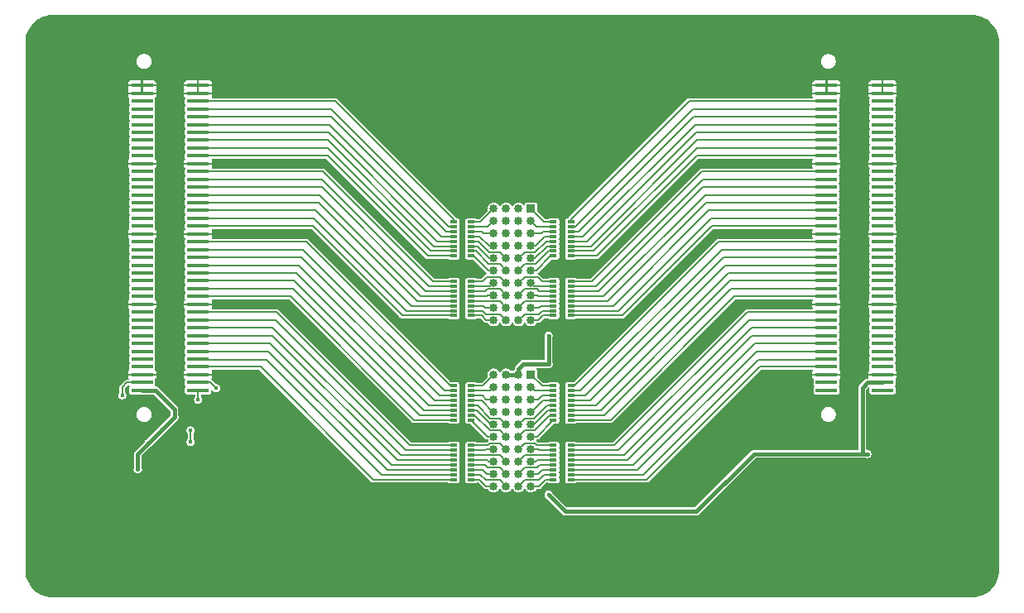
<source format=gbr>
%TF.GenerationSoftware,KiCad,Pcbnew,9.0.5*%
%TF.CreationDate,2025-11-03T13:41:54-05:00*%
%TF.ProjectId,ephys-test-module-molc-64-chan,65706879-732d-4746-9573-742d6d6f6475,B*%
%TF.SameCoordinates,Original*%
%TF.FileFunction,Copper,L2,Bot*%
%TF.FilePolarity,Positive*%
%FSLAX46Y46*%
G04 Gerber Fmt 4.6, Leading zero omitted, Abs format (unit mm)*
G04 Created by KiCad (PCBNEW 9.0.5) date 2025-11-03 13:41:54*
%MOMM*%
%LPD*%
G01*
G04 APERTURE LIST*
%TA.AperFunction,ComponentPad*%
%ADD10R,0.850000X0.850000*%
%TD*%
%TA.AperFunction,ComponentPad*%
%ADD11C,0.850000*%
%TD*%
%TA.AperFunction,SMDPad,CuDef*%
%ADD12R,2.273000X0.410000*%
%TD*%
%TA.AperFunction,SMDPad,CuDef*%
%ADD13R,0.800000X0.300000*%
%TD*%
%TA.AperFunction,ViaPad*%
%ADD14C,0.450000*%
%TD*%
%TA.AperFunction,Conductor*%
%ADD15C,0.200000*%
%TD*%
%TA.AperFunction,Conductor*%
%ADD16C,0.400000*%
%TD*%
%TA.AperFunction,Conductor*%
%ADD17C,0.150000*%
%TD*%
G04 APERTURE END LIST*
D10*
%TO.P,J1,A1,A1*%
%TO.N,/Headstage Interface/E24*%
X159905000Y-97000000D03*
D11*
%TO.P,J1,A2,A2*%
%TO.N,/Headstage Interface/E25*%
X159905000Y-98270000D03*
%TO.P,J1,A3,A3*%
%TO.N,/Headstage Interface/E26*%
X159905000Y-99540000D03*
%TO.P,J1,A4,A4*%
%TO.N,/Headstage Interface/E27*%
X159905000Y-100810000D03*
%TO.P,J1,A5,A5*%
%TO.N,/Headstage Interface/E28*%
X159905000Y-102080000D03*
%TO.P,J1,A6,A6*%
%TO.N,/Headstage Interface/E30*%
X159905000Y-103350000D03*
%TO.P,J1,A7,A7*%
%TO.N,/Headstage Interface/E16*%
X159905000Y-104620000D03*
%TO.P,J1,A8,A8*%
%TO.N,/Headstage Interface/E18*%
X159905000Y-105890000D03*
%TO.P,J1,A9,A9*%
%TO.N,/Headstage Interface/E20*%
X159905000Y-107160000D03*
%TO.P,J1,A10,A10*%
%TO.N,/Headstage Interface/E22*%
X159905000Y-108430000D03*
%TO.P,J1,B1,B1*%
%TO.N,REF*%
X158635000Y-97000000D03*
%TO.P,J1,B2,B2*%
%TO.N,unconnected-(J1-PadB2)*%
X158635000Y-98270000D03*
%TO.P,J1,B3,B3*%
%TO.N,unconnected-(J1-PadB3)*%
X158635000Y-99540000D03*
%TO.P,J1,B4,B4*%
%TO.N,unconnected-(J1-PadB4)*%
X158635000Y-100810000D03*
%TO.P,J1,B5,B5*%
%TO.N,/Headstage Interface/E29*%
X158635000Y-102080000D03*
%TO.P,J1,B6,B6*%
%TO.N,/Headstage Interface/E31*%
X158635000Y-103350000D03*
%TO.P,J1,B7,B7*%
%TO.N,/Headstage Interface/E17*%
X158635000Y-104620000D03*
%TO.P,J1,B8,B8*%
%TO.N,/Headstage Interface/E19*%
X158635000Y-105890000D03*
%TO.P,J1,B9,B9*%
%TO.N,/Headstage Interface/E21*%
X158635000Y-107160000D03*
%TO.P,J1,B10,B10*%
%TO.N,/Headstage Interface/E23*%
X158635000Y-108430000D03*
%TO.P,J1,C1,C1*%
%TO.N,REF*%
X157365000Y-97000000D03*
%TO.P,J1,C2,C2*%
%TO.N,unconnected-(J1-PadC2)*%
X157365000Y-98270000D03*
%TO.P,J1,C3,C3*%
%TO.N,unconnected-(J1-PadC3)*%
X157365000Y-99540000D03*
%TO.P,J1,C4,C4*%
%TO.N,unconnected-(J1-PadC4)*%
X157365000Y-100810000D03*
%TO.P,J1,C5,C5*%
%TO.N,/Headstage Interface/E4*%
X157365000Y-102080000D03*
%TO.P,J1,C6,C6*%
%TO.N,/Headstage Interface/E6*%
X157365000Y-103350000D03*
%TO.P,J1,C7,C7*%
%TO.N,/Headstage Interface/E8*%
X157365000Y-104620000D03*
%TO.P,J1,C8,C8*%
%TO.N,/Headstage Interface/E10*%
X157365000Y-105890000D03*
%TO.P,J1,C9,C9*%
%TO.N,/Headstage Interface/E12*%
X157365000Y-107160000D03*
%TO.P,J1,C10,C10*%
%TO.N,/Headstage Interface/E14*%
X157365000Y-108430000D03*
%TO.P,J1,D1,D1*%
%TO.N,/Headstage Interface/E0*%
X156095000Y-97000000D03*
%TO.P,J1,D2,D2*%
%TO.N,/Headstage Interface/E1*%
X156095000Y-98270000D03*
%TO.P,J1,D3,D3*%
%TO.N,/Headstage Interface/E2*%
X156095000Y-99540000D03*
%TO.P,J1,D4,D4*%
%TO.N,/Headstage Interface/E3*%
X156095000Y-100810000D03*
%TO.P,J1,D5,D5*%
%TO.N,/Headstage Interface/E5*%
X156095000Y-102080000D03*
%TO.P,J1,D6,D6*%
%TO.N,/Headstage Interface/E7*%
X156095000Y-103350000D03*
%TO.P,J1,D7,D7*%
%TO.N,/Headstage Interface/E9*%
X156095000Y-104620000D03*
%TO.P,J1,D8,D8*%
%TO.N,/Headstage Interface/E11*%
X156095000Y-105890000D03*
%TO.P,J1,D9,D9*%
%TO.N,/Headstage Interface/E13*%
X156095000Y-107160000D03*
%TO.P,J1,D10,D10*%
%TO.N,/Headstage Interface/E15*%
X156095000Y-108430000D03*
%TD*%
D10*
%TO.P,J2,A1,A1*%
%TO.N,/Headstage Interface/E56*%
X159905000Y-114000000D03*
D11*
%TO.P,J2,A2,A2*%
%TO.N,/Headstage Interface/E57*%
X159905000Y-115270000D03*
%TO.P,J2,A3,A3*%
%TO.N,/Headstage Interface/E58*%
X159905000Y-116540000D03*
%TO.P,J2,A4,A4*%
%TO.N,/Headstage Interface/E59*%
X159905000Y-117810000D03*
%TO.P,J2,A5,A5*%
%TO.N,/Headstage Interface/E60*%
X159905000Y-119080000D03*
%TO.P,J2,A6,A6*%
%TO.N,/Headstage Interface/E62*%
X159905000Y-120350000D03*
%TO.P,J2,A7,A7*%
%TO.N,/Headstage Interface/E48*%
X159905000Y-121620000D03*
%TO.P,J2,A8,A8*%
%TO.N,/Headstage Interface/E50*%
X159905000Y-122890000D03*
%TO.P,J2,A9,A9*%
%TO.N,/Headstage Interface/E52*%
X159905000Y-124160000D03*
%TO.P,J2,A10,A10*%
%TO.N,/Headstage Interface/E54*%
X159905000Y-125430000D03*
%TO.P,J2,B1,B1*%
%TO.N,REF*%
X158635000Y-114000000D03*
%TO.P,J2,B2,B2*%
%TO.N,unconnected-(J2-PadB2)*%
X158635000Y-115270000D03*
%TO.P,J2,B3,B3*%
%TO.N,unconnected-(J2-PadB3)*%
X158635000Y-116540000D03*
%TO.P,J2,B4,B4*%
%TO.N,unconnected-(J2-PadB4)*%
X158635000Y-117810000D03*
%TO.P,J2,B5,B5*%
%TO.N,/Headstage Interface/E61*%
X158635000Y-119080000D03*
%TO.P,J2,B6,B6*%
%TO.N,/Headstage Interface/E63*%
X158635000Y-120350000D03*
%TO.P,J2,B7,B7*%
%TO.N,/Headstage Interface/E49*%
X158635000Y-121620000D03*
%TO.P,J2,B8,B8*%
%TO.N,/Headstage Interface/E51*%
X158635000Y-122890000D03*
%TO.P,J2,B9,B9*%
%TO.N,/Headstage Interface/E53*%
X158635000Y-124160000D03*
%TO.P,J2,B10,B10*%
%TO.N,/Headstage Interface/E55*%
X158635000Y-125430000D03*
%TO.P,J2,C1,C1*%
%TO.N,REF*%
X157365000Y-114000000D03*
%TO.P,J2,C2,C2*%
%TO.N,unconnected-(J2-PadC2)*%
X157365000Y-115270000D03*
%TO.P,J2,C3,C3*%
%TO.N,unconnected-(J2-PadC3)*%
X157365000Y-116540000D03*
%TO.P,J2,C4,C4*%
%TO.N,unconnected-(J2-PadC4)*%
X157365000Y-117810000D03*
%TO.P,J2,C5,C5*%
%TO.N,/Headstage Interface/E36*%
X157365000Y-119080000D03*
%TO.P,J2,C6,C6*%
%TO.N,/Headstage Interface/E38*%
X157365000Y-120350000D03*
%TO.P,J2,C7,C7*%
%TO.N,/Headstage Interface/E40*%
X157365000Y-121620000D03*
%TO.P,J2,C8,C8*%
%TO.N,/Headstage Interface/E42*%
X157365000Y-122890000D03*
%TO.P,J2,C9,C9*%
%TO.N,/Headstage Interface/E44*%
X157365000Y-124160000D03*
%TO.P,J2,C10,C10*%
%TO.N,/Headstage Interface/E46*%
X157365000Y-125430000D03*
%TO.P,J2,D1,D1*%
%TO.N,/Headstage Interface/E32*%
X156095000Y-114000000D03*
%TO.P,J2,D2,D2*%
%TO.N,/Headstage Interface/E33*%
X156095000Y-115270000D03*
%TO.P,J2,D3,D3*%
%TO.N,/Headstage Interface/E34*%
X156095000Y-116540000D03*
%TO.P,J2,D4,D4*%
%TO.N,/Headstage Interface/E35*%
X156095000Y-117810000D03*
%TO.P,J2,D5,D5*%
%TO.N,/Headstage Interface/E37*%
X156095000Y-119080000D03*
%TO.P,J2,D6,D6*%
%TO.N,/Headstage Interface/E39*%
X156095000Y-120350000D03*
%TO.P,J2,D7,D7*%
%TO.N,/Headstage Interface/E41*%
X156095000Y-121620000D03*
%TO.P,J2,D8,D8*%
%TO.N,/Headstage Interface/E43*%
X156095000Y-122890000D03*
%TO.P,J2,D9,D9*%
%TO.N,/Headstage Interface/E45*%
X156095000Y-124160000D03*
%TO.P,J2,D10,D10*%
%TO.N,/Headstage Interface/E47*%
X156095000Y-125430000D03*
%TD*%
D12*
%TO.P,J4,1,Pin_1*%
%TO.N,GND*%
X125863500Y-84400000D03*
%TO.P,J4,2,Pin_2*%
X120136500Y-84400000D03*
%TO.P,J4,3,Pin_3*%
X125863500Y-85200000D03*
%TO.P,J4,4,Pin_4*%
X120136500Y-85200000D03*
%TO.P,J4,5,Pin_5*%
%TO.N,/Headstage Interface/B4.E_{0}*%
X125863500Y-86000000D03*
%TO.P,J4,6,Pin_6*%
%TO.N,/Headstage Interface/B0.E_{0}*%
X120136500Y-86000000D03*
%TO.P,J4,7,Pin_7*%
%TO.N,/Headstage Interface/B4.E_{1}*%
X125863500Y-86800000D03*
%TO.P,J4,8,Pin_8*%
%TO.N,/Headstage Interface/B0.E_{1}*%
X120136500Y-86800000D03*
%TO.P,J4,9,Pin_9*%
%TO.N,/Headstage Interface/B4.E_{2}*%
X125863500Y-87600000D03*
%TO.P,J4,10,Pin_10*%
%TO.N,/Headstage Interface/B0.E_{2}*%
X120136500Y-87600000D03*
%TO.P,J4,11,Pin_11*%
%TO.N,/Headstage Interface/B4.E_{3}*%
X125863500Y-88400000D03*
%TO.P,J4,12,Pin_12*%
%TO.N,/Headstage Interface/B0.E_{3}*%
X120136500Y-88400000D03*
%TO.P,J4,13,Pin_13*%
%TO.N,/Headstage Interface/B4.E_{4}*%
X125863500Y-89200000D03*
%TO.P,J4,14,Pin_14*%
%TO.N,/Headstage Interface/B0.E_{4}*%
X120136500Y-89200000D03*
%TO.P,J4,15,Pin_15*%
%TO.N,/Headstage Interface/B4.E_{5}*%
X125863500Y-90000000D03*
%TO.P,J4,16,Pin_16*%
%TO.N,/Headstage Interface/B0.E_{5}*%
X120136500Y-90000000D03*
%TO.P,J4,17,Pin_17*%
%TO.N,/Headstage Interface/B4.E_{6}*%
X125863500Y-90800000D03*
%TO.P,J4,18,Pin_18*%
%TO.N,/Headstage Interface/B0.E_{6}*%
X120136500Y-90800000D03*
%TO.P,J4,19,Pin_19*%
%TO.N,/Headstage Interface/B4.E_{7}*%
X125863500Y-91600000D03*
%TO.P,J4,20,Pin_20*%
%TO.N,/Headstage Interface/B0.E_{7}*%
X120136500Y-91600000D03*
%TO.P,J4,21,Pin_21*%
%TO.N,GND*%
X125863500Y-92400000D03*
%TO.P,J4,22,Pin_22*%
X120136500Y-92400000D03*
%TO.P,J4,23,Pin_23*%
%TO.N,/Headstage Interface/B5.E_{0}*%
X125863500Y-93200000D03*
%TO.P,J4,24,Pin_24*%
%TO.N,/Headstage Interface/B1.E_{0}*%
X120136500Y-93200000D03*
%TO.P,J4,25,Pin_25*%
%TO.N,/Headstage Interface/B5.E_{1}*%
X125863500Y-94000000D03*
%TO.P,J4,26,Pin_26*%
%TO.N,/Headstage Interface/B1.E_{1}*%
X120136500Y-94000000D03*
%TO.P,J4,27,Pin_27*%
%TO.N,/Headstage Interface/B5.E_{2}*%
X125863500Y-94800000D03*
%TO.P,J4,28,Pin_28*%
%TO.N,/Headstage Interface/B1.E_{2}*%
X120136500Y-94800000D03*
%TO.P,J4,29,Pin_29*%
%TO.N,/Headstage Interface/B5.E_{3}*%
X125863500Y-95600000D03*
%TO.P,J4,30,Pin_30*%
%TO.N,/Headstage Interface/B1.E_{3}*%
X120136500Y-95600000D03*
%TO.P,J4,31,Pin_31*%
%TO.N,/Headstage Interface/B5.E_{4}*%
X125863500Y-96400000D03*
%TO.P,J4,32,Pin_32*%
%TO.N,/Headstage Interface/B1.E_{4}*%
X120136500Y-96400000D03*
%TO.P,J4,33,Pin_33*%
%TO.N,/Headstage Interface/B5.E_{5}*%
X125863500Y-97200000D03*
%TO.P,J4,34,Pin_34*%
%TO.N,/Headstage Interface/B1.E_{5}*%
X120136500Y-97200000D03*
%TO.P,J4,35,Pin_35*%
%TO.N,/Headstage Interface/B5.E_{6}*%
X125863500Y-98000000D03*
%TO.P,J4,36,Pin_36*%
%TO.N,/Headstage Interface/B1.E_{6}*%
X120136500Y-98000000D03*
%TO.P,J4,37,Pin_37*%
%TO.N,/Headstage Interface/B5.E_{7}*%
X125863500Y-98800000D03*
%TO.P,J4,38,Pin_38*%
%TO.N,/Headstage Interface/B1.E_{7}*%
X120136500Y-98800000D03*
%TO.P,J4,39,Pin_39*%
%TO.N,GND*%
X125863500Y-99600000D03*
%TO.P,J4,40,Pin_40*%
X120136500Y-99600000D03*
%TO.P,J4,41,Pin_41*%
%TO.N,/Headstage Interface/B6.E_{0}*%
X125863500Y-100400000D03*
%TO.P,J4,42,Pin_42*%
%TO.N,/Headstage Interface/B2.E_{0}*%
X120136500Y-100400000D03*
%TO.P,J4,43,Pin_43*%
%TO.N,/Headstage Interface/B6.E_{1}*%
X125863500Y-101200000D03*
%TO.P,J4,44,Pin_44*%
%TO.N,/Headstage Interface/B2.E_{1}*%
X120136500Y-101200000D03*
%TO.P,J4,45,Pin_45*%
%TO.N,/Headstage Interface/B6.E_{2}*%
X125863500Y-102000000D03*
%TO.P,J4,46,Pin_46*%
%TO.N,/Headstage Interface/B2.E_{2}*%
X120136500Y-102000000D03*
%TO.P,J4,47,Pin_47*%
%TO.N,/Headstage Interface/B6.E_{3}*%
X125863500Y-102800000D03*
%TO.P,J4,48,Pin_48*%
%TO.N,/Headstage Interface/B2.E_{3}*%
X120136500Y-102800000D03*
%TO.P,J4,49,Pin_49*%
%TO.N,/Headstage Interface/B6.E_{4}*%
X125863500Y-103600000D03*
%TO.P,J4,50,Pin_50*%
%TO.N,/Headstage Interface/B2.E_{4}*%
X120136500Y-103600000D03*
%TO.P,J4,51,Pin_51*%
%TO.N,/Headstage Interface/B6.E_{5}*%
X125863500Y-104400000D03*
%TO.P,J4,52,Pin_52*%
%TO.N,/Headstage Interface/B2.E_{5}*%
X120136500Y-104400000D03*
%TO.P,J4,53,Pin_53*%
%TO.N,/Headstage Interface/B6.E_{6}*%
X125863500Y-105200000D03*
%TO.P,J4,54,Pin_54*%
%TO.N,/Headstage Interface/B2.E_{6}*%
X120136500Y-105200000D03*
%TO.P,J4,55,Pin_55*%
%TO.N,/Headstage Interface/B6.E_{7}*%
X125863500Y-106000000D03*
%TO.P,J4,56,Pin_56*%
%TO.N,/Headstage Interface/B2.E_{7}*%
X120136500Y-106000000D03*
%TO.P,J4,57,Pin_57*%
%TO.N,GND*%
X125863500Y-106800000D03*
%TO.P,J4,58,Pin_58*%
X120136500Y-106800000D03*
%TO.P,J4,59,Pin_59*%
%TO.N,/Headstage Interface/B7.E_{0}*%
X125863500Y-107600000D03*
%TO.P,J4,60,Pin_60*%
%TO.N,/Headstage Interface/B3.E_{0}*%
X120136500Y-107600000D03*
%TO.P,J4,61,Pin_61*%
%TO.N,/Headstage Interface/B7.E_{1}*%
X125863500Y-108400000D03*
%TO.P,J4,62,Pin_62*%
%TO.N,/Headstage Interface/B3.E_{1}*%
X120136500Y-108400000D03*
%TO.P,J4,63,Pin_63*%
%TO.N,/Headstage Interface/B7.E_{2}*%
X125863500Y-109200000D03*
%TO.P,J4,64,Pin_64*%
%TO.N,/Headstage Interface/B3.E_{2}*%
X120136500Y-109200000D03*
%TO.P,J4,65,Pin_65*%
%TO.N,/Headstage Interface/B7.E_{3}*%
X125863500Y-110000000D03*
%TO.P,J4,66,Pin_66*%
%TO.N,/Headstage Interface/B3.E_{3}*%
X120136500Y-110000000D03*
%TO.P,J4,67,Pin_67*%
%TO.N,/Headstage Interface/B7.E_{4}*%
X125863500Y-110800000D03*
%TO.P,J4,68,Pin_68*%
%TO.N,/Headstage Interface/B3.E_{4}*%
X120136500Y-110800000D03*
%TO.P,J4,69,Pin_69*%
%TO.N,/Headstage Interface/B7.E_{5}*%
X125863500Y-111600000D03*
%TO.P,J4,70,Pin_70*%
%TO.N,/Headstage Interface/B3.E_{5}*%
X120136500Y-111600000D03*
%TO.P,J4,71,Pin_71*%
%TO.N,/Headstage Interface/B7.E_{6}*%
X125863500Y-112400000D03*
%TO.P,J4,72,Pin_72*%
%TO.N,/Headstage Interface/B3.E_{6}*%
X120136500Y-112400000D03*
%TO.P,J4,73,Pin_73*%
%TO.N,/Headstage Interface/B7.E_{7}*%
X125863500Y-113200000D03*
%TO.P,J4,74,Pin_74*%
%TO.N,/Headstage Interface/B3.E_{7}*%
X120136500Y-113200000D03*
%TO.P,J4,75,Pin_75*%
%TO.N,GND*%
X125863500Y-114000000D03*
%TO.P,J4,76,Pin_76*%
X120136500Y-114000000D03*
%TO.P,J4,77,Pin_77*%
%TO.N,/Test Signal Interface/SCL*%
X125863500Y-114800000D03*
%TO.P,J4,78,Pin_78*%
%TO.N,/Test Signal Interface/WP*%
X120136500Y-114800000D03*
%TO.P,J4,79,Pin_79*%
%TO.N,/Test Signal Interface/SDA*%
X125863500Y-115600000D03*
%TO.P,J4,80,Pin_80*%
%TO.N,VCC*%
X120136500Y-115600000D03*
%TD*%
D13*
%TO.P,RN2,1,R1.1*%
%TO.N,/Headstage Interface/B6.E_{7}*%
X152000000Y-118650000D03*
%TO.P,RN2,2,R2.1*%
%TO.N,/Headstage Interface/B6.E_{6}*%
X152000000Y-118150000D03*
%TO.P,RN2,3,R3.1*%
%TO.N,/Headstage Interface/B6.E_{5}*%
X152000000Y-117650000D03*
%TO.P,RN2,4,R4.1*%
%TO.N,/Headstage Interface/B6.E_{4}*%
X152000000Y-117150000D03*
%TO.P,RN2,5,R5.1*%
%TO.N,/Headstage Interface/B6.E_{3}*%
X152000000Y-116650000D03*
%TO.P,RN2,6,R6.1*%
%TO.N,/Headstage Interface/B6.E_{2}*%
X152000000Y-116150000D03*
%TO.P,RN2,7,R7.1*%
%TO.N,/Headstage Interface/B6.E_{1}*%
X152000000Y-115650000D03*
%TO.P,RN2,8,R8.1*%
%TO.N,/Headstage Interface/B6.E_{0}*%
X152000000Y-115150000D03*
%TO.P,RN2,9,R8.2*%
%TO.N,/Headstage Interface/E32*%
X153800000Y-115150000D03*
%TO.P,RN2,10,R7.2*%
%TO.N,/Headstage Interface/E33*%
X153800000Y-115650000D03*
%TO.P,RN2,11,R6.2*%
%TO.N,/Headstage Interface/E34*%
X153800000Y-116150000D03*
%TO.P,RN2,12,R5.2*%
%TO.N,/Headstage Interface/E35*%
X153800000Y-116650000D03*
%TO.P,RN2,13,R4.2*%
%TO.N,/Headstage Interface/E36*%
X153800000Y-117150000D03*
%TO.P,RN2,14,R3.2*%
%TO.N,/Headstage Interface/E37*%
X153800000Y-117650000D03*
%TO.P,RN2,15,R2.2*%
%TO.N,/Headstage Interface/E38*%
X153800000Y-118150000D03*
%TO.P,RN2,16,R1.2*%
%TO.N,/Headstage Interface/E39*%
X153800000Y-118650000D03*
%TD*%
%TO.P,RN5,1,R1.1*%
%TO.N,/Headstage Interface/E62*%
X162200000Y-118650000D03*
%TO.P,RN5,2,R2.1*%
%TO.N,/Headstage Interface/E63*%
X162200000Y-118150000D03*
%TO.P,RN5,3,R3.1*%
%TO.N,/Headstage Interface/E60*%
X162200000Y-117650000D03*
%TO.P,RN5,4,R4.1*%
%TO.N,/Headstage Interface/E61*%
X162200000Y-117150000D03*
%TO.P,RN5,5,R5.1*%
%TO.N,/Headstage Interface/E59*%
X162200000Y-116650000D03*
%TO.P,RN5,6,R6.1*%
%TO.N,/Headstage Interface/E58*%
X162200000Y-116150000D03*
%TO.P,RN5,7,R7.1*%
%TO.N,/Headstage Interface/E57*%
X162200000Y-115650000D03*
%TO.P,RN5,8,R8.1*%
%TO.N,/Headstage Interface/E56*%
X162200000Y-115150000D03*
%TO.P,RN5,9,R8.2*%
%TO.N,/Headstage Interface/B10.E_{0}*%
X164000000Y-115150000D03*
%TO.P,RN5,10,R7.2*%
%TO.N,/Headstage Interface/B10.E_{1}*%
X164000000Y-115650000D03*
%TO.P,RN5,11,R6.2*%
%TO.N,/Headstage Interface/B10.E_{2}*%
X164000000Y-116150000D03*
%TO.P,RN5,12,R5.2*%
%TO.N,/Headstage Interface/B10.E_{3}*%
X164000000Y-116650000D03*
%TO.P,RN5,13,R4.2*%
%TO.N,/Headstage Interface/B10.E_{4}*%
X164000000Y-117150000D03*
%TO.P,RN5,14,R3.2*%
%TO.N,/Headstage Interface/B10.E_{5}*%
X164000000Y-117650000D03*
%TO.P,RN5,15,R2.2*%
%TO.N,/Headstage Interface/B10.E_{6}*%
X164000000Y-118150000D03*
%TO.P,RN5,16,R1.2*%
%TO.N,/Headstage Interface/B10.E_{7}*%
X164000000Y-118650000D03*
%TD*%
%TO.P,RN7,1,R1.1*%
%TO.N,/Headstage Interface/E54*%
X162200000Y-124750000D03*
%TO.P,RN7,2,R2.1*%
%TO.N,/Headstage Interface/E55*%
X162200000Y-124250000D03*
%TO.P,RN7,3,R3.1*%
%TO.N,/Headstage Interface/E52*%
X162200000Y-123750000D03*
%TO.P,RN7,4,R4.1*%
%TO.N,/Headstage Interface/E53*%
X162200000Y-123250000D03*
%TO.P,RN7,5,R5.1*%
%TO.N,/Headstage Interface/E50*%
X162200000Y-122750000D03*
%TO.P,RN7,6,R6.1*%
%TO.N,/Headstage Interface/E51*%
X162200000Y-122250000D03*
%TO.P,RN7,7,R7.1*%
%TO.N,/Headstage Interface/E48*%
X162200000Y-121750000D03*
%TO.P,RN7,8,R8.1*%
%TO.N,/Headstage Interface/E49*%
X162200000Y-121250000D03*
%TO.P,RN7,9,R8.2*%
%TO.N,/Headstage Interface/B11.E_{0}*%
X164000000Y-121250000D03*
%TO.P,RN7,10,R7.2*%
%TO.N,/Headstage Interface/B11.E_{1}*%
X164000000Y-121750000D03*
%TO.P,RN7,11,R6.2*%
%TO.N,/Headstage Interface/B11.E_{2}*%
X164000000Y-122250000D03*
%TO.P,RN7,12,R5.2*%
%TO.N,/Headstage Interface/B11.E_{3}*%
X164000000Y-122750000D03*
%TO.P,RN7,13,R4.2*%
%TO.N,/Headstage Interface/B11.E_{4}*%
X164000000Y-123250000D03*
%TO.P,RN7,14,R3.2*%
%TO.N,/Headstage Interface/B11.E_{5}*%
X164000000Y-123750000D03*
%TO.P,RN7,15,R2.2*%
%TO.N,/Headstage Interface/B11.E_{6}*%
X164000000Y-124250000D03*
%TO.P,RN7,16,R1.2*%
%TO.N,/Headstage Interface/B11.E_{7}*%
X164000000Y-124750000D03*
%TD*%
%TO.P,RN1,1,R1.1*%
%TO.N,/Headstage Interface/B7.E_{7}*%
X152000000Y-124750000D03*
%TO.P,RN1,2,R2.1*%
%TO.N,/Headstage Interface/B7.E_{6}*%
X152000000Y-124250000D03*
%TO.P,RN1,3,R3.1*%
%TO.N,/Headstage Interface/B7.E_{5}*%
X152000000Y-123750000D03*
%TO.P,RN1,4,R4.1*%
%TO.N,/Headstage Interface/B7.E_{4}*%
X152000000Y-123250000D03*
%TO.P,RN1,5,R5.1*%
%TO.N,/Headstage Interface/B7.E_{3}*%
X152000000Y-122750000D03*
%TO.P,RN1,6,R6.1*%
%TO.N,/Headstage Interface/B7.E_{2}*%
X152000000Y-122250000D03*
%TO.P,RN1,7,R7.1*%
%TO.N,/Headstage Interface/B7.E_{1}*%
X152000000Y-121750000D03*
%TO.P,RN1,8,R8.1*%
%TO.N,/Headstage Interface/B7.E_{0}*%
X152000000Y-121250000D03*
%TO.P,RN1,9,R8.2*%
%TO.N,/Headstage Interface/E40*%
X153800000Y-121250000D03*
%TO.P,RN1,10,R7.2*%
%TO.N,/Headstage Interface/E41*%
X153800000Y-121750000D03*
%TO.P,RN1,11,R6.2*%
%TO.N,/Headstage Interface/E42*%
X153800000Y-122250000D03*
%TO.P,RN1,12,R5.2*%
%TO.N,/Headstage Interface/E43*%
X153800000Y-122750000D03*
%TO.P,RN1,13,R4.2*%
%TO.N,/Headstage Interface/E44*%
X153800000Y-123250000D03*
%TO.P,RN1,14,R3.2*%
%TO.N,/Headstage Interface/E45*%
X153800000Y-123750000D03*
%TO.P,RN1,15,R2.2*%
%TO.N,/Headstage Interface/E46*%
X153800000Y-124250000D03*
%TO.P,RN1,16,R1.2*%
%TO.N,/Headstage Interface/E47*%
X153800000Y-124750000D03*
%TD*%
%TO.P,RN3,1,R1.1*%
%TO.N,/Headstage Interface/B5.E_{7}*%
X152000000Y-107950000D03*
%TO.P,RN3,2,R2.1*%
%TO.N,/Headstage Interface/B5.E_{6}*%
X152000000Y-107450000D03*
%TO.P,RN3,3,R3.1*%
%TO.N,/Headstage Interface/B5.E_{5}*%
X152000000Y-106950000D03*
%TO.P,RN3,4,R4.1*%
%TO.N,/Headstage Interface/B5.E_{4}*%
X152000000Y-106450000D03*
%TO.P,RN3,5,R5.1*%
%TO.N,/Headstage Interface/B5.E_{3}*%
X152000000Y-105950000D03*
%TO.P,RN3,6,R6.1*%
%TO.N,/Headstage Interface/B5.E_{2}*%
X152000000Y-105450000D03*
%TO.P,RN3,7,R7.1*%
%TO.N,/Headstage Interface/B5.E_{1}*%
X152000000Y-104950000D03*
%TO.P,RN3,8,R8.1*%
%TO.N,/Headstage Interface/B5.E_{0}*%
X152000000Y-104450000D03*
%TO.P,RN3,9,R8.2*%
%TO.N,/Headstage Interface/E8*%
X153800000Y-104450000D03*
%TO.P,RN3,10,R7.2*%
%TO.N,/Headstage Interface/E9*%
X153800000Y-104950000D03*
%TO.P,RN3,11,R6.2*%
%TO.N,/Headstage Interface/E10*%
X153800000Y-105450000D03*
%TO.P,RN3,12,R5.2*%
%TO.N,/Headstage Interface/E11*%
X153800000Y-105950000D03*
%TO.P,RN3,13,R4.2*%
%TO.N,/Headstage Interface/E12*%
X153800000Y-106450000D03*
%TO.P,RN3,14,R3.2*%
%TO.N,/Headstage Interface/E13*%
X153800000Y-106950000D03*
%TO.P,RN3,15,R2.2*%
%TO.N,/Headstage Interface/E14*%
X153800000Y-107450000D03*
%TO.P,RN3,16,R1.2*%
%TO.N,/Headstage Interface/E15*%
X153800000Y-107950000D03*
%TD*%
%TO.P,RN4,1,R1.1*%
%TO.N,/Headstage Interface/B4.E_{7}*%
X152000000Y-101850000D03*
%TO.P,RN4,2,R2.1*%
%TO.N,/Headstage Interface/B4.E_{6}*%
X152000000Y-101350000D03*
%TO.P,RN4,3,R3.1*%
%TO.N,/Headstage Interface/B4.E_{5}*%
X152000000Y-100850000D03*
%TO.P,RN4,4,R4.1*%
%TO.N,/Headstage Interface/B4.E_{4}*%
X152000000Y-100350000D03*
%TO.P,RN4,5,R5.1*%
%TO.N,/Headstage Interface/B4.E_{3}*%
X152000000Y-99850000D03*
%TO.P,RN4,6,R6.1*%
%TO.N,/Headstage Interface/B4.E_{2}*%
X152000000Y-99350000D03*
%TO.P,RN4,7,R7.1*%
%TO.N,/Headstage Interface/B4.E_{1}*%
X152000000Y-98850000D03*
%TO.P,RN4,8,R8.1*%
%TO.N,/Headstage Interface/B4.E_{0}*%
X152000000Y-98350000D03*
%TO.P,RN4,9,R8.2*%
%TO.N,/Headstage Interface/E0*%
X153800000Y-98350000D03*
%TO.P,RN4,10,R7.2*%
%TO.N,/Headstage Interface/E1*%
X153800000Y-98850000D03*
%TO.P,RN4,11,R6.2*%
%TO.N,/Headstage Interface/E2*%
X153800000Y-99350000D03*
%TO.P,RN4,12,R5.2*%
%TO.N,/Headstage Interface/E3*%
X153800000Y-99850000D03*
%TO.P,RN4,13,R4.2*%
%TO.N,/Headstage Interface/E4*%
X153800000Y-100350000D03*
%TO.P,RN4,14,R3.2*%
%TO.N,/Headstage Interface/E5*%
X153800000Y-100850000D03*
%TO.P,RN4,15,R2.2*%
%TO.N,/Headstage Interface/E6*%
X153800000Y-101350000D03*
%TO.P,RN4,16,R1.2*%
%TO.N,/Headstage Interface/E7*%
X153800000Y-101850000D03*
%TD*%
%TO.P,RN6,1,R1.1*%
%TO.N,/Headstage Interface/E30*%
X162200000Y-101850000D03*
%TO.P,RN6,2,R2.1*%
%TO.N,/Headstage Interface/E31*%
X162200000Y-101350000D03*
%TO.P,RN6,3,R3.1*%
%TO.N,/Headstage Interface/E28*%
X162200000Y-100850000D03*
%TO.P,RN6,4,R4.1*%
%TO.N,/Headstage Interface/E29*%
X162200000Y-100350000D03*
%TO.P,RN6,5,R5.1*%
%TO.N,/Headstage Interface/E27*%
X162200000Y-99850000D03*
%TO.P,RN6,6,R6.1*%
%TO.N,/Headstage Interface/E26*%
X162200000Y-99350000D03*
%TO.P,RN6,7,R7.1*%
%TO.N,/Headstage Interface/E25*%
X162200000Y-98850000D03*
%TO.P,RN6,8,R8.1*%
%TO.N,/Headstage Interface/E24*%
X162200000Y-98350000D03*
%TO.P,RN6,9,R8.2*%
%TO.N,/Headstage Interface/B8.E_{0}*%
X164000000Y-98350000D03*
%TO.P,RN6,10,R7.2*%
%TO.N,/Headstage Interface/B8.E_{1}*%
X164000000Y-98850000D03*
%TO.P,RN6,11,R6.2*%
%TO.N,/Headstage Interface/B8.E_{2}*%
X164000000Y-99350000D03*
%TO.P,RN6,12,R5.2*%
%TO.N,/Headstage Interface/B8.E_{3}*%
X164000000Y-99850000D03*
%TO.P,RN6,13,R4.2*%
%TO.N,/Headstage Interface/B8.E_{4}*%
X164000000Y-100350000D03*
%TO.P,RN6,14,R3.2*%
%TO.N,/Headstage Interface/B8.E_{5}*%
X164000000Y-100850000D03*
%TO.P,RN6,15,R2.2*%
%TO.N,/Headstage Interface/B8.E_{6}*%
X164000000Y-101350000D03*
%TO.P,RN6,16,R1.2*%
%TO.N,/Headstage Interface/B8.E_{7}*%
X164000000Y-101850000D03*
%TD*%
D12*
%TO.P,J5,1,Pin_1*%
%TO.N,GND*%
X195863500Y-84400000D03*
%TO.P,J5,2,Pin_2*%
X190136500Y-84400000D03*
%TO.P,J5,3,Pin_3*%
X195863500Y-85200000D03*
%TO.P,J5,4,Pin_4*%
X190136500Y-85200000D03*
%TO.P,J5,5,Pin_5*%
%TO.N,/Headstage Interface/B12.E_{0}*%
X195863500Y-86000000D03*
%TO.P,J5,6,Pin_6*%
%TO.N,/Headstage Interface/B8.E_{0}*%
X190136500Y-86000000D03*
%TO.P,J5,7,Pin_7*%
%TO.N,/Headstage Interface/B12.E_{1}*%
X195863500Y-86800000D03*
%TO.P,J5,8,Pin_8*%
%TO.N,/Headstage Interface/B8.E_{1}*%
X190136500Y-86800000D03*
%TO.P,J5,9,Pin_9*%
%TO.N,/Headstage Interface/B12.E_{2}*%
X195863500Y-87600000D03*
%TO.P,J5,10,Pin_10*%
%TO.N,/Headstage Interface/B8.E_{2}*%
X190136500Y-87600000D03*
%TO.P,J5,11,Pin_11*%
%TO.N,/Headstage Interface/B12.E_{3}*%
X195863500Y-88400000D03*
%TO.P,J5,12,Pin_12*%
%TO.N,/Headstage Interface/B8.E_{3}*%
X190136500Y-88400000D03*
%TO.P,J5,13,Pin_13*%
%TO.N,/Headstage Interface/B12.E_{4}*%
X195863500Y-89200000D03*
%TO.P,J5,14,Pin_14*%
%TO.N,/Headstage Interface/B8.E_{4}*%
X190136500Y-89200000D03*
%TO.P,J5,15,Pin_15*%
%TO.N,/Headstage Interface/B12.E_{5}*%
X195863500Y-90000000D03*
%TO.P,J5,16,Pin_16*%
%TO.N,/Headstage Interface/B8.E_{5}*%
X190136500Y-90000000D03*
%TO.P,J5,17,Pin_17*%
%TO.N,/Headstage Interface/B12.E_{6}*%
X195863500Y-90800000D03*
%TO.P,J5,18,Pin_18*%
%TO.N,/Headstage Interface/B8.E_{6}*%
X190136500Y-90800000D03*
%TO.P,J5,19,Pin_19*%
%TO.N,/Headstage Interface/B12.E_{7}*%
X195863500Y-91600000D03*
%TO.P,J5,20,Pin_20*%
%TO.N,/Headstage Interface/B8.E_{7}*%
X190136500Y-91600000D03*
%TO.P,J5,21,Pin_21*%
%TO.N,GND*%
X195863500Y-92400000D03*
%TO.P,J5,22,Pin_22*%
X190136500Y-92400000D03*
%TO.P,J5,23,Pin_23*%
%TO.N,/Headstage Interface/B13.E_{0}*%
X195863500Y-93200000D03*
%TO.P,J5,24,Pin_24*%
%TO.N,/Headstage Interface/B9.E_{0}*%
X190136500Y-93200000D03*
%TO.P,J5,25,Pin_25*%
%TO.N,/Headstage Interface/B13.E_{1}*%
X195863500Y-94000000D03*
%TO.P,J5,26,Pin_26*%
%TO.N,/Headstage Interface/B9.E_{1}*%
X190136500Y-94000000D03*
%TO.P,J5,27,Pin_27*%
%TO.N,/Headstage Interface/B13.E_{2}*%
X195863500Y-94800000D03*
%TO.P,J5,28,Pin_28*%
%TO.N,/Headstage Interface/B9.E_{2}*%
X190136500Y-94800000D03*
%TO.P,J5,29,Pin_29*%
%TO.N,/Headstage Interface/B13.E_{3}*%
X195863500Y-95600000D03*
%TO.P,J5,30,Pin_30*%
%TO.N,/Headstage Interface/B9.E_{3}*%
X190136500Y-95600000D03*
%TO.P,J5,31,Pin_31*%
%TO.N,/Headstage Interface/B13.E_{4}*%
X195863500Y-96400000D03*
%TO.P,J5,32,Pin_32*%
%TO.N,/Headstage Interface/B9.E_{4}*%
X190136500Y-96400000D03*
%TO.P,J5,33,Pin_33*%
%TO.N,/Headstage Interface/B13.E_{5}*%
X195863500Y-97200000D03*
%TO.P,J5,34,Pin_34*%
%TO.N,/Headstage Interface/B9.E_{5}*%
X190136500Y-97200000D03*
%TO.P,J5,35,Pin_35*%
%TO.N,/Headstage Interface/B13.E_{6}*%
X195863500Y-98000000D03*
%TO.P,J5,36,Pin_36*%
%TO.N,/Headstage Interface/B9.E_{6}*%
X190136500Y-98000000D03*
%TO.P,J5,37,Pin_37*%
%TO.N,/Headstage Interface/B13.E_{7}*%
X195863500Y-98800000D03*
%TO.P,J5,38,Pin_38*%
%TO.N,/Headstage Interface/B9.E_{7}*%
X190136500Y-98800000D03*
%TO.P,J5,39,Pin_39*%
%TO.N,GND*%
X195863500Y-99600000D03*
%TO.P,J5,40,Pin_40*%
X190136500Y-99600000D03*
%TO.P,J5,41,Pin_41*%
%TO.N,/Headstage Interface/B14.E_{0}*%
X195863500Y-100400000D03*
%TO.P,J5,42,Pin_42*%
%TO.N,/Headstage Interface/B10.E_{0}*%
X190136500Y-100400000D03*
%TO.P,J5,43,Pin_43*%
%TO.N,/Headstage Interface/B14.E_{1}*%
X195863500Y-101200000D03*
%TO.P,J5,44,Pin_44*%
%TO.N,/Headstage Interface/B10.E_{1}*%
X190136500Y-101200000D03*
%TO.P,J5,45,Pin_45*%
%TO.N,/Headstage Interface/B14.E_{2}*%
X195863500Y-102000000D03*
%TO.P,J5,46,Pin_46*%
%TO.N,/Headstage Interface/B10.E_{2}*%
X190136500Y-102000000D03*
%TO.P,J5,47,Pin_47*%
%TO.N,/Headstage Interface/B14.E_{3}*%
X195863500Y-102800000D03*
%TO.P,J5,48,Pin_48*%
%TO.N,/Headstage Interface/B10.E_{3}*%
X190136500Y-102800000D03*
%TO.P,J5,49,Pin_49*%
%TO.N,/Headstage Interface/B14.E_{4}*%
X195863500Y-103600000D03*
%TO.P,J5,50,Pin_50*%
%TO.N,/Headstage Interface/B10.E_{4}*%
X190136500Y-103600000D03*
%TO.P,J5,51,Pin_51*%
%TO.N,/Headstage Interface/B14.E_{5}*%
X195863500Y-104400000D03*
%TO.P,J5,52,Pin_52*%
%TO.N,/Headstage Interface/B10.E_{5}*%
X190136500Y-104400000D03*
%TO.P,J5,53,Pin_53*%
%TO.N,/Headstage Interface/B14.E_{6}*%
X195863500Y-105200000D03*
%TO.P,J5,54,Pin_54*%
%TO.N,/Headstage Interface/B10.E_{6}*%
X190136500Y-105200000D03*
%TO.P,J5,55,Pin_55*%
%TO.N,/Headstage Interface/B14.E_{7}*%
X195863500Y-106000000D03*
%TO.P,J5,56,Pin_56*%
%TO.N,/Headstage Interface/B10.E_{7}*%
X190136500Y-106000000D03*
%TO.P,J5,57,Pin_57*%
%TO.N,GND*%
X195863500Y-106800000D03*
%TO.P,J5,58,Pin_58*%
X190136500Y-106800000D03*
%TO.P,J5,59,Pin_59*%
%TO.N,/Headstage Interface/B15.E_{0}*%
X195863500Y-107600000D03*
%TO.P,J5,60,Pin_60*%
%TO.N,/Headstage Interface/B11.E_{0}*%
X190136500Y-107600000D03*
%TO.P,J5,61,Pin_61*%
%TO.N,/Headstage Interface/B15.E_{1}*%
X195863500Y-108400000D03*
%TO.P,J5,62,Pin_62*%
%TO.N,/Headstage Interface/B11.E_{1}*%
X190136500Y-108400000D03*
%TO.P,J5,63,Pin_63*%
%TO.N,/Headstage Interface/B15.E_{2}*%
X195863500Y-109200000D03*
%TO.P,J5,64,Pin_64*%
%TO.N,/Headstage Interface/B11.E_{2}*%
X190136500Y-109200000D03*
%TO.P,J5,65,Pin_65*%
%TO.N,/Headstage Interface/B15.E_{3}*%
X195863500Y-110000000D03*
%TO.P,J5,66,Pin_66*%
%TO.N,/Headstage Interface/B11.E_{3}*%
X190136500Y-110000000D03*
%TO.P,J5,67,Pin_67*%
%TO.N,/Headstage Interface/B15.E_{4}*%
X195863500Y-110800000D03*
%TO.P,J5,68,Pin_68*%
%TO.N,/Headstage Interface/B11.E_{4}*%
X190136500Y-110800000D03*
%TO.P,J5,69,Pin_69*%
%TO.N,/Headstage Interface/B15.E_{5}*%
X195863500Y-111600000D03*
%TO.P,J5,70,Pin_70*%
%TO.N,/Headstage Interface/B11.E_{5}*%
X190136500Y-111600000D03*
%TO.P,J5,71,Pin_71*%
%TO.N,/Headstage Interface/B15.E_{6}*%
X195863500Y-112400000D03*
%TO.P,J5,72,Pin_72*%
%TO.N,/Headstage Interface/B11.E_{6}*%
X190136500Y-112400000D03*
%TO.P,J5,73,Pin_73*%
%TO.N,/Headstage Interface/B15.E_{7}*%
X195863500Y-113200000D03*
%TO.P,J5,74,Pin_74*%
%TO.N,/Headstage Interface/B11.E_{7}*%
X190136500Y-113200000D03*
%TO.P,J5,75,Pin_75*%
%TO.N,GND*%
X195863500Y-114000000D03*
%TO.P,J5,76,Pin_76*%
X190136500Y-114000000D03*
%TO.P,J5,77,Pin_77*%
%TO.N,REF*%
X195863500Y-114800000D03*
%TO.P,J5,78,Pin_78*%
%TO.N,unconnected-(J5-Pin_78-Pad78)*%
X190136500Y-114800000D03*
%TO.P,J5,79,Pin_79*%
%TO.N,unconnected-(J5-Pin_79-Pad79)*%
X195863500Y-115600000D03*
%TO.P,J5,80,Pin_80*%
%TO.N,unconnected-(J5-Pin_80-Pad80)*%
X190136500Y-115600000D03*
%TD*%
D13*
%TO.P,RN8,1,R1.1*%
%TO.N,/Headstage Interface/E22*%
X162200000Y-107950000D03*
%TO.P,RN8,2,R2.1*%
%TO.N,/Headstage Interface/E23*%
X162200000Y-107450000D03*
%TO.P,RN8,3,R3.1*%
%TO.N,/Headstage Interface/E20*%
X162200000Y-106950000D03*
%TO.P,RN8,4,R4.1*%
%TO.N,/Headstage Interface/E21*%
X162200000Y-106450000D03*
%TO.P,RN8,5,R5.1*%
%TO.N,/Headstage Interface/E18*%
X162200000Y-105950000D03*
%TO.P,RN8,6,R6.1*%
%TO.N,/Headstage Interface/E19*%
X162200000Y-105450000D03*
%TO.P,RN8,7,R7.1*%
%TO.N,/Headstage Interface/E16*%
X162200000Y-104950000D03*
%TO.P,RN8,8,R8.1*%
%TO.N,/Headstage Interface/E17*%
X162200000Y-104450000D03*
%TO.P,RN8,9,R8.2*%
%TO.N,/Headstage Interface/B9.E_{0}*%
X164000000Y-104450000D03*
%TO.P,RN8,10,R7.2*%
%TO.N,/Headstage Interface/B9.E_{1}*%
X164000000Y-104950000D03*
%TO.P,RN8,11,R6.2*%
%TO.N,/Headstage Interface/B9.E_{2}*%
X164000000Y-105450000D03*
%TO.P,RN8,12,R5.2*%
%TO.N,/Headstage Interface/B9.E_{3}*%
X164000000Y-105950000D03*
%TO.P,RN8,13,R4.2*%
%TO.N,/Headstage Interface/B9.E_{4}*%
X164000000Y-106450000D03*
%TO.P,RN8,14,R3.2*%
%TO.N,/Headstage Interface/B9.E_{5}*%
X164000000Y-106950000D03*
%TO.P,RN8,15,R2.2*%
%TO.N,/Headstage Interface/B9.E_{6}*%
X164000000Y-107450000D03*
%TO.P,RN8,16,R1.2*%
%TO.N,/Headstage Interface/B9.E_{7}*%
X164000000Y-107950000D03*
%TD*%
D14*
%TO.N,GND*%
X150200000Y-111000000D03*
X201725000Y-119470000D03*
X171200000Y-117000000D03*
X113500000Y-81700000D03*
X177100000Y-92500000D03*
X128900000Y-99600000D03*
X113269807Y-112500000D03*
X133600000Y-117000000D03*
X165700000Y-103000000D03*
X161400000Y-132300000D03*
X135000000Y-80800000D03*
X138400000Y-123300000D03*
X162500000Y-90500000D03*
X148400000Y-81100000D03*
X135300000Y-107500000D03*
X180700000Y-107500000D03*
X113800000Y-133900000D03*
X145200000Y-107600000D03*
X187000000Y-107000000D03*
X179700000Y-132600000D03*
X203200000Y-107500000D03*
X138900000Y-92500000D03*
X177600000Y-123300000D03*
X165800000Y-111000000D03*
X150300000Y-103000000D03*
X139000000Y-101400000D03*
X160800000Y-109700000D03*
X128900000Y-133600000D03*
X144800000Y-117000000D03*
X170800000Y-107600000D03*
X113100000Y-94400000D03*
X165100000Y-120000000D03*
X203000000Y-80900000D03*
X154400000Y-111100000D03*
X193900000Y-134700000D03*
X154900000Y-92600000D03*
X163400000Y-102900000D03*
X202900000Y-91100000D03*
X129000000Y-107000000D03*
X129000000Y-92400000D03*
X150900000Y-120000000D03*
X184900000Y-80200000D03*
X174067445Y-80221652D03*
X150700000Y-129400000D03*
X187000000Y-92400000D03*
X141900000Y-133000000D03*
X182400000Y-117000000D03*
X177000000Y-101400000D03*
%TO.N,VCC*%
X120800000Y-121000000D03*
X123450000Y-118350000D03*
X119700000Y-123700000D03*
X122200000Y-119600000D03*
%TO.N,/Test Signal Interface/SDA*%
X125863500Y-116536500D03*
X125100000Y-120900000D03*
X125100000Y-119700000D03*
%TO.N,/Test Signal Interface/SCL*%
X127700000Y-115400000D03*
%TO.N,/Test Signal Interface/WP*%
X118100000Y-116100000D03*
%TO.N,REF*%
X161700000Y-126300000D03*
X161700000Y-112900000D03*
X194300000Y-122100000D03*
X161700000Y-110000000D03*
%TD*%
D15*
%TO.N,/Headstage Interface/B8.E_{1}*%
X176460000Y-86800000D02*
X190136500Y-86800000D01*
X164410000Y-98850000D02*
X176460000Y-86800000D01*
X164000000Y-98850000D02*
X164410000Y-98850000D01*
%TO.N,/Headstage Interface/B4.E_{1}*%
X139470000Y-86800000D02*
X125863500Y-86800000D01*
X152000000Y-98850000D02*
X151520000Y-98850000D01*
X151520000Y-98850000D02*
X139470000Y-86800000D01*
%TO.N,/Headstage Interface/B11.E_{7}*%
X171750000Y-124750000D02*
X164000000Y-124750000D01*
X190136500Y-113200000D02*
X183300000Y-113200000D01*
X183300000Y-113200000D02*
X171750000Y-124750000D01*
D16*
%TO.N,VCC*%
X119700000Y-122100000D02*
X119700000Y-123700000D01*
X123450000Y-118350000D02*
X123450000Y-117550000D01*
X122200000Y-119600000D02*
X123450000Y-118350000D01*
X121500000Y-115600000D02*
X120136500Y-115600000D01*
X123450000Y-117550000D02*
X121500000Y-115600000D01*
X119700000Y-122100000D02*
X120800000Y-121000000D01*
X120800000Y-121000000D02*
X122200000Y-119600000D01*
D15*
%TO.N,/Headstage Interface/B5.E_{0}*%
X149850000Y-104450000D02*
X152000000Y-104450000D01*
X138600000Y-93200000D02*
X149850000Y-104450000D01*
X125863500Y-93200000D02*
X138600000Y-93200000D01*
%TO.N,/Headstage Interface/B5.E_{2}*%
X152000000Y-105450000D02*
X149149998Y-105450000D01*
X149149998Y-105450000D02*
X138499998Y-94800000D01*
X138499998Y-94800000D02*
X125863500Y-94800000D01*
%TO.N,/Headstage Interface/B4.E_{2}*%
X125863500Y-87600000D02*
X139450002Y-87600000D01*
X151200002Y-99350000D02*
X139450002Y-87600000D01*
X152000000Y-99350000D02*
X151200002Y-99350000D01*
%TO.N,/Headstage Interface/B6.E_{2}*%
X136399998Y-102000000D02*
X125863500Y-102000000D01*
X136399998Y-102000000D02*
X150549998Y-116150000D01*
X152000000Y-116150000D02*
X150549998Y-116150000D01*
%TO.N,/Headstage Interface/B7.E_{0}*%
X152000000Y-121250000D02*
X147550000Y-121250000D01*
X147550000Y-121250000D02*
X133900000Y-107600000D01*
X133900000Y-107600000D02*
X125863500Y-107600000D01*
%TO.N,/Headstage Interface/B7.E_{4}*%
X125863500Y-110800000D02*
X133200000Y-110800000D01*
X133200000Y-110800000D02*
X145650000Y-123250000D01*
X152000000Y-123250000D02*
X145650000Y-123250000D01*
%TO.N,/Headstage Interface/B4.E_{6}*%
X152000000Y-101350000D02*
X149648578Y-101350000D01*
X149648578Y-101350000D02*
X139098578Y-90800000D01*
X139098578Y-90800000D02*
X125863500Y-90800000D01*
%TO.N,/Headstage Interface/B7.E_{6}*%
X132868252Y-112468250D02*
X144650002Y-124250000D01*
X125931750Y-112468250D02*
X132868252Y-112468250D01*
X152000000Y-124250000D02*
X144650002Y-124250000D01*
%TO.N,/Headstage Interface/B7.E_{2}*%
X133500000Y-109200000D02*
X146550000Y-122250000D01*
X146550000Y-122250000D02*
X152000000Y-122250000D01*
X125863500Y-109200000D02*
X133500000Y-109200000D01*
%TO.N,/Headstage Interface/B6.E_{0}*%
X152000000Y-115150000D02*
X151650000Y-115150000D01*
X151650000Y-115150000D02*
X136900000Y-100400000D01*
X136900000Y-100400000D02*
X125863500Y-100400000D01*
%TO.N,/Headstage Interface/B4.E_{4}*%
X139200000Y-89200000D02*
X150350000Y-100350000D01*
X152000000Y-100350000D02*
X150350000Y-100350000D01*
X125863500Y-89200000D02*
X139200000Y-89200000D01*
%TO.N,/Headstage Interface/B4.E_{0}*%
X125863500Y-86000000D02*
X139900000Y-86000000D01*
X152000000Y-98350000D02*
X152000000Y-98100000D01*
X152000000Y-98100000D02*
X139900000Y-86000000D01*
%TO.N,/Headstage Interface/B6.E_{6}*%
X135600000Y-105200000D02*
X148550000Y-118150000D01*
X135600000Y-105200000D02*
X125863500Y-105200000D01*
X152000000Y-118150000D02*
X148550000Y-118150000D01*
%TO.N,/Headstage Interface/B5.E_{6}*%
X147150000Y-107450000D02*
X152000000Y-107450000D01*
X125863500Y-98000000D02*
X137700000Y-98000000D01*
X137700000Y-98000000D02*
X147150000Y-107450000D01*
%TO.N,/Headstage Interface/B6.E_{4}*%
X135900000Y-103600000D02*
X149450000Y-117150000D01*
X152000000Y-117150000D02*
X149450000Y-117150000D01*
X135900000Y-103600000D02*
X125863500Y-103600000D01*
%TO.N,/Headstage Interface/B5.E_{4}*%
X148249998Y-106450000D02*
X152000000Y-106450000D01*
X138199998Y-96400000D02*
X148249998Y-106450000D01*
X125863500Y-96400000D02*
X138199998Y-96400000D01*
%TO.N,/Headstage Interface/B8.E_{2}*%
X176549998Y-87600000D02*
X190136500Y-87600000D01*
X164799998Y-99350000D02*
X176549998Y-87600000D01*
X164000000Y-99350000D02*
X164799998Y-99350000D01*
%TO.N,/Test Signal Interface/SDA*%
X125863500Y-116536500D02*
X125863500Y-115600000D01*
X125100000Y-120900000D02*
X125100000Y-119700000D01*
%TO.N,/Headstage Interface/B10.E_{4}*%
X180100000Y-103600000D02*
X166550000Y-117150000D01*
X164000000Y-117150000D02*
X166550000Y-117150000D01*
X180100000Y-103600000D02*
X190136500Y-103600000D01*
%TO.N,/Headstage Interface/B8.E_{7}*%
X164000000Y-101850000D02*
X166651422Y-101850000D01*
X166651422Y-101850000D02*
X176901422Y-91600000D01*
X176901422Y-91600000D02*
X190136500Y-91600000D01*
%TO.N,/Test Signal Interface/SCL*%
X125863500Y-114800000D02*
X127100000Y-114800000D01*
X127100000Y-114800000D02*
X127700000Y-115400000D01*
%TO.N,/Headstage Interface/B8.E_{3}*%
X176699998Y-88400000D02*
X190136500Y-88400000D01*
X165249998Y-99850000D02*
X176699998Y-88400000D01*
X164000000Y-99850000D02*
X165249998Y-99850000D01*
%TO.N,/Headstage Interface/B11.E_{5}*%
X182950000Y-111600000D02*
X190136500Y-111600000D01*
X182950000Y-111600000D02*
X170779000Y-123771000D01*
X164021000Y-123771000D02*
X170779000Y-123771000D01*
%TO.N,/Headstage Interface/B8.E_{4}*%
X176800000Y-89200000D02*
X190136500Y-89200000D01*
X165650000Y-100350000D02*
X176800000Y-89200000D01*
X164000000Y-100350000D02*
X165650000Y-100350000D01*
%TO.N,/Headstage Interface/B9.E_{1}*%
X164000000Y-104950000D02*
X166550000Y-104950000D01*
X166550000Y-104950000D02*
X177500000Y-94000000D01*
X177500000Y-94000000D02*
X190136500Y-94000000D01*
%TO.N,/Headstage Interface/B8.E_{0}*%
X164000000Y-98350000D02*
X164000000Y-98100000D01*
X190136500Y-86000000D02*
X176100000Y-86000000D01*
X164000000Y-98100000D02*
X176100000Y-86000000D01*
%TO.N,/Headstage Interface/B9.E_{0}*%
X164000000Y-104450000D02*
X166150000Y-104450000D01*
X166150000Y-104450000D02*
X177400000Y-93200000D01*
X190136500Y-93200000D02*
X177400000Y-93200000D01*
%TO.N,/Headstage Interface/B9.E_{5}*%
X178100000Y-97200000D02*
X168350000Y-106950000D01*
X168350000Y-106950000D02*
X164000000Y-106950000D01*
X190136500Y-97200000D02*
X178100000Y-97200000D01*
%TO.N,/Headstage Interface/B10.E_{3}*%
X179800000Y-102800000D02*
X190136500Y-102800000D01*
X179800000Y-102800000D02*
X165950000Y-116650000D01*
X164000000Y-116650000D02*
X165950000Y-116650000D01*
%TO.N,/Headstage Interface/B11.E_{4}*%
X164000000Y-123250000D02*
X170350000Y-123250000D01*
X182800000Y-110800000D02*
X170350000Y-123250000D01*
X190136500Y-110800000D02*
X182800000Y-110800000D01*
%TO.N,/Headstage Interface/B10.E_{1}*%
X164950000Y-115650000D02*
X179400000Y-101200000D01*
X179400000Y-101200000D02*
X190136500Y-101200000D01*
X164000000Y-115650000D02*
X164950000Y-115650000D01*
%TO.N,/Headstage Interface/B10.E_{2}*%
X179600002Y-102000000D02*
X190136500Y-102000000D01*
X179600002Y-102000000D02*
X165450002Y-116150000D01*
X164000000Y-116150000D02*
X165450002Y-116150000D01*
%TO.N,/Headstage Interface/B10.E_{7}*%
X180700000Y-106000000D02*
X190136500Y-106000000D01*
X164000000Y-118650000D02*
X168050000Y-118650000D01*
X180700000Y-106000000D02*
X168050000Y-118650000D01*
%TO.N,/Headstage Interface/B9.E_{3}*%
X164000000Y-105950000D02*
X167350000Y-105950000D01*
X167350000Y-105950000D02*
X177700000Y-95600000D01*
X177700000Y-95600000D02*
X190136500Y-95600000D01*
%TO.N,/Headstage Interface/B9.E_{4}*%
X177800002Y-96400000D02*
X167750002Y-106450000D01*
X190136500Y-96400000D02*
X177800002Y-96400000D01*
X167750002Y-106450000D02*
X164000000Y-106450000D01*
%TO.N,/Headstage Interface/B11.E_{0}*%
X164000000Y-121250000D02*
X168450000Y-121250000D01*
X182100000Y-107600000D02*
X190136500Y-107600000D01*
X168450000Y-121250000D02*
X182100000Y-107600000D01*
%TO.N,/Headstage Interface/B11.E_{6}*%
X164000000Y-124250000D02*
X171349998Y-124250000D01*
X190068250Y-112468250D02*
X183131748Y-112468250D01*
X183131748Y-112468250D02*
X171349998Y-124250000D01*
%TO.N,/Headstage Interface/B9.E_{6}*%
X190136500Y-98000000D02*
X178300000Y-98000000D01*
X178300000Y-98000000D02*
X168850000Y-107450000D01*
X168850000Y-107450000D02*
X164000000Y-107450000D01*
%TO.N,/Headstage Interface/B11.E_{1}*%
X182238461Y-108400000D02*
X190136500Y-108400000D01*
X168888462Y-121750000D02*
X182238461Y-108400000D01*
X164000000Y-121750000D02*
X168888462Y-121750000D01*
%TO.N,/Headstage Interface/B8.E_{6}*%
X164000000Y-101350000D02*
X166351422Y-101350000D01*
X166351422Y-101350000D02*
X176901422Y-90800000D01*
X176901422Y-90800000D02*
X190136500Y-90800000D01*
%TO.N,/Headstage Interface/B11.E_{3}*%
X182499998Y-110000000D02*
X190136500Y-110000000D01*
X164000000Y-122750000D02*
X169749998Y-122750000D01*
X182499998Y-110000000D02*
X169749998Y-122750000D01*
%TO.N,/Headstage Interface/B9.E_{7}*%
X169249998Y-107950000D02*
X164000000Y-107950000D01*
X178399998Y-98800000D02*
X169249998Y-107950000D01*
X190136500Y-98800000D02*
X178399998Y-98800000D01*
%TO.N,/Headstage Interface/B9.E_{2}*%
X166850002Y-105450000D02*
X177500002Y-94800000D01*
X177500002Y-94800000D02*
X190136500Y-94800000D01*
X164000000Y-105450000D02*
X166850002Y-105450000D01*
%TO.N,/Headstage Interface/B8.E_{5}*%
X166051424Y-100850000D02*
X176901424Y-90000000D01*
X176901424Y-90000000D02*
X190136500Y-90000000D01*
X164000000Y-100850000D02*
X166051424Y-100850000D01*
%TO.N,/Headstage Interface/B10.E_{6}*%
X164000000Y-118150000D02*
X167450000Y-118150000D01*
X180400000Y-105200000D02*
X190136500Y-105200000D01*
X180400000Y-105200000D02*
X167450000Y-118150000D01*
%TO.N,/Headstage Interface/B10.E_{0}*%
X164000000Y-115150000D02*
X164350000Y-115150000D01*
X179100000Y-100400000D02*
X190136500Y-100400000D01*
X164350000Y-115150000D02*
X179100000Y-100400000D01*
%TO.N,/Headstage Interface/B10.E_{5}*%
X180300002Y-104400000D02*
X190136500Y-104400000D01*
X180300002Y-104400000D02*
X167050002Y-117650000D01*
X164000000Y-117650000D02*
X167050002Y-117650000D01*
%TO.N,/Headstage Interface/B11.E_{2}*%
X182500000Y-109200000D02*
X169450000Y-122250000D01*
X169450000Y-122250000D02*
X164000000Y-122250000D01*
X190136500Y-109200000D02*
X182500000Y-109200000D01*
D17*
%TO.N,/Test Signal Interface/WP*%
X118100000Y-115300000D02*
X118100000Y-116100000D01*
X118600000Y-114800000D02*
X120136500Y-114800000D01*
X118600000Y-114800000D02*
X118100000Y-115300000D01*
D15*
%TO.N,/Headstage Interface/B5.E_{1}*%
X138500000Y-94000000D02*
X125863500Y-94000000D01*
X149450000Y-104950000D02*
X138500000Y-94000000D01*
X152000000Y-104950000D02*
X149450000Y-104950000D01*
%TO.N,/Headstage Interface/B4.E_{7}*%
X152000000Y-101850000D02*
X149348578Y-101850000D01*
X149348578Y-101850000D02*
X139098578Y-91600000D01*
X139098578Y-91600000D02*
X125863500Y-91600000D01*
%TO.N,/Headstage Interface/B4.E_{5}*%
X152000000Y-100850000D02*
X149948576Y-100850000D01*
X139098576Y-90000000D02*
X125863500Y-90000000D01*
X149948576Y-100850000D02*
X139098576Y-90000000D01*
%TO.N,/Headstage Interface/B5.E_{3}*%
X152000000Y-105950000D02*
X148650000Y-105950000D01*
X148650000Y-105950000D02*
X138300000Y-95600000D01*
X138300000Y-95600000D02*
X125863500Y-95600000D01*
%TO.N,/Headstage Interface/B5.E_{5}*%
X125863500Y-97200000D02*
X137900000Y-97200000D01*
X147650000Y-106950000D02*
X152000000Y-106950000D01*
X137900000Y-97200000D02*
X147650000Y-106950000D01*
%TO.N,/Headstage Interface/B4.E_{3}*%
X139300002Y-88400000D02*
X150750002Y-99850000D01*
X152000000Y-99850000D02*
X150750002Y-99850000D01*
X125863500Y-88400000D02*
X139300002Y-88400000D01*
%TO.N,/Headstage Interface/B5.E_{7}*%
X125863500Y-98800000D02*
X137600002Y-98800000D01*
X146750002Y-107950000D02*
X152000000Y-107950000D01*
X137600002Y-98800000D02*
X146750002Y-107950000D01*
D16*
%TO.N,REF*%
X176800000Y-128000000D02*
X163400000Y-128000000D01*
X195863500Y-114800000D02*
X194327000Y-114800000D01*
X194327000Y-114800000D02*
X193800000Y-115327000D01*
X193800000Y-122100000D02*
X182700000Y-122100000D01*
X161700000Y-112900000D02*
X159133960Y-112900000D01*
X193800000Y-115327000D02*
X193800000Y-122100000D01*
X182700000Y-122100000D02*
X176800000Y-128000000D01*
X158635000Y-113398960D02*
X158635000Y-114000000D01*
X163400000Y-128000000D02*
X161700000Y-126300000D01*
X161700000Y-110000000D02*
X161700000Y-112900000D01*
X158635000Y-114000000D02*
X157365000Y-114000000D01*
X194300000Y-122100000D02*
X193800000Y-122100000D01*
X159133960Y-112900000D02*
X158635000Y-113398960D01*
D15*
%TO.N,/Headstage Interface/B6.E_{3}*%
X136200000Y-102800000D02*
X150050000Y-116650000D01*
X136200000Y-102800000D02*
X125863500Y-102800000D01*
X152000000Y-116650000D02*
X150050000Y-116650000D01*
%TO.N,/Headstage Interface/B7.E_{3}*%
X133500002Y-110000000D02*
X125863500Y-110000000D01*
X152000000Y-122750000D02*
X146250002Y-122750000D01*
X133500002Y-110000000D02*
X146250002Y-122750000D01*
%TO.N,/Headstage Interface/B6.E_{1}*%
X152000000Y-115650000D02*
X151050000Y-115650000D01*
X136600000Y-101200000D02*
X125863500Y-101200000D01*
X151050000Y-115650000D02*
X136600000Y-101200000D01*
%TO.N,/Headstage Interface/B6.E_{7}*%
X135300000Y-106000000D02*
X125863500Y-106000000D01*
X135300000Y-106000000D02*
X147950000Y-118650000D01*
X152000000Y-118650000D02*
X147950000Y-118650000D01*
%TO.N,/Headstage Interface/B7.E_{1}*%
X147111538Y-121750000D02*
X133761539Y-108400000D01*
X133761539Y-108400000D02*
X125863500Y-108400000D01*
X152000000Y-121750000D02*
X147111538Y-121750000D01*
%TO.N,/Headstage Interface/B6.E_{5}*%
X135699998Y-104400000D02*
X148949998Y-117650000D01*
X135699998Y-104400000D02*
X125863500Y-104400000D01*
X152000000Y-117650000D02*
X148949998Y-117650000D01*
%TO.N,/Headstage Interface/B7.E_{5}*%
X133050000Y-111600000D02*
X125863500Y-111600000D01*
X133050000Y-111600000D02*
X145221000Y-123771000D01*
X151979000Y-123771000D02*
X145221000Y-123771000D01*
D17*
%TO.N,/Headstage Interface/E9*%
X156095000Y-104620000D02*
X155765000Y-104950000D01*
X155765000Y-104950000D02*
X153800000Y-104950000D01*
%TO.N,/Headstage Interface/E7*%
X155550000Y-103350000D02*
X156095000Y-103350000D01*
X154050000Y-101850000D02*
X155550000Y-103350000D01*
%TO.N,/Headstage Interface/E17*%
X161050000Y-104450000D02*
X162200000Y-104450000D01*
X160599000Y-103999000D02*
X161050000Y-104450000D01*
X158635000Y-104620000D02*
X159256000Y-103999000D01*
X159256000Y-103999000D02*
X160599000Y-103999000D01*
%TO.N,/Headstage Interface/E27*%
X159905000Y-100810000D02*
X160390000Y-100810000D01*
X160390000Y-100810000D02*
X161350000Y-99850000D01*
X161350000Y-99850000D02*
X162200000Y-99850000D01*
%TO.N,/Headstage Interface/E5*%
X155680000Y-102080000D02*
X156095000Y-102080000D01*
X154450000Y-100850000D02*
X155680000Y-102080000D01*
X153800000Y-100850000D02*
X154450000Y-100850000D01*
%TO.N,/Headstage Interface/E24*%
X161255000Y-98350000D02*
X159905000Y-97000000D01*
X162200000Y-98350000D02*
X161255000Y-98350000D01*
%TO.N,/Headstage Interface/E21*%
X158635000Y-107160000D02*
X159284000Y-106511000D01*
X159284000Y-106511000D02*
X160839000Y-106511000D01*
X160900000Y-106450000D02*
X162200000Y-106450000D01*
X160839000Y-106511000D02*
X160900000Y-106450000D01*
%TO.N,/Headstage Interface/E11*%
X155350000Y-105950000D02*
X155410000Y-105890000D01*
X155410000Y-105890000D02*
X156095000Y-105890000D01*
X153800000Y-105950000D02*
X155350000Y-105950000D01*
%TO.N,/Headstage Interface/E22*%
X159905000Y-108430000D02*
X160670000Y-108430000D01*
X161150000Y-107950000D02*
X162200000Y-107950000D01*
X160670000Y-108430000D02*
X161150000Y-107950000D01*
%TO.N,/Headstage Interface/E18*%
X162200000Y-105950000D02*
X160650000Y-105950000D01*
X160590000Y-105890000D02*
X159905000Y-105890000D01*
X160650000Y-105950000D02*
X160590000Y-105890000D01*
%TO.N,/Headstage Interface/E31*%
X160400000Y-102700000D02*
X159285000Y-102700000D01*
X162200000Y-101350000D02*
X161750000Y-101350000D01*
X159285000Y-102700000D02*
X158635000Y-103350000D01*
X161750000Y-101350000D02*
X160400000Y-102700000D01*
%TO.N,/Headstage Interface/E14*%
X157365000Y-108430000D02*
X156735000Y-107800000D01*
X156735000Y-107800000D02*
X155300000Y-107800000D01*
X154950000Y-107450000D02*
X153800000Y-107450000D01*
X155300000Y-107800000D02*
X154950000Y-107450000D01*
%TO.N,/Headstage Interface/E10*%
X157365000Y-105890000D02*
X156716000Y-105241000D01*
X155250000Y-105450000D02*
X153800000Y-105450000D01*
X155459000Y-105241000D02*
X155250000Y-105450000D01*
X156716000Y-105241000D02*
X155459000Y-105241000D01*
%TO.N,/Headstage Interface/E2*%
X153800000Y-99350000D02*
X154850000Y-99350000D01*
X154850000Y-99350000D02*
X155040000Y-99540000D01*
X155040000Y-99540000D02*
X156095000Y-99540000D01*
%TO.N,/Headstage Interface/E4*%
X155660000Y-101460000D02*
X154550000Y-100350000D01*
X157365000Y-102080000D02*
X156745000Y-101460000D01*
X156745000Y-101460000D02*
X155660000Y-101460000D01*
X154550000Y-100350000D02*
X153800000Y-100350000D01*
%TO.N,/Headstage Interface/E20*%
X159905000Y-107160000D02*
X160740000Y-107160000D01*
X160740000Y-107160000D02*
X160950000Y-106950000D01*
X160950000Y-106950000D02*
X162200000Y-106950000D01*
%TO.N,/Headstage Interface/E13*%
X155260000Y-107160000D02*
X155050000Y-106950000D01*
X156095000Y-107160000D02*
X155260000Y-107160000D01*
X155050000Y-106950000D02*
X153800000Y-106950000D01*
%TO.N,/Headstage Interface/E19*%
X160541000Y-105241000D02*
X160750000Y-105450000D01*
X160750000Y-105450000D02*
X162200000Y-105450000D01*
X158635000Y-105890000D02*
X159284000Y-105241000D01*
X159284000Y-105241000D02*
X160541000Y-105241000D01*
%TO.N,/Headstage Interface/E1*%
X153800000Y-98850000D02*
X155515000Y-98850000D01*
X155515000Y-98850000D02*
X156095000Y-98270000D01*
%TO.N,/Headstage Interface/E30*%
X160450000Y-103350000D02*
X159905000Y-103350000D01*
X161950000Y-101850000D02*
X160450000Y-103350000D01*
%TO.N,/Headstage Interface/E26*%
X160960000Y-99540000D02*
X159905000Y-99540000D01*
X161150000Y-99350000D02*
X160960000Y-99540000D01*
X162200000Y-99350000D02*
X161150000Y-99350000D01*
%TO.N,/Headstage Interface/E3*%
X156095000Y-100810000D02*
X155610000Y-100810000D01*
X154650000Y-99850000D02*
X153800000Y-99850000D01*
X155610000Y-100810000D02*
X154650000Y-99850000D01*
%TO.N,/Headstage Interface/E8*%
X155401000Y-103999000D02*
X154950000Y-104450000D01*
X154950000Y-104450000D02*
X153800000Y-104450000D01*
X157365000Y-104620000D02*
X156744000Y-103999000D01*
X156744000Y-103999000D02*
X155401000Y-103999000D01*
%TO.N,/Headstage Interface/E23*%
X159265000Y-107800000D02*
X160700000Y-107800000D01*
X158635000Y-108430000D02*
X159265000Y-107800000D01*
X161050000Y-107450000D02*
X162200000Y-107450000D01*
X160700000Y-107800000D02*
X161050000Y-107450000D01*
%TO.N,/Headstage Interface/E28*%
X161550000Y-100850000D02*
X160320000Y-102080000D01*
X160320000Y-102080000D02*
X159905000Y-102080000D01*
X162200000Y-100850000D02*
X161550000Y-100850000D01*
%TO.N,/Headstage Interface/E25*%
X160485000Y-98850000D02*
X159905000Y-98270000D01*
X162200000Y-98850000D02*
X160485000Y-98850000D01*
%TO.N,/Headstage Interface/E0*%
X153800000Y-98350000D02*
X154745000Y-98350000D01*
X154745000Y-98350000D02*
X156095000Y-97000000D01*
%TO.N,/Headstage Interface/E29*%
X158635000Y-102080000D02*
X159255000Y-101460000D01*
X159255000Y-101460000D02*
X160340000Y-101460000D01*
X161450000Y-100350000D02*
X162200000Y-100350000D01*
X160340000Y-101460000D02*
X161450000Y-100350000D01*
%TO.N,/Headstage Interface/E15*%
X154850000Y-107950000D02*
X153800000Y-107950000D01*
X155330000Y-108430000D02*
X154850000Y-107950000D01*
X156095000Y-108430000D02*
X155330000Y-108430000D01*
%TO.N,/Headstage Interface/E12*%
X156716000Y-106511000D02*
X155161000Y-106511000D01*
X157365000Y-107160000D02*
X156716000Y-106511000D01*
X155161000Y-106511000D02*
X155100000Y-106450000D01*
X155100000Y-106450000D02*
X153800000Y-106450000D01*
%TO.N,/Headstage Interface/E6*%
X154250000Y-101350000D02*
X155600000Y-102700000D01*
X155600000Y-102700000D02*
X156715000Y-102700000D01*
X156715000Y-102700000D02*
X157365000Y-103350000D01*
X153800000Y-101350000D02*
X154250000Y-101350000D01*
%TO.N,/Headstage Interface/E16*%
X160235000Y-104950000D02*
X162200000Y-104950000D01*
X159905000Y-104620000D02*
X160235000Y-104950000D01*
%TO.N,/Headstage Interface/E59*%
X159990000Y-117810000D02*
X161150000Y-116650000D01*
X161150000Y-116650000D02*
X162200000Y-116650000D01*
%TO.N,/Headstage Interface/E61*%
X160241000Y-118459000D02*
X159256000Y-118459000D01*
X162200000Y-117150000D02*
X161550000Y-117150000D01*
X161550000Y-117150000D02*
X160241000Y-118459000D01*
X159256000Y-118459000D02*
X158635000Y-119080000D01*
%TO.N,/Headstage Interface/E46*%
X156735000Y-124800000D02*
X155300000Y-124800000D01*
X154750000Y-124250000D02*
X153800000Y-124250000D01*
X157365000Y-125430000D02*
X156735000Y-124800000D01*
X155300000Y-124800000D02*
X154750000Y-124250000D01*
%TO.N,/Headstage Interface/E52*%
X159905000Y-124160000D02*
X160640000Y-124160000D01*
X161050000Y-123750000D02*
X162200000Y-123750000D01*
X160640000Y-124160000D02*
X161050000Y-123750000D01*
%TO.N,/Headstage Interface/E47*%
X156095000Y-125430000D02*
X155280000Y-125430000D01*
X153800000Y-124750000D02*
X154600000Y-124750000D01*
X155280000Y-125430000D02*
X154600000Y-124750000D01*
%TO.N,/Headstage Interface/E35*%
X154850000Y-116650000D02*
X153800000Y-116650000D01*
X156010000Y-117810000D02*
X154850000Y-116650000D01*
%TO.N,/Headstage Interface/E58*%
X160660000Y-116540000D02*
X159905000Y-116540000D01*
X162200000Y-116150000D02*
X161050000Y-116150000D01*
X161050000Y-116150000D02*
X160660000Y-116540000D01*
%TO.N,/Headstage Interface/E38*%
X155700000Y-119700000D02*
X154150000Y-118150000D01*
X157365000Y-120350000D02*
X156715000Y-119700000D01*
X154150000Y-118150000D02*
X153800000Y-118150000D01*
X156715000Y-119700000D02*
X155700000Y-119700000D01*
%TO.N,/Headstage Interface/E34*%
X154950000Y-116150000D02*
X155340000Y-116540000D01*
X153800000Y-116150000D02*
X154950000Y-116150000D01*
X155340000Y-116540000D02*
X156095000Y-116540000D01*
%TO.N,/Headstage Interface/E32*%
X154945000Y-115150000D02*
X156095000Y-114000000D01*
X153800000Y-115150000D02*
X154945000Y-115150000D01*
%TO.N,/Headstage Interface/E44*%
X153800000Y-123250000D02*
X155200000Y-123250000D01*
X156716000Y-123511000D02*
X157365000Y-124160000D01*
X155200000Y-123250000D02*
X155461000Y-123511000D01*
X155461000Y-123511000D02*
X156716000Y-123511000D01*
%TO.N,/Headstage Interface/E63*%
X159285000Y-119700000D02*
X160300000Y-119700000D01*
X161850000Y-118150000D02*
X162200000Y-118150000D01*
X158635000Y-120350000D02*
X159285000Y-119700000D01*
X160300000Y-119700000D02*
X161850000Y-118150000D01*
%TO.N,/Headstage Interface/E48*%
X162200000Y-121750000D02*
X160750000Y-121750000D01*
X160750000Y-121750000D02*
X160620000Y-121620000D01*
X160620000Y-121620000D02*
X159905000Y-121620000D01*
%TO.N,/Headstage Interface/E56*%
X162200000Y-115150000D02*
X161055000Y-115150000D01*
X161055000Y-115150000D02*
X159905000Y-114000000D01*
%TO.N,/Headstage Interface/E53*%
X160539000Y-123511000D02*
X159284000Y-123511000D01*
X160800000Y-123250000D02*
X160539000Y-123511000D01*
X159284000Y-123511000D02*
X158635000Y-124160000D01*
X162200000Y-123250000D02*
X160800000Y-123250000D01*
%TO.N,/Headstage Interface/E60*%
X161650000Y-117650000D02*
X160220000Y-119080000D01*
X162200000Y-117650000D02*
X161650000Y-117650000D01*
%TO.N,/Headstage Interface/E49*%
X158977500Y-121277500D02*
X158635000Y-121620000D01*
X160551000Y-121250000D02*
X162200000Y-121250000D01*
X160300000Y-120999000D02*
X160551000Y-121250000D01*
X159256000Y-120999000D02*
X158977500Y-121277500D01*
X159256000Y-120999000D02*
X160300000Y-120999000D01*
X158635000Y-121620000D02*
X159256000Y-120999000D01*
%TO.N,/Headstage Interface/E41*%
X155250000Y-121750000D02*
X155380000Y-121620000D01*
X155380000Y-121620000D02*
X156095000Y-121620000D01*
X153800000Y-121750000D02*
X155250000Y-121750000D01*
%TO.N,/Headstage Interface/E50*%
X160540000Y-122750000D02*
X162200000Y-122750000D01*
X160400000Y-122890000D02*
X160540000Y-122750000D01*
X160400000Y-122890000D02*
X159905000Y-122890000D01*
%TO.N,/Headstage Interface/E45*%
X155360000Y-124160000D02*
X154950000Y-123750000D01*
X156095000Y-124160000D02*
X155360000Y-124160000D01*
X154950000Y-123750000D02*
X153800000Y-123750000D01*
%TO.N,/Headstage Interface/E55*%
X161250000Y-124250000D02*
X162200000Y-124250000D01*
X160700000Y-124800000D02*
X161250000Y-124250000D01*
X159265000Y-124800000D02*
X160700000Y-124800000D01*
X158635000Y-125430000D02*
X159265000Y-124800000D01*
%TO.N,/Headstage Interface/E42*%
X157365000Y-122890000D02*
X156725000Y-122250000D01*
X156725000Y-122250000D02*
X153800000Y-122250000D01*
%TO.N,/Headstage Interface/E43*%
X155600000Y-122890000D02*
X156095000Y-122890000D01*
X155460000Y-122750000D02*
X153800000Y-122750000D01*
X155600000Y-122890000D02*
X155460000Y-122750000D01*
%TO.N,/Headstage Interface/E40*%
X157365000Y-121620000D02*
X156744000Y-120999000D01*
X156744000Y-120999000D02*
X157022500Y-121277500D01*
X156744000Y-120999000D02*
X155700000Y-120999000D01*
X157022500Y-121277500D02*
X157365000Y-121620000D01*
X155700000Y-120999000D02*
X155449000Y-121250000D01*
X155449000Y-121250000D02*
X153800000Y-121250000D01*
%TO.N,/Headstage Interface/E37*%
X153800000Y-117650000D02*
X154350000Y-117650000D01*
X154350000Y-117650000D02*
X155780000Y-119080000D01*
%TO.N,/Headstage Interface/E62*%
X160550000Y-120350000D02*
X162200000Y-118700000D01*
X159905000Y-120350000D02*
X160550000Y-120350000D01*
%TO.N,/Headstage Interface/E54*%
X162200000Y-124750000D02*
X161400000Y-124750000D01*
X160720000Y-125430000D02*
X161400000Y-124750000D01*
X159905000Y-125430000D02*
X160720000Y-125430000D01*
%TO.N,/Headstage Interface/E51*%
X158635000Y-122890000D02*
X159275000Y-122250000D01*
X159275000Y-122250000D02*
X162200000Y-122250000D01*
%TO.N,/Headstage Interface/E57*%
X160285000Y-115650000D02*
X159905000Y-115270000D01*
X162200000Y-115650000D02*
X160285000Y-115650000D01*
%TO.N,/Headstage Interface/E39*%
X156095000Y-120350000D02*
X155450000Y-120350000D01*
X155450000Y-120350000D02*
X153800000Y-118700000D01*
%TO.N,/Headstage Interface/E33*%
X155715000Y-115650000D02*
X156095000Y-115270000D01*
X153800000Y-115650000D02*
X155715000Y-115650000D01*
%TO.N,/Headstage Interface/E36*%
X154450000Y-117150000D02*
X155759000Y-118459000D01*
X153800000Y-117150000D02*
X154450000Y-117150000D01*
X156744000Y-118459000D02*
X157365000Y-119080000D01*
X155759000Y-118459000D02*
X156744000Y-118459000D01*
D15*
%TO.N,/Headstage Interface/B7.E_{7}*%
X132250000Y-113200000D02*
X143800000Y-124750000D01*
X125863500Y-113200000D02*
X132250000Y-113200000D01*
X143800000Y-124750000D02*
X152000000Y-124750000D01*
%TD*%
%TA.AperFunction,Conductor*%
%TO.N,GND*%
G36*
X205002065Y-77200615D02*
G01*
X205309309Y-77217870D01*
X205317543Y-77218799D01*
X205618855Y-77269993D01*
X205626923Y-77271834D01*
X205920633Y-77356451D01*
X205928447Y-77359185D01*
X206210817Y-77476147D01*
X206218293Y-77479747D01*
X206485784Y-77627584D01*
X206492808Y-77631997D01*
X206742086Y-77808869D01*
X206748554Y-77814028D01*
X206901670Y-77950862D01*
X206976446Y-78017686D01*
X206982313Y-78023553D01*
X207065033Y-78116116D01*
X207185969Y-78251443D01*
X207191132Y-78257915D01*
X207346337Y-78476657D01*
X207368000Y-78507188D01*
X207372415Y-78514215D01*
X207520252Y-78781706D01*
X207523852Y-78789182D01*
X207640810Y-79071543D01*
X207643551Y-79079376D01*
X207728162Y-79373065D01*
X207730008Y-79381156D01*
X207781199Y-79682450D01*
X207782129Y-79690696D01*
X207799384Y-79997934D01*
X207799500Y-80002083D01*
X207799500Y-133997916D01*
X207799384Y-134002065D01*
X207782129Y-134309303D01*
X207781199Y-134317549D01*
X207730008Y-134618843D01*
X207728162Y-134626934D01*
X207643551Y-134920623D01*
X207640810Y-134928456D01*
X207523852Y-135210817D01*
X207520252Y-135218293D01*
X207372415Y-135485784D01*
X207368000Y-135492811D01*
X207191138Y-135742076D01*
X207185963Y-135748564D01*
X206982313Y-135976446D01*
X206976446Y-135982313D01*
X206748564Y-136185963D01*
X206742076Y-136191138D01*
X206492811Y-136368000D01*
X206485784Y-136372415D01*
X206218293Y-136520252D01*
X206210817Y-136523852D01*
X205928456Y-136640810D01*
X205920623Y-136643551D01*
X205626934Y-136728162D01*
X205618843Y-136730008D01*
X205317549Y-136781199D01*
X205309303Y-136782129D01*
X205002066Y-136799384D01*
X204997917Y-136799500D01*
X111002083Y-136799500D01*
X110997934Y-136799384D01*
X110690696Y-136782129D01*
X110682450Y-136781199D01*
X110381156Y-136730008D01*
X110373065Y-136728162D01*
X110079376Y-136643551D01*
X110071543Y-136640810D01*
X109789182Y-136523852D01*
X109781706Y-136520252D01*
X109514215Y-136372415D01*
X109507188Y-136368000D01*
X109363715Y-136266201D01*
X109257915Y-136191132D01*
X109251443Y-136185969D01*
X109062260Y-136016904D01*
X109023553Y-135982313D01*
X109017686Y-135976446D01*
X108950862Y-135901670D01*
X108814028Y-135748554D01*
X108808869Y-135742086D01*
X108631997Y-135492808D01*
X108627584Y-135485784D01*
X108610565Y-135454991D01*
X108479747Y-135218293D01*
X108476147Y-135210817D01*
X108450347Y-135148531D01*
X108359185Y-134928447D01*
X108356451Y-134920633D01*
X108271834Y-134626923D01*
X108269993Y-134618855D01*
X108218799Y-134317543D01*
X108217870Y-134309303D01*
X108200616Y-134002065D01*
X108200500Y-133997916D01*
X108200500Y-126243979D01*
X161274500Y-126243979D01*
X161274500Y-126356020D01*
X161303495Y-126464232D01*
X161303496Y-126464235D01*
X161303497Y-126464237D01*
X161359515Y-126561263D01*
X161438737Y-126640485D01*
X161513950Y-126683909D01*
X161529275Y-126695668D01*
X163154087Y-128320480D01*
X163245412Y-128373207D01*
X163347273Y-128400500D01*
X163347274Y-128400500D01*
X176852726Y-128400500D01*
X176852727Y-128400500D01*
X176954588Y-128373207D01*
X177045913Y-128320480D01*
X182844219Y-122522174D01*
X182896545Y-122500500D01*
X193747273Y-122500500D01*
X194140937Y-122500500D01*
X194160087Y-122503020D01*
X194243982Y-122525500D01*
X194243983Y-122525500D01*
X194356020Y-122525500D01*
X194356020Y-122525499D01*
X194464237Y-122496503D01*
X194561263Y-122440485D01*
X194640485Y-122361263D01*
X194696503Y-122264237D01*
X194725499Y-122156020D01*
X194725500Y-122156020D01*
X194725500Y-122043980D01*
X194725499Y-122043979D01*
X194718734Y-122018733D01*
X194696503Y-121935763D01*
X194640485Y-121838737D01*
X194561263Y-121759515D01*
X194464241Y-121703499D01*
X194464232Y-121703495D01*
X194356020Y-121674500D01*
X194356018Y-121674500D01*
X194274500Y-121674500D01*
X194222174Y-121652826D01*
X194200500Y-121600500D01*
X194200500Y-115523544D01*
X194222174Y-115471218D01*
X194308013Y-115385379D01*
X194405742Y-115287649D01*
X194458067Y-115265976D01*
X194510393Y-115287650D01*
X194532067Y-115339976D01*
X194530645Y-115354411D01*
X194526500Y-115375251D01*
X194526500Y-115375252D01*
X194526500Y-115824748D01*
X194534080Y-115862853D01*
X194538133Y-115883232D01*
X194559107Y-115914621D01*
X194582448Y-115949552D01*
X194618089Y-115973367D01*
X194648767Y-115993866D01*
X194648768Y-115993866D01*
X194648769Y-115993867D01*
X194707252Y-116005500D01*
X194707254Y-116005500D01*
X197019746Y-116005500D01*
X197019748Y-116005500D01*
X197078231Y-115993867D01*
X197144552Y-115949552D01*
X197188867Y-115883231D01*
X197200500Y-115824748D01*
X197200500Y-115375252D01*
X197188867Y-115316769D01*
X197144552Y-115250448D01*
X197144551Y-115250447D01*
X197140503Y-115244389D01*
X197142569Y-115243008D01*
X197124755Y-115200000D01*
X197142569Y-115156991D01*
X197140503Y-115155611D01*
X197148300Y-115143943D01*
X197188867Y-115083231D01*
X197200500Y-115024748D01*
X197200500Y-114575252D01*
X197188867Y-114516769D01*
X197188866Y-114516767D01*
X197188866Y-114516766D01*
X197186077Y-114510032D01*
X197189457Y-114508631D01*
X197180971Y-114465920D01*
X197201221Y-114428044D01*
X197251785Y-114377480D01*
X197297089Y-114274875D01*
X197300000Y-114249789D01*
X197300000Y-114100000D01*
X194427001Y-114100000D01*
X194427001Y-114249792D01*
X194429908Y-114274868D01*
X194429911Y-114274877D01*
X194439065Y-114295610D01*
X194440372Y-114352233D01*
X194401259Y-114393194D01*
X194371370Y-114399499D01*
X194274271Y-114399499D01*
X194172416Y-114426791D01*
X194172411Y-114426793D01*
X194081086Y-114479520D01*
X194006518Y-114554089D01*
X193479517Y-115081090D01*
X193426792Y-115172412D01*
X193426793Y-115172413D01*
X193399500Y-115274273D01*
X193399500Y-121625500D01*
X193377826Y-121677826D01*
X193325500Y-121699500D01*
X182752727Y-121699500D01*
X182647273Y-121699500D01*
X182596342Y-121713146D01*
X182545411Y-121726793D01*
X182545407Y-121726795D01*
X182454090Y-121779517D01*
X176655781Y-127577826D01*
X176603455Y-127599500D01*
X163596545Y-127599500D01*
X163544219Y-127577826D01*
X162095668Y-126129275D01*
X162083908Y-126113949D01*
X162040484Y-126038736D01*
X161961263Y-125959515D01*
X161864241Y-125903499D01*
X161864232Y-125903495D01*
X161756020Y-125874500D01*
X161756018Y-125874500D01*
X161643982Y-125874500D01*
X161643980Y-125874500D01*
X161535767Y-125903495D01*
X161535758Y-125903499D01*
X161438736Y-125959515D01*
X161359515Y-126038736D01*
X161303499Y-126135758D01*
X161303495Y-126135767D01*
X161274500Y-126243979D01*
X108200500Y-126243979D01*
X108200500Y-117990097D01*
X119569500Y-117990097D01*
X119569500Y-118139903D01*
X119576706Y-118176135D01*
X119598723Y-118286823D01*
X119598726Y-118286834D01*
X119656051Y-118425229D01*
X119656052Y-118425231D01*
X119656053Y-118425232D01*
X119739281Y-118549791D01*
X119845209Y-118655719D01*
X119969768Y-118738947D01*
X119969769Y-118738947D01*
X119969770Y-118738948D01*
X120077845Y-118783714D01*
X120108170Y-118796275D01*
X120255097Y-118825500D01*
X120404903Y-118825500D01*
X120551830Y-118796275D01*
X120690232Y-118738947D01*
X120814791Y-118655719D01*
X120920719Y-118549791D01*
X121003947Y-118425232D01*
X121061275Y-118286830D01*
X121090500Y-118139903D01*
X121090500Y-117990097D01*
X121061275Y-117843170D01*
X121051573Y-117819748D01*
X121003948Y-117704770D01*
X120983339Y-117673927D01*
X120920719Y-117580209D01*
X120814791Y-117474281D01*
X120690232Y-117391053D01*
X120690231Y-117391052D01*
X120690229Y-117391051D01*
X120551834Y-117333726D01*
X120551823Y-117333723D01*
X120404903Y-117304500D01*
X120255097Y-117304500D01*
X120108176Y-117333723D01*
X120108165Y-117333726D01*
X119969770Y-117391051D01*
X119845212Y-117474278D01*
X119739278Y-117580212D01*
X119656051Y-117704770D01*
X119598726Y-117843165D01*
X119598723Y-117843176D01*
X119583091Y-117921769D01*
X119569500Y-117990097D01*
X108200500Y-117990097D01*
X108200500Y-116043979D01*
X117674500Y-116043979D01*
X117674500Y-116156020D01*
X117703495Y-116264232D01*
X117703496Y-116264235D01*
X117703497Y-116264237D01*
X117759515Y-116361263D01*
X117838737Y-116440485D01*
X117935763Y-116496503D01*
X118043979Y-116525499D01*
X118043980Y-116525500D01*
X118043982Y-116525500D01*
X118156020Y-116525500D01*
X118156020Y-116525499D01*
X118264237Y-116496503D01*
X118361263Y-116440485D01*
X118440485Y-116361263D01*
X118496503Y-116264237D01*
X118525499Y-116156020D01*
X118525500Y-116156020D01*
X118525500Y-116043980D01*
X118525499Y-116043979D01*
X118512071Y-115993866D01*
X118496503Y-115935763D01*
X118440485Y-115838737D01*
X118397174Y-115795426D01*
X118375500Y-115743100D01*
X118375500Y-115444767D01*
X118397174Y-115392441D01*
X118692442Y-115097174D01*
X118744768Y-115075500D01*
X118766414Y-115075500D01*
X118818740Y-115097174D01*
X118827941Y-115108386D01*
X118851699Y-115143942D01*
X118859497Y-115155611D01*
X118857430Y-115156991D01*
X118875245Y-115200000D01*
X118857430Y-115243008D01*
X118859497Y-115244389D01*
X118811133Y-115316767D01*
X118805720Y-115343980D01*
X118799500Y-115375252D01*
X118799500Y-115824748D01*
X118807080Y-115862853D01*
X118811133Y-115883232D01*
X118832107Y-115914621D01*
X118855448Y-115949552D01*
X118891089Y-115973367D01*
X118921767Y-115993866D01*
X118921768Y-115993866D01*
X118921769Y-115993867D01*
X118980252Y-116005500D01*
X118980254Y-116005500D01*
X121292750Y-116005500D01*
X121296363Y-116005144D01*
X121296476Y-116006298D01*
X121348150Y-116016560D01*
X121359383Y-116025776D01*
X123027826Y-117694219D01*
X123049500Y-117746545D01*
X123049500Y-118153454D01*
X123027826Y-118205780D01*
X122029275Y-119204330D01*
X122013950Y-119216090D01*
X121938739Y-119259513D01*
X121859513Y-119338739D01*
X121816090Y-119413950D01*
X121804330Y-119429275D01*
X120629275Y-120604330D01*
X120613950Y-120616090D01*
X120538739Y-120659513D01*
X120459513Y-120738739D01*
X120416090Y-120813950D01*
X120404330Y-120829275D01*
X119379517Y-121854090D01*
X119326793Y-121945410D01*
X119326791Y-121945415D01*
X119316571Y-121983556D01*
X119316572Y-121983557D01*
X119300383Y-122043980D01*
X119299500Y-122047274D01*
X119299500Y-123540936D01*
X119296979Y-123560088D01*
X119274500Y-123643982D01*
X119274500Y-123756020D01*
X119303495Y-123864232D01*
X119303496Y-123864235D01*
X119303497Y-123864237D01*
X119359515Y-123961263D01*
X119438737Y-124040485D01*
X119535763Y-124096503D01*
X119643979Y-124125499D01*
X119643980Y-124125500D01*
X119643982Y-124125500D01*
X119756020Y-124125500D01*
X119756020Y-124125499D01*
X119864237Y-124096503D01*
X119961263Y-124040485D01*
X120040485Y-123961263D01*
X120096503Y-123864237D01*
X120125499Y-123756020D01*
X120125500Y-123756020D01*
X120125500Y-123643982D01*
X120103021Y-123560088D01*
X120100500Y-123540936D01*
X120100500Y-122296544D01*
X120122173Y-122244219D01*
X120970728Y-121395663D01*
X120986041Y-121383913D01*
X121061263Y-121340485D01*
X121140485Y-121261263D01*
X121183913Y-121186041D01*
X121195663Y-121170728D01*
X122370728Y-119995663D01*
X122386041Y-119983913D01*
X122461263Y-119940485D01*
X122540485Y-119861263D01*
X122583913Y-119786041D01*
X122595663Y-119770728D01*
X122722412Y-119643979D01*
X124674500Y-119643979D01*
X124674500Y-119756020D01*
X124703495Y-119864232D01*
X124703499Y-119864241D01*
X124759515Y-119961263D01*
X124777826Y-119979574D01*
X124799500Y-120031900D01*
X124799500Y-120568100D01*
X124777826Y-120620426D01*
X124759515Y-120638736D01*
X124703499Y-120735758D01*
X124703495Y-120735767D01*
X124674500Y-120843979D01*
X124674500Y-120956020D01*
X124703495Y-121064232D01*
X124703499Y-121064241D01*
X124704335Y-121065689D01*
X124759515Y-121161263D01*
X124838737Y-121240485D01*
X124935763Y-121296503D01*
X125043979Y-121325499D01*
X125043980Y-121325500D01*
X125043982Y-121325500D01*
X125156020Y-121325500D01*
X125156020Y-121325499D01*
X125264237Y-121296503D01*
X125361263Y-121240485D01*
X125440485Y-121161263D01*
X125496503Y-121064237D01*
X125525499Y-120956020D01*
X125525500Y-120956020D01*
X125525500Y-120843980D01*
X125525499Y-120843979D01*
X125503658Y-120762468D01*
X125496503Y-120735763D01*
X125440485Y-120638737D01*
X125422174Y-120620426D01*
X125400500Y-120568100D01*
X125400500Y-120031900D01*
X125422174Y-119979574D01*
X125426248Y-119975500D01*
X125440485Y-119961263D01*
X125496503Y-119864237D01*
X125525499Y-119756020D01*
X125525500Y-119756020D01*
X125525500Y-119643980D01*
X125525499Y-119643979D01*
X125522908Y-119634311D01*
X125496503Y-119535763D01*
X125440485Y-119438737D01*
X125361263Y-119359515D01*
X125338786Y-119346538D01*
X125264241Y-119303499D01*
X125264232Y-119303495D01*
X125156020Y-119274500D01*
X125156018Y-119274500D01*
X125043982Y-119274500D01*
X125043980Y-119274500D01*
X124935767Y-119303495D01*
X124935758Y-119303499D01*
X124838736Y-119359515D01*
X124759515Y-119438736D01*
X124703499Y-119535758D01*
X124703495Y-119535767D01*
X124674500Y-119643979D01*
X122722412Y-119643979D01*
X123620728Y-118745663D01*
X123636041Y-118733913D01*
X123711263Y-118690485D01*
X123790485Y-118611263D01*
X123846503Y-118514237D01*
X123875499Y-118406020D01*
X123875500Y-118406020D01*
X123875500Y-118293982D01*
X123853021Y-118210088D01*
X123850500Y-118190936D01*
X123850500Y-117497271D01*
X123850499Y-117497270D01*
X123845939Y-117480253D01*
X123823207Y-117395413D01*
X123770480Y-117304087D01*
X123695913Y-117229520D01*
X121745913Y-115279520D01*
X121745910Y-115279518D01*
X121745909Y-115279517D01*
X121654592Y-115226795D01*
X121654588Y-115226793D01*
X121599509Y-115212035D01*
X121552727Y-115199500D01*
X121552726Y-115199500D01*
X121522623Y-115199500D01*
X121470297Y-115177826D01*
X121448623Y-115125500D01*
X121459365Y-115090087D01*
X121459077Y-115089968D01*
X121460292Y-115087032D01*
X121461096Y-115084385D01*
X121461160Y-115084288D01*
X121461867Y-115083231D01*
X121473500Y-115024748D01*
X121473500Y-114575252D01*
X121461867Y-114516769D01*
X121461866Y-114516767D01*
X121461866Y-114516766D01*
X121459077Y-114510032D01*
X121462457Y-114508631D01*
X121453971Y-114465920D01*
X121474221Y-114428044D01*
X121524785Y-114377480D01*
X121570089Y-114274875D01*
X121573000Y-114249792D01*
X124427001Y-114249792D01*
X124429908Y-114274868D01*
X124429910Y-114274874D01*
X124475213Y-114377478D01*
X124525780Y-114428045D01*
X124547454Y-114480371D01*
X124538733Y-114509128D01*
X124540922Y-114510035D01*
X124538133Y-114516767D01*
X124538133Y-114516769D01*
X124528215Y-114566633D01*
X124526500Y-114575253D01*
X124526500Y-115024746D01*
X124538133Y-115083232D01*
X124554942Y-115108387D01*
X124578699Y-115143942D01*
X124586497Y-115155611D01*
X124584430Y-115156991D01*
X124602245Y-115200000D01*
X124584430Y-115243008D01*
X124586497Y-115244389D01*
X124538133Y-115316767D01*
X124532720Y-115343980D01*
X124526500Y-115375252D01*
X124526500Y-115824748D01*
X124534080Y-115862853D01*
X124538133Y-115883232D01*
X124559107Y-115914621D01*
X124582448Y-115949552D01*
X124618089Y-115973367D01*
X124648767Y-115993866D01*
X124648768Y-115993866D01*
X124648769Y-115993867D01*
X124707252Y-116005500D01*
X125489000Y-116005500D01*
X125541326Y-116027174D01*
X125563000Y-116079500D01*
X125563000Y-116204600D01*
X125541326Y-116256926D01*
X125523015Y-116275236D01*
X125466999Y-116372258D01*
X125466995Y-116372267D01*
X125438000Y-116480479D01*
X125438000Y-116592520D01*
X125466995Y-116700732D01*
X125466996Y-116700735D01*
X125466997Y-116700737D01*
X125523015Y-116797763D01*
X125602237Y-116876985D01*
X125699263Y-116933003D01*
X125807479Y-116961999D01*
X125807480Y-116962000D01*
X125807482Y-116962000D01*
X125919520Y-116962000D01*
X125919520Y-116961999D01*
X126027737Y-116933003D01*
X126124763Y-116876985D01*
X126203985Y-116797763D01*
X126260003Y-116700737D01*
X126288999Y-116592520D01*
X126289000Y-116592520D01*
X126289000Y-116480480D01*
X126288999Y-116480479D01*
X126288938Y-116480253D01*
X126260003Y-116372263D01*
X126203985Y-116275237D01*
X126185674Y-116256926D01*
X126164000Y-116204600D01*
X126164000Y-116079500D01*
X126185674Y-116027174D01*
X126238000Y-116005500D01*
X127019746Y-116005500D01*
X127019748Y-116005500D01*
X127078231Y-115993867D01*
X127144552Y-115949552D01*
X127188867Y-115883231D01*
X127200500Y-115824748D01*
X127200500Y-115662012D01*
X127222174Y-115609686D01*
X127274500Y-115588012D01*
X127326826Y-115609686D01*
X127338583Y-115625009D01*
X127359515Y-115661263D01*
X127438737Y-115740485D01*
X127535763Y-115796503D01*
X127643979Y-115825499D01*
X127643980Y-115825500D01*
X127643982Y-115825500D01*
X127756020Y-115825500D01*
X127756020Y-115825499D01*
X127864237Y-115796503D01*
X127961263Y-115740485D01*
X128040485Y-115661263D01*
X128096503Y-115564237D01*
X128125499Y-115456020D01*
X128125500Y-115456020D01*
X128125500Y-115343980D01*
X128125499Y-115343979D01*
X128124426Y-115339976D01*
X128096503Y-115235763D01*
X128040485Y-115138737D01*
X127961263Y-115059515D01*
X127901045Y-115024748D01*
X127864241Y-115003499D01*
X127864232Y-115003495D01*
X127756020Y-114974500D01*
X127756018Y-114974500D01*
X127730123Y-114974500D01*
X127677797Y-114952826D01*
X127284511Y-114559540D01*
X127275066Y-114554087D01*
X127231860Y-114529142D01*
X127197381Y-114484209D01*
X127204774Y-114428056D01*
X127216535Y-114412729D01*
X127251786Y-114377478D01*
X127297089Y-114274875D01*
X127300000Y-114249789D01*
X127300000Y-114100000D01*
X124427001Y-114100000D01*
X124427001Y-114249792D01*
X121573000Y-114249792D01*
X121573000Y-114249789D01*
X121573000Y-114100000D01*
X118700001Y-114100000D01*
X118700001Y-114249792D01*
X118702908Y-114274868D01*
X118702910Y-114274874D01*
X118748213Y-114377478D01*
X118768909Y-114398174D01*
X118790583Y-114450500D01*
X118768909Y-114502826D01*
X118716583Y-114524500D01*
X118545200Y-114524500D01*
X118443944Y-114566440D01*
X118443941Y-114566442D01*
X117943942Y-115066443D01*
X117866442Y-115143943D01*
X117824500Y-115245200D01*
X117824500Y-115743100D01*
X117802826Y-115795426D01*
X117759515Y-115838736D01*
X117703499Y-115935758D01*
X117703495Y-115935767D01*
X117674500Y-116043979D01*
X108200500Y-116043979D01*
X108200500Y-113750210D01*
X118700000Y-113750210D01*
X118700000Y-113900000D01*
X121572999Y-113900000D01*
X121572999Y-113750210D01*
X124427000Y-113750210D01*
X124427000Y-113900000D01*
X127299999Y-113900000D01*
X127299999Y-113750207D01*
X127297091Y-113725131D01*
X127297089Y-113725125D01*
X127251785Y-113622518D01*
X127247912Y-113616864D01*
X127251068Y-113614701D01*
X127234417Y-113574500D01*
X127256091Y-113522174D01*
X127308417Y-113500500D01*
X132094877Y-113500500D01*
X132147203Y-113522174D01*
X143615489Y-124990460D01*
X143684012Y-125030022D01*
X143760438Y-125050500D01*
X151441902Y-125050500D01*
X151483015Y-125062972D01*
X151521767Y-125088866D01*
X151521768Y-125088866D01*
X151521769Y-125088867D01*
X151580252Y-125100500D01*
X151580254Y-125100500D01*
X152419746Y-125100500D01*
X152419748Y-125100500D01*
X152478231Y-125088867D01*
X152544552Y-125044552D01*
X152588867Y-124978231D01*
X152600500Y-124919748D01*
X152600500Y-124580252D01*
X152588867Y-124521769D01*
X152588866Y-124521768D01*
X152587445Y-124514621D01*
X152591628Y-124513788D01*
X152591527Y-124486191D01*
X152587445Y-124485379D01*
X152593232Y-124456286D01*
X152600500Y-124419748D01*
X152600500Y-124080252D01*
X152588867Y-124021769D01*
X152588866Y-124021768D01*
X152587445Y-124014621D01*
X152591628Y-124013788D01*
X152591527Y-123986191D01*
X152587445Y-123985379D01*
X152594582Y-123949500D01*
X152600500Y-123919748D01*
X152600500Y-123580252D01*
X152588867Y-123521769D01*
X152588866Y-123521768D01*
X152587445Y-123514621D01*
X152591628Y-123513788D01*
X152591527Y-123486191D01*
X152587445Y-123485379D01*
X152600500Y-123419746D01*
X152600500Y-123080253D01*
X152587445Y-123014621D01*
X152591628Y-123013788D01*
X152591527Y-122986191D01*
X152587445Y-122985379D01*
X152600500Y-122919746D01*
X152600500Y-122580253D01*
X152588947Y-122522174D01*
X152588867Y-122521769D01*
X152588866Y-122521768D01*
X152587445Y-122514621D01*
X152591628Y-122513788D01*
X152591527Y-122486191D01*
X152587445Y-122485379D01*
X152600500Y-122419746D01*
X152600500Y-122080253D01*
X152587445Y-122014621D01*
X152591628Y-122013788D01*
X152591527Y-121986191D01*
X152587445Y-121985379D01*
X152594582Y-121949500D01*
X152600500Y-121919748D01*
X152600500Y-121580252D01*
X152588867Y-121521769D01*
X152588866Y-121521768D01*
X152587445Y-121514621D01*
X152591628Y-121513788D01*
X152591527Y-121486191D01*
X152587445Y-121485379D01*
X152600500Y-121419746D01*
X152600500Y-121080253D01*
X152595152Y-121053367D01*
X152588867Y-121021769D01*
X152586707Y-121018537D01*
X152570646Y-120994500D01*
X152544552Y-120955448D01*
X152516985Y-120937028D01*
X152478232Y-120911133D01*
X152478233Y-120911133D01*
X152448989Y-120905316D01*
X152419748Y-120899500D01*
X151580252Y-120899500D01*
X151551010Y-120905316D01*
X151521767Y-120911133D01*
X151483015Y-120937028D01*
X151441902Y-120949500D01*
X147705123Y-120949500D01*
X147652797Y-120927826D01*
X134084511Y-107359540D01*
X134073505Y-107353185D01*
X134073503Y-107353185D01*
X134015990Y-107319979D01*
X134015985Y-107319977D01*
X133939564Y-107299500D01*
X133939562Y-107299500D01*
X127308417Y-107299500D01*
X127256091Y-107277826D01*
X127234417Y-107225500D01*
X127251068Y-107185298D01*
X127247912Y-107183136D01*
X127251785Y-107177481D01*
X127297089Y-107074875D01*
X127300000Y-107049789D01*
X127300000Y-106900000D01*
X124427001Y-106900000D01*
X124427001Y-107049792D01*
X124429908Y-107074868D01*
X124429910Y-107074874D01*
X124475213Y-107177478D01*
X124525780Y-107228045D01*
X124547454Y-107280371D01*
X124538733Y-107309128D01*
X124540922Y-107310035D01*
X124538133Y-107316767D01*
X124526500Y-107375253D01*
X124526500Y-107824746D01*
X124538133Y-107883232D01*
X124586497Y-107955611D01*
X124584430Y-107956991D01*
X124602245Y-108000000D01*
X124584430Y-108043008D01*
X124586497Y-108044389D01*
X124538133Y-108116767D01*
X124526500Y-108175253D01*
X124526500Y-108624746D01*
X124538133Y-108683232D01*
X124549672Y-108700500D01*
X124574988Y-108738388D01*
X124586497Y-108755611D01*
X124584430Y-108756991D01*
X124602245Y-108800000D01*
X124584430Y-108843008D01*
X124586497Y-108844389D01*
X124538133Y-108916767D01*
X124526500Y-108975253D01*
X124526500Y-109424746D01*
X124538133Y-109483232D01*
X124586497Y-109555611D01*
X124584430Y-109556991D01*
X124602245Y-109600000D01*
X124584430Y-109643008D01*
X124586497Y-109644389D01*
X124538133Y-109716767D01*
X124526500Y-109775253D01*
X124526500Y-110224746D01*
X124538133Y-110283232D01*
X124586497Y-110355611D01*
X124584430Y-110356991D01*
X124602245Y-110400000D01*
X124584430Y-110443008D01*
X124586497Y-110444389D01*
X124538133Y-110516767D01*
X124526500Y-110575253D01*
X124526500Y-111024746D01*
X124538133Y-111083232D01*
X124586497Y-111155611D01*
X124584430Y-111156991D01*
X124602245Y-111200000D01*
X124584430Y-111243008D01*
X124586497Y-111244389D01*
X124538133Y-111316767D01*
X124526500Y-111375253D01*
X124526500Y-111824746D01*
X124538133Y-111883232D01*
X124586497Y-111955611D01*
X124584430Y-111956991D01*
X124602245Y-112000000D01*
X124584430Y-112043008D01*
X124586497Y-112044389D01*
X124538133Y-112116767D01*
X124526500Y-112175253D01*
X124526500Y-112624746D01*
X124538133Y-112683232D01*
X124586497Y-112755611D01*
X124584430Y-112756991D01*
X124602245Y-112800000D01*
X124584430Y-112843008D01*
X124586497Y-112844389D01*
X124538133Y-112916767D01*
X124530693Y-112954170D01*
X124526500Y-112975252D01*
X124526500Y-113424748D01*
X124532316Y-113453989D01*
X124538133Y-113483233D01*
X124540923Y-113489968D01*
X124537543Y-113491367D01*
X124546026Y-113534092D01*
X124525779Y-113571954D01*
X124475214Y-113622519D01*
X124429910Y-113725124D01*
X124427000Y-113750210D01*
X121572999Y-113750210D01*
X121572999Y-113750207D01*
X121570091Y-113725131D01*
X121570089Y-113725125D01*
X121524786Y-113622521D01*
X121474219Y-113571954D01*
X121452545Y-113519628D01*
X121461275Y-113490874D01*
X121459078Y-113489964D01*
X121461866Y-113483232D01*
X121461865Y-113483232D01*
X121461867Y-113483231D01*
X121473500Y-113424748D01*
X121473500Y-112975252D01*
X121461867Y-112916769D01*
X121417552Y-112850448D01*
X121417551Y-112850447D01*
X121413503Y-112844389D01*
X121415569Y-112843008D01*
X121397755Y-112800000D01*
X121415569Y-112756991D01*
X121413503Y-112755611D01*
X121461866Y-112683232D01*
X121461865Y-112683232D01*
X121461867Y-112683231D01*
X121473500Y-112624748D01*
X121473500Y-112175252D01*
X121461867Y-112116769D01*
X121417552Y-112050448D01*
X121417551Y-112050447D01*
X121413503Y-112044389D01*
X121415569Y-112043008D01*
X121397755Y-112000000D01*
X121415569Y-111956991D01*
X121413503Y-111955611D01*
X121435846Y-111922174D01*
X121461867Y-111883231D01*
X121473500Y-111824748D01*
X121473500Y-111375252D01*
X121461867Y-111316769D01*
X121450476Y-111299722D01*
X121413503Y-111244389D01*
X121415569Y-111243008D01*
X121397755Y-111200000D01*
X121415569Y-111156991D01*
X121413503Y-111155611D01*
X121435846Y-111122174D01*
X121461867Y-111083231D01*
X121473500Y-111024748D01*
X121473500Y-110575252D01*
X121461867Y-110516769D01*
X121449636Y-110498465D01*
X121413503Y-110444389D01*
X121415569Y-110443008D01*
X121397755Y-110400000D01*
X121415569Y-110356991D01*
X121413503Y-110355611D01*
X121435846Y-110322174D01*
X121461867Y-110283231D01*
X121473500Y-110224748D01*
X121473500Y-109775252D01*
X121461867Y-109716769D01*
X121449636Y-109698465D01*
X121413503Y-109644389D01*
X121415569Y-109643008D01*
X121397755Y-109600000D01*
X121415569Y-109556991D01*
X121413503Y-109555611D01*
X121435846Y-109522174D01*
X121461867Y-109483231D01*
X121473500Y-109424748D01*
X121473500Y-108975252D01*
X121461867Y-108916769D01*
X121461258Y-108915858D01*
X121413503Y-108844389D01*
X121415569Y-108843008D01*
X121397755Y-108800000D01*
X121415569Y-108756991D01*
X121413503Y-108755611D01*
X121425012Y-108738388D01*
X121461867Y-108683231D01*
X121473500Y-108624748D01*
X121473500Y-108175252D01*
X121461867Y-108116769D01*
X121449636Y-108098465D01*
X121413503Y-108044389D01*
X121415569Y-108043008D01*
X121397755Y-108000000D01*
X121415569Y-107956991D01*
X121413503Y-107955611D01*
X121421167Y-107944142D01*
X121461867Y-107883231D01*
X121473500Y-107824748D01*
X121473500Y-107375252D01*
X121461867Y-107316769D01*
X121461866Y-107316767D01*
X121461866Y-107316766D01*
X121459077Y-107310032D01*
X121462457Y-107308631D01*
X121453971Y-107265920D01*
X121474221Y-107228044D01*
X121524785Y-107177480D01*
X121570089Y-107074875D01*
X121573000Y-107049789D01*
X121573000Y-106900000D01*
X118700001Y-106900000D01*
X118700001Y-107049792D01*
X118702908Y-107074868D01*
X118702910Y-107074874D01*
X118748213Y-107177478D01*
X118798780Y-107228045D01*
X118820454Y-107280371D01*
X118811733Y-107309128D01*
X118813922Y-107310035D01*
X118811133Y-107316767D01*
X118799500Y-107375253D01*
X118799500Y-107824746D01*
X118811133Y-107883232D01*
X118859497Y-107955611D01*
X118857430Y-107956991D01*
X118875245Y-108000000D01*
X118857430Y-108043008D01*
X118859497Y-108044389D01*
X118811133Y-108116767D01*
X118799500Y-108175253D01*
X118799500Y-108624746D01*
X118811133Y-108683232D01*
X118822672Y-108700500D01*
X118847988Y-108738388D01*
X118859497Y-108755611D01*
X118857430Y-108756991D01*
X118875245Y-108800000D01*
X118857430Y-108843008D01*
X118859497Y-108844389D01*
X118811133Y-108916767D01*
X118799500Y-108975253D01*
X118799500Y-109424746D01*
X118811133Y-109483232D01*
X118859497Y-109555611D01*
X118857430Y-109556991D01*
X118875245Y-109600000D01*
X118857430Y-109643008D01*
X118859497Y-109644389D01*
X118811133Y-109716767D01*
X118799500Y-109775253D01*
X118799500Y-110224746D01*
X118811133Y-110283232D01*
X118859497Y-110355611D01*
X118857430Y-110356991D01*
X118875245Y-110400000D01*
X118857430Y-110443008D01*
X118859497Y-110444389D01*
X118811133Y-110516767D01*
X118799500Y-110575253D01*
X118799500Y-111024746D01*
X118811133Y-111083232D01*
X118859497Y-111155611D01*
X118857430Y-111156991D01*
X118875245Y-111200000D01*
X118857430Y-111243008D01*
X118859497Y-111244389D01*
X118811133Y-111316767D01*
X118799500Y-111375253D01*
X118799500Y-111824746D01*
X118811133Y-111883232D01*
X118859497Y-111955611D01*
X118857430Y-111956991D01*
X118875245Y-112000000D01*
X118857430Y-112043008D01*
X118859497Y-112044389D01*
X118811133Y-112116767D01*
X118799500Y-112175253D01*
X118799500Y-112624746D01*
X118811133Y-112683232D01*
X118859497Y-112755611D01*
X118857430Y-112756991D01*
X118875245Y-112800000D01*
X118857430Y-112843008D01*
X118859497Y-112844389D01*
X118811133Y-112916767D01*
X118803693Y-112954170D01*
X118799500Y-112975252D01*
X118799500Y-113424748D01*
X118805316Y-113453989D01*
X118811133Y-113483233D01*
X118813923Y-113489968D01*
X118810543Y-113491367D01*
X118819026Y-113534092D01*
X118798779Y-113571954D01*
X118748214Y-113622519D01*
X118702910Y-113725124D01*
X118700000Y-113750210D01*
X108200500Y-113750210D01*
X108200500Y-106550210D01*
X118700000Y-106550210D01*
X118700000Y-106700000D01*
X121572999Y-106700000D01*
X121572999Y-106550210D01*
X124427000Y-106550210D01*
X124427000Y-106700000D01*
X127299999Y-106700000D01*
X127299999Y-106550207D01*
X127297091Y-106525131D01*
X127297089Y-106525125D01*
X127251785Y-106422518D01*
X127247912Y-106416864D01*
X127251068Y-106414701D01*
X127234417Y-106374500D01*
X127256091Y-106322174D01*
X127308417Y-106300500D01*
X135144877Y-106300500D01*
X135197203Y-106322174D01*
X147765489Y-118890460D01*
X147765491Y-118890461D01*
X147765492Y-118890462D01*
X147813653Y-118918268D01*
X147834012Y-118930022D01*
X147910438Y-118950500D01*
X151441902Y-118950500D01*
X151483015Y-118962972D01*
X151521767Y-118988866D01*
X151521768Y-118988866D01*
X151521769Y-118988867D01*
X151580252Y-119000500D01*
X151580254Y-119000500D01*
X152419746Y-119000500D01*
X152419748Y-119000500D01*
X152478231Y-118988867D01*
X152544552Y-118944552D01*
X152588867Y-118878231D01*
X152600500Y-118819748D01*
X152600500Y-118480252D01*
X152588867Y-118421769D01*
X152588866Y-118421768D01*
X152587445Y-118414621D01*
X152591628Y-118413788D01*
X152591527Y-118386191D01*
X152587445Y-118385379D01*
X152589185Y-118376633D01*
X152600500Y-118319748D01*
X152600500Y-117980252D01*
X152588867Y-117921769D01*
X152588866Y-117921768D01*
X152587445Y-117914621D01*
X152591628Y-117913788D01*
X152591527Y-117886191D01*
X152587445Y-117885379D01*
X152600500Y-117819746D01*
X152600500Y-117480253D01*
X152587445Y-117414621D01*
X152591628Y-117413788D01*
X152591527Y-117386191D01*
X152587445Y-117385379D01*
X152597563Y-117334511D01*
X152600500Y-117319748D01*
X152600500Y-116980252D01*
X152588867Y-116921769D01*
X152588866Y-116921768D01*
X152587445Y-116914621D01*
X152591628Y-116913788D01*
X152591527Y-116886191D01*
X152587445Y-116885379D01*
X152600500Y-116819746D01*
X152600500Y-116480253D01*
X152592589Y-116440484D01*
X152588867Y-116421769D01*
X152588866Y-116421768D01*
X152587445Y-116414621D01*
X152591628Y-116413788D01*
X152591527Y-116386191D01*
X152587445Y-116385379D01*
X152600500Y-116319746D01*
X152600500Y-115980253D01*
X152591650Y-115935763D01*
X152588867Y-115921769D01*
X152588866Y-115921768D01*
X152587445Y-115914621D01*
X152591628Y-115913788D01*
X152591527Y-115886191D01*
X152587445Y-115885379D01*
X152597563Y-115834511D01*
X152600500Y-115819748D01*
X152600500Y-115480252D01*
X152588867Y-115421769D01*
X152588866Y-115421768D01*
X152587445Y-115414621D01*
X152591628Y-115413788D01*
X152591527Y-115386191D01*
X152587445Y-115385379D01*
X152589459Y-115375253D01*
X152600500Y-115319748D01*
X152600500Y-114980252D01*
X153199500Y-114980252D01*
X153199500Y-115319748D01*
X153210541Y-115375253D01*
X153212555Y-115385379D01*
X153208448Y-115386195D01*
X153208448Y-115413804D01*
X153212555Y-115414621D01*
X153211133Y-115421768D01*
X153211133Y-115421769D01*
X153199500Y-115480252D01*
X153199500Y-115819748D01*
X153202437Y-115834511D01*
X153212555Y-115885379D01*
X153208448Y-115886195D01*
X153208448Y-115913804D01*
X153212555Y-115914621D01*
X153211133Y-115921768D01*
X153211133Y-115921769D01*
X153208350Y-115935763D01*
X153199500Y-115980253D01*
X153199500Y-116319746D01*
X153212555Y-116385379D01*
X153208448Y-116386195D01*
X153208448Y-116413804D01*
X153212555Y-116414621D01*
X153211133Y-116421768D01*
X153211133Y-116421769D01*
X153207411Y-116440484D01*
X153199500Y-116480253D01*
X153199500Y-116819746D01*
X153212555Y-116885379D01*
X153208448Y-116886195D01*
X153208448Y-116913804D01*
X153212555Y-116914621D01*
X153211133Y-116921768D01*
X153211133Y-116921769D01*
X153199500Y-116980252D01*
X153199500Y-117319748D01*
X153202437Y-117334511D01*
X153212555Y-117385379D01*
X153208448Y-117386195D01*
X153208448Y-117413804D01*
X153212555Y-117414621D01*
X153199500Y-117480253D01*
X153199500Y-117819746D01*
X153212555Y-117885379D01*
X153208448Y-117886195D01*
X153208448Y-117913804D01*
X153212555Y-117914621D01*
X153211133Y-117921768D01*
X153211133Y-117921769D01*
X153199500Y-117980252D01*
X153199500Y-118319748D01*
X153210815Y-118376633D01*
X153212555Y-118385379D01*
X153208448Y-118386195D01*
X153208448Y-118413804D01*
X153212555Y-118414621D01*
X153211133Y-118421768D01*
X153211133Y-118421769D01*
X153204623Y-118454500D01*
X153199500Y-118480253D01*
X153199500Y-118819746D01*
X153211133Y-118878232D01*
X153219552Y-118890831D01*
X153255448Y-118944552D01*
X153264350Y-118950500D01*
X153321767Y-118988866D01*
X153321768Y-118988866D01*
X153321769Y-118988867D01*
X153380252Y-119000500D01*
X153680233Y-119000500D01*
X153732558Y-119022173D01*
X154566442Y-119856058D01*
X155293941Y-120583557D01*
X155293940Y-120583557D01*
X155323599Y-120595841D01*
X155323601Y-120595842D01*
X155372483Y-120616090D01*
X155395200Y-120625500D01*
X155487247Y-120625500D01*
X155494250Y-120628400D01*
X155501687Y-120626922D01*
X155519633Y-120638914D01*
X155539573Y-120647174D01*
X155548774Y-120658387D01*
X155553802Y-120665912D01*
X155555980Y-120669171D01*
X155567028Y-120724721D01*
X155546776Y-120762607D01*
X155356559Y-120952826D01*
X155304233Y-120974500D01*
X154394256Y-120974500D01*
X154352221Y-120957088D01*
X154350612Y-120959497D01*
X154278232Y-120911133D01*
X154278233Y-120911133D01*
X154248989Y-120905316D01*
X154219748Y-120899500D01*
X153380252Y-120899500D01*
X153351010Y-120905316D01*
X153321767Y-120911133D01*
X153255449Y-120955447D01*
X153255447Y-120955449D01*
X153211133Y-121021767D01*
X153199500Y-121080253D01*
X153199500Y-121419746D01*
X153212555Y-121485379D01*
X153208448Y-121486195D01*
X153208448Y-121513804D01*
X153212555Y-121514621D01*
X153211133Y-121521768D01*
X153211133Y-121521769D01*
X153199500Y-121580252D01*
X153199500Y-121919748D01*
X153205418Y-121949500D01*
X153212555Y-121985379D01*
X153208448Y-121986195D01*
X153208448Y-122013804D01*
X153212555Y-122014621D01*
X153199500Y-122080253D01*
X153199500Y-122419746D01*
X153212555Y-122485379D01*
X153208448Y-122486195D01*
X153208448Y-122513804D01*
X153212555Y-122514621D01*
X153211133Y-122521768D01*
X153211133Y-122521769D01*
X153211053Y-122522174D01*
X153199500Y-122580253D01*
X153199500Y-122919746D01*
X153212555Y-122985379D01*
X153208448Y-122986195D01*
X153208448Y-123013804D01*
X153212555Y-123014621D01*
X153199500Y-123080253D01*
X153199500Y-123419746D01*
X153212555Y-123485379D01*
X153208448Y-123486195D01*
X153208448Y-123513804D01*
X153212555Y-123514621D01*
X153211133Y-123521768D01*
X153211133Y-123521769D01*
X153199500Y-123580252D01*
X153199500Y-123919748D01*
X153205418Y-123949500D01*
X153212555Y-123985379D01*
X153208448Y-123986195D01*
X153208448Y-124013804D01*
X153212555Y-124014621D01*
X153211133Y-124021768D01*
X153211133Y-124021769D01*
X153199500Y-124080252D01*
X153199500Y-124419748D01*
X153206768Y-124456286D01*
X153212555Y-124485379D01*
X153208448Y-124486195D01*
X153208448Y-124513804D01*
X153212555Y-124514621D01*
X153211133Y-124521768D01*
X153211133Y-124521769D01*
X153203781Y-124558733D01*
X153199500Y-124580253D01*
X153199500Y-124919746D01*
X153211133Y-124978232D01*
X153240608Y-125022343D01*
X153255448Y-125044552D01*
X153264350Y-125050500D01*
X153321767Y-125088866D01*
X153321768Y-125088866D01*
X153321769Y-125088867D01*
X153380252Y-125100500D01*
X153380254Y-125100500D01*
X154219746Y-125100500D01*
X154219748Y-125100500D01*
X154278231Y-125088867D01*
X154321075Y-125060238D01*
X154350612Y-125040503D01*
X154352221Y-125042911D01*
X154394256Y-125025500D01*
X154455233Y-125025500D01*
X154507559Y-125047174D01*
X155123941Y-125663557D01*
X155123940Y-125663557D01*
X155153599Y-125675841D01*
X155225200Y-125705500D01*
X155487247Y-125705500D01*
X155539573Y-125727174D01*
X155548772Y-125738383D01*
X155609142Y-125828733D01*
X155696267Y-125915858D01*
X155798714Y-125984311D01*
X155912548Y-126031463D01*
X156033394Y-126055500D01*
X156156606Y-126055500D01*
X156277452Y-126031463D01*
X156391286Y-125984311D01*
X156493733Y-125915858D01*
X156580858Y-125828733D01*
X156649311Y-125726286D01*
X156661633Y-125696537D01*
X156701681Y-125656489D01*
X156758318Y-125656489D01*
X156798366Y-125696536D01*
X156798367Y-125696538D01*
X156810687Y-125726283D01*
X156810688Y-125726285D01*
X156810689Y-125726286D01*
X156879142Y-125828733D01*
X156966267Y-125915858D01*
X157068714Y-125984311D01*
X157182548Y-126031463D01*
X157303394Y-126055500D01*
X157426606Y-126055500D01*
X157547452Y-126031463D01*
X157661286Y-125984311D01*
X157763733Y-125915858D01*
X157850858Y-125828733D01*
X157919311Y-125726286D01*
X157931633Y-125696537D01*
X157971681Y-125656489D01*
X158028318Y-125656489D01*
X158068366Y-125696536D01*
X158068367Y-125696538D01*
X158080687Y-125726283D01*
X158080688Y-125726285D01*
X158080689Y-125726286D01*
X158149142Y-125828733D01*
X158236267Y-125915858D01*
X158338714Y-125984311D01*
X158452548Y-126031463D01*
X158573394Y-126055500D01*
X158696606Y-126055500D01*
X158817452Y-126031463D01*
X158931286Y-125984311D01*
X159033733Y-125915858D01*
X159120858Y-125828733D01*
X159189311Y-125726286D01*
X159201633Y-125696537D01*
X159241681Y-125656489D01*
X159298318Y-125656489D01*
X159338366Y-125696536D01*
X159338367Y-125696538D01*
X159350687Y-125726283D01*
X159350688Y-125726285D01*
X159350689Y-125726286D01*
X159419142Y-125828733D01*
X159506267Y-125915858D01*
X159608714Y-125984311D01*
X159722548Y-126031463D01*
X159843394Y-126055500D01*
X159966606Y-126055500D01*
X160087452Y-126031463D01*
X160201286Y-125984311D01*
X160303733Y-125915858D01*
X160390858Y-125828733D01*
X160451225Y-125738387D01*
X160498316Y-125706922D01*
X160512753Y-125705500D01*
X160774798Y-125705500D01*
X160774800Y-125705500D01*
X160876058Y-125663557D01*
X160953557Y-125586058D01*
X160953556Y-125586058D01*
X160988517Y-125551097D01*
X160988516Y-125551097D01*
X161492442Y-125047174D01*
X161544768Y-125025500D01*
X161605744Y-125025500D01*
X161647778Y-125042911D01*
X161649388Y-125040503D01*
X161721767Y-125088866D01*
X161721768Y-125088866D01*
X161721769Y-125088867D01*
X161780252Y-125100500D01*
X161780254Y-125100500D01*
X162619746Y-125100500D01*
X162619748Y-125100500D01*
X162678231Y-125088867D01*
X162744552Y-125044552D01*
X162788867Y-124978231D01*
X162800500Y-124919748D01*
X162800500Y-124580252D01*
X162788867Y-124521769D01*
X162788866Y-124521768D01*
X162787445Y-124514621D01*
X162791628Y-124513788D01*
X162791527Y-124486191D01*
X162787445Y-124485379D01*
X162793232Y-124456286D01*
X162800500Y-124419748D01*
X162800500Y-124080252D01*
X162788867Y-124021769D01*
X162788866Y-124021768D01*
X162787445Y-124014621D01*
X162791628Y-124013788D01*
X162791527Y-123986191D01*
X162787445Y-123985379D01*
X162794582Y-123949500D01*
X162800500Y-123919748D01*
X162800500Y-123580252D01*
X162788867Y-123521769D01*
X162788866Y-123521768D01*
X162787445Y-123514621D01*
X162791628Y-123513788D01*
X162791527Y-123486191D01*
X162787445Y-123485379D01*
X162800500Y-123419746D01*
X162800500Y-123080253D01*
X162787445Y-123014621D01*
X162791628Y-123013788D01*
X162791527Y-122986191D01*
X162787445Y-122985379D01*
X162800500Y-122919746D01*
X162800500Y-122580253D01*
X162788947Y-122522174D01*
X162788867Y-122521769D01*
X162788866Y-122521768D01*
X162787445Y-122514621D01*
X162791628Y-122513788D01*
X162791527Y-122486191D01*
X162787445Y-122485379D01*
X162800500Y-122419746D01*
X162800500Y-122080253D01*
X162787445Y-122014621D01*
X162791628Y-122013788D01*
X162791527Y-121986191D01*
X162787445Y-121985379D01*
X162794582Y-121949500D01*
X162800500Y-121919748D01*
X162800500Y-121580252D01*
X162788867Y-121521769D01*
X162788866Y-121521768D01*
X162787445Y-121514621D01*
X162791628Y-121513788D01*
X162791527Y-121486191D01*
X162787445Y-121485379D01*
X162800500Y-121419746D01*
X162800500Y-121080253D01*
X163399500Y-121080253D01*
X163399500Y-121419746D01*
X163412555Y-121485379D01*
X163408448Y-121486195D01*
X163408448Y-121513804D01*
X163412555Y-121514621D01*
X163411133Y-121521768D01*
X163411133Y-121521769D01*
X163399500Y-121580252D01*
X163399500Y-121919748D01*
X163405418Y-121949500D01*
X163412555Y-121985379D01*
X163408448Y-121986195D01*
X163408448Y-122013804D01*
X163412555Y-122014621D01*
X163399500Y-122080253D01*
X163399500Y-122419746D01*
X163412555Y-122485379D01*
X163408448Y-122486195D01*
X163408448Y-122513804D01*
X163412555Y-122514621D01*
X163411133Y-122521768D01*
X163411133Y-122521769D01*
X163411053Y-122522174D01*
X163399500Y-122580253D01*
X163399500Y-122919746D01*
X163412555Y-122985379D01*
X163408448Y-122986195D01*
X163408448Y-123013804D01*
X163412555Y-123014621D01*
X163399500Y-123080253D01*
X163399500Y-123419746D01*
X163412555Y-123485379D01*
X163408448Y-123486195D01*
X163408448Y-123513804D01*
X163412555Y-123514621D01*
X163411133Y-123521768D01*
X163411133Y-123521769D01*
X163399500Y-123580252D01*
X163399500Y-123919748D01*
X163405418Y-123949500D01*
X163412555Y-123985379D01*
X163408448Y-123986195D01*
X163408448Y-124013804D01*
X163412555Y-124014621D01*
X163411133Y-124021768D01*
X163411133Y-124021769D01*
X163399500Y-124080252D01*
X163399500Y-124419748D01*
X163406768Y-124456286D01*
X163412555Y-124485379D01*
X163408448Y-124486195D01*
X163408448Y-124513804D01*
X163412555Y-124514621D01*
X163411133Y-124521768D01*
X163411133Y-124521769D01*
X163403781Y-124558733D01*
X163399500Y-124580253D01*
X163399500Y-124919746D01*
X163411133Y-124978232D01*
X163440608Y-125022343D01*
X163455448Y-125044552D01*
X163464350Y-125050500D01*
X163521767Y-125088866D01*
X163521768Y-125088866D01*
X163521769Y-125088867D01*
X163580252Y-125100500D01*
X163580254Y-125100500D01*
X164419746Y-125100500D01*
X164419748Y-125100500D01*
X164478231Y-125088867D01*
X164516985Y-125062972D01*
X164558098Y-125050500D01*
X171789564Y-125050500D01*
X171789564Y-125050499D01*
X171865989Y-125030021D01*
X171934511Y-124990460D01*
X171990460Y-124934511D01*
X178934874Y-117990097D01*
X189569500Y-117990097D01*
X189569500Y-118139903D01*
X189576706Y-118176135D01*
X189598723Y-118286823D01*
X189598726Y-118286834D01*
X189656051Y-118425229D01*
X189656052Y-118425231D01*
X189656053Y-118425232D01*
X189739281Y-118549791D01*
X189845209Y-118655719D01*
X189969768Y-118738947D01*
X189969769Y-118738947D01*
X189969770Y-118738948D01*
X190077845Y-118783714D01*
X190108170Y-118796275D01*
X190255097Y-118825500D01*
X190404903Y-118825500D01*
X190551830Y-118796275D01*
X190690232Y-118738947D01*
X190814791Y-118655719D01*
X190920719Y-118549791D01*
X191003947Y-118425232D01*
X191061275Y-118286830D01*
X191090500Y-118139903D01*
X191090500Y-117990097D01*
X191061275Y-117843170D01*
X191051573Y-117819748D01*
X191003948Y-117704770D01*
X190983339Y-117673927D01*
X190920719Y-117580209D01*
X190814791Y-117474281D01*
X190690232Y-117391053D01*
X190690231Y-117391052D01*
X190690229Y-117391051D01*
X190551834Y-117333726D01*
X190551823Y-117333723D01*
X190404903Y-117304500D01*
X190255097Y-117304500D01*
X190108176Y-117333723D01*
X190108165Y-117333726D01*
X189969770Y-117391051D01*
X189845212Y-117474278D01*
X189739278Y-117580212D01*
X189656051Y-117704770D01*
X189598726Y-117843165D01*
X189598723Y-117843176D01*
X189583091Y-117921769D01*
X189569500Y-117990097D01*
X178934874Y-117990097D01*
X182675179Y-114249792D01*
X188700001Y-114249792D01*
X188702908Y-114274868D01*
X188702910Y-114274874D01*
X188748213Y-114377478D01*
X188798780Y-114428045D01*
X188820454Y-114480371D01*
X188811733Y-114509128D01*
X188813922Y-114510035D01*
X188811133Y-114516767D01*
X188811133Y-114516769D01*
X188801215Y-114566633D01*
X188799500Y-114575253D01*
X188799500Y-115024746D01*
X188811133Y-115083232D01*
X188827942Y-115108387D01*
X188851699Y-115143942D01*
X188859497Y-115155611D01*
X188857430Y-115156991D01*
X188875245Y-115200000D01*
X188857430Y-115243008D01*
X188859497Y-115244389D01*
X188811133Y-115316767D01*
X188805720Y-115343980D01*
X188799500Y-115375252D01*
X188799500Y-115824748D01*
X188807080Y-115862853D01*
X188811133Y-115883232D01*
X188832107Y-115914621D01*
X188855448Y-115949552D01*
X188891089Y-115973367D01*
X188921767Y-115993866D01*
X188921768Y-115993866D01*
X188921769Y-115993867D01*
X188980252Y-116005500D01*
X188980254Y-116005500D01*
X191292746Y-116005500D01*
X191292748Y-116005500D01*
X191351231Y-115993867D01*
X191417552Y-115949552D01*
X191461867Y-115883231D01*
X191473500Y-115824748D01*
X191473500Y-115375252D01*
X191461867Y-115316769D01*
X191417552Y-115250448D01*
X191417551Y-115250447D01*
X191413503Y-115244389D01*
X191415569Y-115243008D01*
X191397755Y-115200000D01*
X191415569Y-115156991D01*
X191413503Y-115155611D01*
X191421300Y-115143943D01*
X191461867Y-115083231D01*
X191473500Y-115024748D01*
X191473500Y-114575252D01*
X191461867Y-114516769D01*
X191461866Y-114516767D01*
X191461866Y-114516766D01*
X191459077Y-114510032D01*
X191462457Y-114508631D01*
X191453971Y-114465920D01*
X191474221Y-114428044D01*
X191524785Y-114377480D01*
X191570089Y-114274875D01*
X191573000Y-114249789D01*
X191573000Y-114100000D01*
X188700001Y-114100000D01*
X188700001Y-114249792D01*
X182675179Y-114249792D01*
X183402797Y-113522174D01*
X183455123Y-113500500D01*
X188691583Y-113500500D01*
X188743909Y-113522174D01*
X188765583Y-113574500D01*
X188748931Y-113614701D01*
X188752088Y-113616864D01*
X188748214Y-113622518D01*
X188702910Y-113725124D01*
X188700000Y-113750210D01*
X188700000Y-113900000D01*
X191572999Y-113900000D01*
X191572999Y-113750210D01*
X194427000Y-113750210D01*
X194427000Y-113900000D01*
X197299999Y-113900000D01*
X197299999Y-113750207D01*
X197297091Y-113725131D01*
X197297089Y-113725125D01*
X197251786Y-113622521D01*
X197201219Y-113571954D01*
X197179545Y-113519628D01*
X197188275Y-113490874D01*
X197186078Y-113489964D01*
X197188866Y-113483232D01*
X197188865Y-113483232D01*
X197188867Y-113483231D01*
X197200500Y-113424748D01*
X197200500Y-112975252D01*
X197188867Y-112916769D01*
X197144552Y-112850448D01*
X197144551Y-112850447D01*
X197140503Y-112844389D01*
X197142569Y-112843008D01*
X197124755Y-112800000D01*
X197142569Y-112756991D01*
X197140503Y-112755611D01*
X197188866Y-112683232D01*
X197188865Y-112683232D01*
X197188867Y-112683231D01*
X197200500Y-112624748D01*
X197200500Y-112175252D01*
X197188867Y-112116769D01*
X197144552Y-112050448D01*
X197144551Y-112050447D01*
X197140503Y-112044389D01*
X197142569Y-112043008D01*
X197124755Y-112000000D01*
X197142569Y-111956991D01*
X197140503Y-111955611D01*
X197162846Y-111922174D01*
X197188867Y-111883231D01*
X197200500Y-111824748D01*
X197200500Y-111375252D01*
X197188867Y-111316769D01*
X197177476Y-111299722D01*
X197140503Y-111244389D01*
X197142569Y-111243008D01*
X197124755Y-111200000D01*
X197142569Y-111156991D01*
X197140503Y-111155611D01*
X197162846Y-111122174D01*
X197188867Y-111083231D01*
X197200500Y-111024748D01*
X197200500Y-110575252D01*
X197188867Y-110516769D01*
X197176636Y-110498465D01*
X197140503Y-110444389D01*
X197142569Y-110443008D01*
X197124755Y-110400000D01*
X197142569Y-110356991D01*
X197140503Y-110355611D01*
X197162846Y-110322174D01*
X197188867Y-110283231D01*
X197200500Y-110224748D01*
X197200500Y-109775252D01*
X197188867Y-109716769D01*
X197176636Y-109698465D01*
X197140503Y-109644389D01*
X197142569Y-109643008D01*
X197124755Y-109600000D01*
X197142569Y-109556991D01*
X197140503Y-109555611D01*
X197162846Y-109522174D01*
X197188867Y-109483231D01*
X197200500Y-109424748D01*
X197200500Y-108975252D01*
X197188867Y-108916769D01*
X197188258Y-108915858D01*
X197140503Y-108844389D01*
X197142569Y-108843008D01*
X197124755Y-108800000D01*
X197142569Y-108756991D01*
X197140503Y-108755611D01*
X197152012Y-108738388D01*
X197188867Y-108683231D01*
X197200500Y-108624748D01*
X197200500Y-108175252D01*
X197188867Y-108116769D01*
X197176636Y-108098465D01*
X197140503Y-108044389D01*
X197142569Y-108043008D01*
X197124755Y-108000000D01*
X197142569Y-107956991D01*
X197140503Y-107955611D01*
X197148167Y-107944142D01*
X197188867Y-107883231D01*
X197200500Y-107824748D01*
X197200500Y-107375252D01*
X197188867Y-107316769D01*
X197188866Y-107316767D01*
X197188866Y-107316766D01*
X197186077Y-107310032D01*
X197189457Y-107308631D01*
X197180971Y-107265920D01*
X197201221Y-107228044D01*
X197251785Y-107177480D01*
X197297089Y-107074875D01*
X197300000Y-107049789D01*
X197300000Y-106900000D01*
X194427001Y-106900000D01*
X194427001Y-107049792D01*
X194429908Y-107074868D01*
X194429910Y-107074874D01*
X194475213Y-107177478D01*
X194525780Y-107228045D01*
X194547454Y-107280371D01*
X194538733Y-107309128D01*
X194540922Y-107310035D01*
X194538133Y-107316767D01*
X194526500Y-107375253D01*
X194526500Y-107824746D01*
X194538133Y-107883232D01*
X194586497Y-107955611D01*
X194584430Y-107956991D01*
X194602245Y-108000000D01*
X194584430Y-108043008D01*
X194586497Y-108044389D01*
X194538133Y-108116767D01*
X194526500Y-108175253D01*
X194526500Y-108624746D01*
X194538133Y-108683232D01*
X194549672Y-108700500D01*
X194574988Y-108738388D01*
X194586497Y-108755611D01*
X194584430Y-108756991D01*
X194602245Y-108800000D01*
X194584430Y-108843008D01*
X194586497Y-108844389D01*
X194538133Y-108916767D01*
X194526500Y-108975253D01*
X194526500Y-109424746D01*
X194538133Y-109483232D01*
X194586497Y-109555611D01*
X194584430Y-109556991D01*
X194602245Y-109600000D01*
X194584430Y-109643008D01*
X194586497Y-109644389D01*
X194538133Y-109716767D01*
X194526500Y-109775253D01*
X194526500Y-110224746D01*
X194538133Y-110283232D01*
X194586497Y-110355611D01*
X194584430Y-110356991D01*
X194602245Y-110400000D01*
X194584430Y-110443008D01*
X194586497Y-110444389D01*
X194538133Y-110516767D01*
X194526500Y-110575253D01*
X194526500Y-111024746D01*
X194538133Y-111083232D01*
X194586497Y-111155611D01*
X194584430Y-111156991D01*
X194602245Y-111200000D01*
X194584430Y-111243008D01*
X194586497Y-111244389D01*
X194538133Y-111316767D01*
X194526500Y-111375253D01*
X194526500Y-111824746D01*
X194538133Y-111883232D01*
X194586497Y-111955611D01*
X194584430Y-111956991D01*
X194602245Y-112000000D01*
X194584430Y-112043008D01*
X194586497Y-112044389D01*
X194538133Y-112116767D01*
X194526500Y-112175253D01*
X194526500Y-112624746D01*
X194538133Y-112683232D01*
X194586497Y-112755611D01*
X194584430Y-112756991D01*
X194602245Y-112800000D01*
X194584430Y-112843008D01*
X194586497Y-112844389D01*
X194538133Y-112916767D01*
X194530693Y-112954170D01*
X194526500Y-112975252D01*
X194526500Y-113424748D01*
X194532316Y-113453989D01*
X194538133Y-113483233D01*
X194540923Y-113489968D01*
X194537543Y-113491367D01*
X194546026Y-113534092D01*
X194525779Y-113571954D01*
X194475214Y-113622519D01*
X194429910Y-113725124D01*
X194427000Y-113750210D01*
X191572999Y-113750210D01*
X191572999Y-113750207D01*
X191570091Y-113725131D01*
X191570089Y-113725125D01*
X191524786Y-113622521D01*
X191474219Y-113571954D01*
X191452545Y-113519628D01*
X191461275Y-113490874D01*
X191459078Y-113489964D01*
X191461866Y-113483232D01*
X191461865Y-113483232D01*
X191461867Y-113483231D01*
X191473500Y-113424748D01*
X191473500Y-112975252D01*
X191461867Y-112916769D01*
X191417552Y-112850448D01*
X191417551Y-112850447D01*
X191413503Y-112844389D01*
X191415569Y-112843008D01*
X191397755Y-112800000D01*
X191415569Y-112756991D01*
X191413503Y-112755611D01*
X191461866Y-112683232D01*
X191461865Y-112683232D01*
X191461867Y-112683231D01*
X191473500Y-112624748D01*
X191473500Y-112175252D01*
X191461867Y-112116769D01*
X191417552Y-112050448D01*
X191417551Y-112050447D01*
X191413503Y-112044389D01*
X191415569Y-112043008D01*
X191397755Y-112000000D01*
X191415569Y-111956991D01*
X191413503Y-111955611D01*
X191435846Y-111922174D01*
X191461867Y-111883231D01*
X191473500Y-111824748D01*
X191473500Y-111375252D01*
X191461867Y-111316769D01*
X191450476Y-111299722D01*
X191413503Y-111244389D01*
X191415569Y-111243008D01*
X191397755Y-111200000D01*
X191415569Y-111156991D01*
X191413503Y-111155611D01*
X191435846Y-111122174D01*
X191461867Y-111083231D01*
X191473500Y-111024748D01*
X191473500Y-110575252D01*
X191461867Y-110516769D01*
X191449636Y-110498465D01*
X191413503Y-110444389D01*
X191415569Y-110443008D01*
X191397755Y-110400000D01*
X191415569Y-110356991D01*
X191413503Y-110355611D01*
X191435846Y-110322174D01*
X191461867Y-110283231D01*
X191473500Y-110224748D01*
X191473500Y-109775252D01*
X191461867Y-109716769D01*
X191449636Y-109698465D01*
X191413503Y-109644389D01*
X191415569Y-109643008D01*
X191397755Y-109600000D01*
X191415569Y-109556991D01*
X191413503Y-109555611D01*
X191435846Y-109522174D01*
X191461867Y-109483231D01*
X191473500Y-109424748D01*
X191473500Y-108975252D01*
X191461867Y-108916769D01*
X191461258Y-108915858D01*
X191413503Y-108844389D01*
X191415569Y-108843008D01*
X191397755Y-108800000D01*
X191415569Y-108756991D01*
X191413503Y-108755611D01*
X191425012Y-108738388D01*
X191461867Y-108683231D01*
X191473500Y-108624748D01*
X191473500Y-108175252D01*
X191461867Y-108116769D01*
X191449636Y-108098465D01*
X191413503Y-108044389D01*
X191415569Y-108043008D01*
X191397755Y-108000000D01*
X191415569Y-107956991D01*
X191413503Y-107955611D01*
X191421167Y-107944142D01*
X191461867Y-107883231D01*
X191473500Y-107824748D01*
X191473500Y-107375252D01*
X191461867Y-107316769D01*
X191461866Y-107316767D01*
X191461866Y-107316766D01*
X191459077Y-107310032D01*
X191462457Y-107308631D01*
X191453971Y-107265920D01*
X191474221Y-107228044D01*
X191524785Y-107177480D01*
X191570089Y-107074875D01*
X191573000Y-107049789D01*
X191573000Y-106900000D01*
X188700001Y-106900000D01*
X188700001Y-107049792D01*
X188702908Y-107074868D01*
X188702910Y-107074874D01*
X188748214Y-107177481D01*
X188752088Y-107183136D01*
X188748931Y-107185298D01*
X188765583Y-107225500D01*
X188743909Y-107277826D01*
X188691583Y-107299500D01*
X182060436Y-107299500D01*
X181984014Y-107319977D01*
X181984009Y-107319979D01*
X181926496Y-107353185D01*
X181915488Y-107359540D01*
X168347203Y-120927826D01*
X168294877Y-120949500D01*
X164558098Y-120949500D01*
X164516985Y-120937028D01*
X164478232Y-120911133D01*
X164478233Y-120911133D01*
X164448989Y-120905316D01*
X164419748Y-120899500D01*
X163580252Y-120899500D01*
X163551010Y-120905316D01*
X163521767Y-120911133D01*
X163455449Y-120955447D01*
X163455447Y-120955449D01*
X163411133Y-121021767D01*
X163399500Y-121080253D01*
X162800500Y-121080253D01*
X162795152Y-121053367D01*
X162788867Y-121021769D01*
X162786707Y-121018537D01*
X162770646Y-120994500D01*
X162744552Y-120955448D01*
X162716985Y-120937028D01*
X162678232Y-120911133D01*
X162678233Y-120911133D01*
X162648989Y-120905316D01*
X162619748Y-120899500D01*
X161780252Y-120899500D01*
X161751010Y-120905316D01*
X161721767Y-120911133D01*
X161649388Y-120959497D01*
X161647778Y-120957088D01*
X161605744Y-120974500D01*
X160695768Y-120974500D01*
X160643442Y-120952826D01*
X160453222Y-120762607D01*
X160444960Y-120742660D01*
X160432969Y-120724711D01*
X160434447Y-120717281D01*
X160431548Y-120710281D01*
X160444021Y-120669168D01*
X160451229Y-120658381D01*
X160498323Y-120626921D01*
X160512753Y-120625500D01*
X160604798Y-120625500D01*
X160604800Y-120625500D01*
X160706058Y-120583557D01*
X160783557Y-120506058D01*
X160783556Y-120506058D01*
X160818517Y-120471097D01*
X160818516Y-120471097D01*
X162267442Y-119022174D01*
X162319768Y-119000500D01*
X162619746Y-119000500D01*
X162619748Y-119000500D01*
X162678231Y-118988867D01*
X162744552Y-118944552D01*
X162788867Y-118878231D01*
X162800500Y-118819748D01*
X162800500Y-118480252D01*
X162788867Y-118421769D01*
X162788866Y-118421768D01*
X162787445Y-118414621D01*
X162791628Y-118413788D01*
X162791527Y-118386191D01*
X162787445Y-118385379D01*
X162789185Y-118376633D01*
X162800500Y-118319748D01*
X162800500Y-117980252D01*
X162788867Y-117921769D01*
X162788866Y-117921768D01*
X162787445Y-117914621D01*
X162791628Y-117913788D01*
X162791527Y-117886191D01*
X162787445Y-117885379D01*
X162800500Y-117819746D01*
X162800500Y-117480253D01*
X162787445Y-117414621D01*
X162791628Y-117413788D01*
X162791527Y-117386191D01*
X162787445Y-117385379D01*
X162797563Y-117334511D01*
X162800500Y-117319748D01*
X162800500Y-116980252D01*
X162788867Y-116921769D01*
X162788866Y-116921768D01*
X162787445Y-116914621D01*
X162791628Y-116913788D01*
X162791527Y-116886191D01*
X162787445Y-116885379D01*
X162800500Y-116819746D01*
X162800500Y-116480253D01*
X162792589Y-116440484D01*
X162788867Y-116421769D01*
X162788866Y-116421768D01*
X162787445Y-116414621D01*
X162791628Y-116413788D01*
X162791527Y-116386191D01*
X162787445Y-116385379D01*
X162800500Y-116319746D01*
X162800500Y-115980253D01*
X162791650Y-115935763D01*
X162788867Y-115921769D01*
X162788866Y-115921768D01*
X162787445Y-115914621D01*
X162791628Y-115913788D01*
X162791527Y-115886191D01*
X162787445Y-115885379D01*
X162797563Y-115834511D01*
X162800500Y-115819748D01*
X162800500Y-115480252D01*
X162788867Y-115421769D01*
X162788866Y-115421768D01*
X162787445Y-115414621D01*
X162791628Y-115413788D01*
X162791527Y-115386191D01*
X162787445Y-115385379D01*
X162789459Y-115375253D01*
X162800500Y-115319748D01*
X162800500Y-114980252D01*
X163399500Y-114980252D01*
X163399500Y-115319748D01*
X163410541Y-115375253D01*
X163412555Y-115385379D01*
X163408448Y-115386195D01*
X163408448Y-115413804D01*
X163412555Y-115414621D01*
X163411133Y-115421768D01*
X163411133Y-115421769D01*
X163399500Y-115480252D01*
X163399500Y-115819748D01*
X163402437Y-115834511D01*
X163412555Y-115885379D01*
X163408448Y-115886195D01*
X163408448Y-115913804D01*
X163412555Y-115914621D01*
X163411133Y-115921768D01*
X163411133Y-115921769D01*
X163408350Y-115935763D01*
X163399500Y-115980253D01*
X163399500Y-116319746D01*
X163412555Y-116385379D01*
X163408448Y-116386195D01*
X163408448Y-116413804D01*
X163412555Y-116414621D01*
X163411133Y-116421768D01*
X163411133Y-116421769D01*
X163407411Y-116440484D01*
X163399500Y-116480253D01*
X163399500Y-116819746D01*
X163412555Y-116885379D01*
X163408448Y-116886195D01*
X163408448Y-116913804D01*
X163412555Y-116914621D01*
X163411133Y-116921768D01*
X163411133Y-116921769D01*
X163399500Y-116980252D01*
X163399500Y-117319748D01*
X163402437Y-117334511D01*
X163412555Y-117385379D01*
X163408448Y-117386195D01*
X163408448Y-117413804D01*
X163412555Y-117414621D01*
X163399500Y-117480253D01*
X163399500Y-117819746D01*
X163412555Y-117885379D01*
X163408448Y-117886195D01*
X163408448Y-117913804D01*
X163412555Y-117914621D01*
X163411133Y-117921768D01*
X163411133Y-117921769D01*
X163399500Y-117980252D01*
X163399500Y-118319748D01*
X163410815Y-118376633D01*
X163412555Y-118385379D01*
X163408448Y-118386195D01*
X163408448Y-118413804D01*
X163412555Y-118414621D01*
X163411133Y-118421768D01*
X163411133Y-118421769D01*
X163404623Y-118454500D01*
X163399500Y-118480253D01*
X163399500Y-118819746D01*
X163411133Y-118878232D01*
X163419552Y-118890831D01*
X163455448Y-118944552D01*
X163464350Y-118950500D01*
X163521767Y-118988866D01*
X163521768Y-118988866D01*
X163521769Y-118988867D01*
X163580252Y-119000500D01*
X163580254Y-119000500D01*
X164419746Y-119000500D01*
X164419748Y-119000500D01*
X164478231Y-118988867D01*
X164516985Y-118962972D01*
X164558098Y-118950500D01*
X168089564Y-118950500D01*
X168089564Y-118950499D01*
X168165989Y-118930021D01*
X168234511Y-118890460D01*
X168290460Y-118834511D01*
X180802797Y-106322174D01*
X180855123Y-106300500D01*
X188691583Y-106300500D01*
X188743909Y-106322174D01*
X188765583Y-106374500D01*
X188748931Y-106414701D01*
X188752088Y-106416864D01*
X188748214Y-106422518D01*
X188702910Y-106525124D01*
X188700000Y-106550210D01*
X188700000Y-106700000D01*
X191572999Y-106700000D01*
X191572999Y-106550210D01*
X194427000Y-106550210D01*
X194427000Y-106700000D01*
X197299999Y-106700000D01*
X197299999Y-106550207D01*
X197297091Y-106525131D01*
X197297089Y-106525125D01*
X197251786Y-106422521D01*
X197201219Y-106371954D01*
X197179545Y-106319628D01*
X197188275Y-106290874D01*
X197186078Y-106289964D01*
X197188866Y-106283232D01*
X197188865Y-106283232D01*
X197188867Y-106283231D01*
X197200500Y-106224748D01*
X197200500Y-105775252D01*
X197188867Y-105716769D01*
X197176636Y-105698465D01*
X197140503Y-105644389D01*
X197142569Y-105643008D01*
X197124755Y-105600000D01*
X197142569Y-105556991D01*
X197140503Y-105555611D01*
X197162846Y-105522174D01*
X197188867Y-105483231D01*
X197200500Y-105424748D01*
X197200500Y-104975252D01*
X197188867Y-104916769D01*
X197188544Y-104916286D01*
X197140503Y-104844389D01*
X197142569Y-104843008D01*
X197124755Y-104800000D01*
X197142569Y-104756991D01*
X197140503Y-104755611D01*
X197162846Y-104722174D01*
X197188867Y-104683231D01*
X197200500Y-104624748D01*
X197200500Y-104175252D01*
X197188867Y-104116769D01*
X197176636Y-104098465D01*
X197154735Y-104065688D01*
X197144552Y-104050448D01*
X197144551Y-104050447D01*
X197140503Y-104044389D01*
X197142569Y-104043008D01*
X197124755Y-104000000D01*
X197142569Y-103956991D01*
X197140503Y-103955611D01*
X197162846Y-103922174D01*
X197188867Y-103883231D01*
X197200500Y-103824748D01*
X197200500Y-103375252D01*
X197188867Y-103316769D01*
X197176636Y-103298465D01*
X197140503Y-103244389D01*
X197142569Y-103243008D01*
X197124755Y-103200000D01*
X197142569Y-103156991D01*
X197140503Y-103155611D01*
X197162846Y-103122174D01*
X197188867Y-103083231D01*
X197200500Y-103024748D01*
X197200500Y-102575252D01*
X197188867Y-102516769D01*
X197187033Y-102514025D01*
X197155190Y-102466369D01*
X197144552Y-102450448D01*
X197144551Y-102450447D01*
X197140503Y-102444389D01*
X197142569Y-102443008D01*
X197124755Y-102400000D01*
X197142569Y-102356991D01*
X197140503Y-102355611D01*
X197146566Y-102346538D01*
X197188867Y-102283231D01*
X197200500Y-102224748D01*
X197200500Y-101775252D01*
X197188867Y-101716769D01*
X197176636Y-101698465D01*
X197140503Y-101644389D01*
X197142569Y-101643008D01*
X197124755Y-101600000D01*
X197142569Y-101556991D01*
X197140503Y-101555611D01*
X197160498Y-101525688D01*
X197188867Y-101483231D01*
X197200500Y-101424748D01*
X197200500Y-100975252D01*
X197188867Y-100916769D01*
X197176636Y-100898465D01*
X197162846Y-100877826D01*
X197144552Y-100850448D01*
X197144551Y-100850447D01*
X197140503Y-100844389D01*
X197142569Y-100843008D01*
X197124755Y-100800000D01*
X197142569Y-100756991D01*
X197140503Y-100755611D01*
X197145326Y-100748394D01*
X197188867Y-100683231D01*
X197200500Y-100624748D01*
X197200500Y-100175252D01*
X197188867Y-100116769D01*
X197188866Y-100116767D01*
X197188866Y-100116766D01*
X197186077Y-100110032D01*
X197189457Y-100108631D01*
X197180971Y-100065920D01*
X197201221Y-100028044D01*
X197251785Y-99977480D01*
X197297089Y-99874875D01*
X197300000Y-99849789D01*
X197300000Y-99700000D01*
X194427001Y-99700000D01*
X194427001Y-99849792D01*
X194429908Y-99874868D01*
X194429910Y-99874874D01*
X194475213Y-99977478D01*
X194525780Y-100028045D01*
X194547454Y-100080371D01*
X194538733Y-100109128D01*
X194540922Y-100110035D01*
X194538133Y-100116767D01*
X194526500Y-100175253D01*
X194526500Y-100624746D01*
X194538133Y-100683232D01*
X194549672Y-100700500D01*
X194581674Y-100748394D01*
X194586497Y-100755611D01*
X194584430Y-100756991D01*
X194602245Y-100800000D01*
X194584430Y-100843008D01*
X194586497Y-100844389D01*
X194538133Y-100916767D01*
X194526500Y-100975253D01*
X194526500Y-101424746D01*
X194538133Y-101483232D01*
X194586497Y-101555611D01*
X194584430Y-101556991D01*
X194602245Y-101600000D01*
X194584430Y-101643008D01*
X194586497Y-101644389D01*
X194538133Y-101716767D01*
X194526500Y-101775253D01*
X194526500Y-102224746D01*
X194538133Y-102283232D01*
X194564154Y-102322174D01*
X194580433Y-102346537D01*
X194586497Y-102355611D01*
X194584430Y-102356991D01*
X194602245Y-102400000D01*
X194584430Y-102443008D01*
X194586497Y-102444389D01*
X194538133Y-102516767D01*
X194526500Y-102575253D01*
X194526500Y-103024746D01*
X194538133Y-103083232D01*
X194586497Y-103155611D01*
X194584430Y-103156991D01*
X194602245Y-103200000D01*
X194584430Y-103243008D01*
X194586497Y-103244389D01*
X194538133Y-103316767D01*
X194537494Y-103319979D01*
X194526500Y-103375252D01*
X194526500Y-103824748D01*
X194530395Y-103844327D01*
X194538133Y-103883232D01*
X194586497Y-103955611D01*
X194584430Y-103956991D01*
X194602245Y-104000000D01*
X194584430Y-104043008D01*
X194586497Y-104044389D01*
X194538133Y-104116767D01*
X194534678Y-104134139D01*
X194526500Y-104175252D01*
X194526500Y-104624748D01*
X194534255Y-104663736D01*
X194538133Y-104683232D01*
X194586497Y-104755611D01*
X194584430Y-104756991D01*
X194602245Y-104800000D01*
X194584430Y-104843008D01*
X194586497Y-104844389D01*
X194538133Y-104916767D01*
X194526500Y-104975253D01*
X194526500Y-105424746D01*
X194538133Y-105483232D01*
X194586497Y-105555611D01*
X194584430Y-105556991D01*
X194602245Y-105600000D01*
X194584430Y-105643008D01*
X194586497Y-105644389D01*
X194538133Y-105716767D01*
X194526500Y-105775253D01*
X194526500Y-106224746D01*
X194538133Y-106283233D01*
X194540923Y-106289968D01*
X194537543Y-106291367D01*
X194546026Y-106334092D01*
X194525779Y-106371954D01*
X194475214Y-106422519D01*
X194429910Y-106525124D01*
X194427000Y-106550210D01*
X191572999Y-106550210D01*
X191572999Y-106550207D01*
X191570091Y-106525131D01*
X191570089Y-106525125D01*
X191524786Y-106422521D01*
X191474219Y-106371954D01*
X191452545Y-106319628D01*
X191461275Y-106290874D01*
X191459078Y-106289964D01*
X191461866Y-106283232D01*
X191461865Y-106283232D01*
X191461867Y-106283231D01*
X191473500Y-106224748D01*
X191473500Y-105775252D01*
X191461867Y-105716769D01*
X191449636Y-105698465D01*
X191413503Y-105644389D01*
X191415569Y-105643008D01*
X191397755Y-105600000D01*
X191415569Y-105556991D01*
X191413503Y-105555611D01*
X191435846Y-105522174D01*
X191461867Y-105483231D01*
X191473500Y-105424748D01*
X191473500Y-104975252D01*
X191461867Y-104916769D01*
X191461544Y-104916286D01*
X191413503Y-104844389D01*
X191415569Y-104843008D01*
X191397755Y-104800000D01*
X191415569Y-104756991D01*
X191413503Y-104755611D01*
X191435846Y-104722174D01*
X191461867Y-104683231D01*
X191473500Y-104624748D01*
X191473500Y-104175252D01*
X191461867Y-104116769D01*
X191449636Y-104098465D01*
X191427735Y-104065688D01*
X191417552Y-104050448D01*
X191417551Y-104050447D01*
X191413503Y-104044389D01*
X191415569Y-104043008D01*
X191397755Y-104000000D01*
X191415569Y-103956991D01*
X191413503Y-103955611D01*
X191435846Y-103922174D01*
X191461867Y-103883231D01*
X191473500Y-103824748D01*
X191473500Y-103375252D01*
X191461867Y-103316769D01*
X191449636Y-103298465D01*
X191413503Y-103244389D01*
X191415569Y-103243008D01*
X191397755Y-103200000D01*
X191415569Y-103156991D01*
X191413503Y-103155611D01*
X191435846Y-103122174D01*
X191461867Y-103083231D01*
X191473500Y-103024748D01*
X191473500Y-102575252D01*
X191461867Y-102516769D01*
X191460033Y-102514025D01*
X191428190Y-102466369D01*
X191417552Y-102450448D01*
X191417551Y-102450447D01*
X191413503Y-102444389D01*
X191415569Y-102443008D01*
X191397755Y-102400000D01*
X191415569Y-102356991D01*
X191413503Y-102355611D01*
X191419566Y-102346538D01*
X191461867Y-102283231D01*
X191473500Y-102224748D01*
X191473500Y-101775252D01*
X191461867Y-101716769D01*
X191449636Y-101698465D01*
X191413503Y-101644389D01*
X191415569Y-101643008D01*
X191397755Y-101600000D01*
X191415569Y-101556991D01*
X191413503Y-101555611D01*
X191433498Y-101525688D01*
X191461867Y-101483231D01*
X191473500Y-101424748D01*
X191473500Y-100975252D01*
X191461867Y-100916769D01*
X191449636Y-100898465D01*
X191435846Y-100877826D01*
X191417552Y-100850448D01*
X191417551Y-100850447D01*
X191413503Y-100844389D01*
X191415569Y-100843008D01*
X191397755Y-100800000D01*
X191415569Y-100756991D01*
X191413503Y-100755611D01*
X191418326Y-100748394D01*
X191461867Y-100683231D01*
X191473500Y-100624748D01*
X191473500Y-100175252D01*
X191461867Y-100116769D01*
X191461866Y-100116767D01*
X191461866Y-100116766D01*
X191459077Y-100110032D01*
X191462457Y-100108631D01*
X191453971Y-100065920D01*
X191474221Y-100028044D01*
X191524785Y-99977480D01*
X191570089Y-99874875D01*
X191573000Y-99849789D01*
X191573000Y-99700000D01*
X188700001Y-99700000D01*
X188700001Y-99849792D01*
X188702908Y-99874868D01*
X188702910Y-99874874D01*
X188748214Y-99977481D01*
X188752088Y-99983136D01*
X188748931Y-99985298D01*
X188765583Y-100025500D01*
X188743909Y-100077826D01*
X188691583Y-100099500D01*
X179060436Y-100099500D01*
X178984014Y-100119977D01*
X178984009Y-100119979D01*
X178941449Y-100144552D01*
X178915488Y-100159540D01*
X164297203Y-114777826D01*
X164244877Y-114799500D01*
X163580252Y-114799500D01*
X163551010Y-114805316D01*
X163521767Y-114811133D01*
X163455449Y-114855447D01*
X163455447Y-114855449D01*
X163411133Y-114921767D01*
X163411133Y-114921769D01*
X163399500Y-114980252D01*
X162800500Y-114980252D01*
X162788867Y-114921769D01*
X162744552Y-114855448D01*
X162722343Y-114840608D01*
X162678232Y-114811133D01*
X162678233Y-114811133D01*
X162648989Y-114805316D01*
X162619748Y-114799500D01*
X161780252Y-114799500D01*
X161751010Y-114805316D01*
X161721767Y-114811133D01*
X161649388Y-114859497D01*
X161647778Y-114857088D01*
X161605744Y-114874500D01*
X161199768Y-114874500D01*
X161147442Y-114852826D01*
X160552174Y-114257558D01*
X160530500Y-114205232D01*
X160530500Y-113555253D01*
X160523920Y-113522174D01*
X160518867Y-113496769D01*
X160515257Y-113491367D01*
X160504027Y-113474560D01*
X160474552Y-113430448D01*
X160474548Y-113430445D01*
X160470929Y-113426826D01*
X160449255Y-113374500D01*
X160470929Y-113322174D01*
X160523255Y-113300500D01*
X161540937Y-113300500D01*
X161560087Y-113303020D01*
X161643982Y-113325500D01*
X161643983Y-113325500D01*
X161756020Y-113325500D01*
X161756020Y-113325499D01*
X161864237Y-113296503D01*
X161961263Y-113240485D01*
X162040485Y-113161263D01*
X162096503Y-113064237D01*
X162125499Y-112956020D01*
X162125500Y-112956020D01*
X162125500Y-112843982D01*
X162103021Y-112760088D01*
X162100500Y-112740936D01*
X162100500Y-110159060D01*
X162103022Y-110139907D01*
X162125499Y-110056020D01*
X162125500Y-110056020D01*
X162125500Y-109943980D01*
X162125499Y-109943979D01*
X162096504Y-109835767D01*
X162096503Y-109835763D01*
X162040485Y-109738737D01*
X161961263Y-109659515D01*
X161864241Y-109603499D01*
X161864232Y-109603495D01*
X161756020Y-109574500D01*
X161756018Y-109574500D01*
X161643982Y-109574500D01*
X161643980Y-109574500D01*
X161535767Y-109603495D01*
X161535758Y-109603499D01*
X161438736Y-109659515D01*
X161359515Y-109738736D01*
X161303499Y-109835758D01*
X161303495Y-109835767D01*
X161274500Y-109943979D01*
X161274500Y-110056020D01*
X161296978Y-110139907D01*
X161299500Y-110159060D01*
X161299500Y-112425500D01*
X161277826Y-112477826D01*
X161225500Y-112499500D01*
X159186687Y-112499500D01*
X159081233Y-112499500D01*
X159030302Y-112513146D01*
X158979371Y-112526793D01*
X158979367Y-112526795D01*
X158888050Y-112579517D01*
X158314517Y-113153050D01*
X158261792Y-113244372D01*
X158261793Y-113244373D01*
X158234500Y-113346233D01*
X158234500Y-113485257D01*
X158212826Y-113537583D01*
X158172583Y-113577826D01*
X158120257Y-113599500D01*
X157879743Y-113599500D01*
X157827417Y-113577826D01*
X157763731Y-113514140D01*
X157763729Y-113514139D01*
X157661285Y-113445688D01*
X157547452Y-113398537D01*
X157547445Y-113398535D01*
X157426606Y-113374500D01*
X157303394Y-113374500D01*
X157182554Y-113398535D01*
X157182547Y-113398537D01*
X157068714Y-113445688D01*
X156966270Y-113514139D01*
X156879139Y-113601270D01*
X156810688Y-113703714D01*
X156798367Y-113733462D01*
X156758318Y-113773510D01*
X156701681Y-113773510D01*
X156661633Y-113733462D01*
X156649311Y-113703714D01*
X156580860Y-113601270D01*
X156580858Y-113601267D01*
X156493733Y-113514142D01*
X156493729Y-113514139D01*
X156391285Y-113445688D01*
X156277452Y-113398537D01*
X156277445Y-113398535D01*
X156156606Y-113374500D01*
X156033394Y-113374500D01*
X155912554Y-113398535D01*
X155912547Y-113398537D01*
X155798714Y-113445688D01*
X155696270Y-113514139D01*
X155609139Y-113601270D01*
X155540688Y-113703714D01*
X155493537Y-113817547D01*
X155493535Y-113817554D01*
X155469500Y-113938394D01*
X155469500Y-114061605D01*
X155490697Y-114168175D01*
X155479647Y-114223724D01*
X155470445Y-114234937D01*
X154852559Y-114852826D01*
X154800233Y-114874500D01*
X154394256Y-114874500D01*
X154352221Y-114857088D01*
X154350612Y-114859497D01*
X154278232Y-114811133D01*
X154278233Y-114811133D01*
X154248989Y-114805316D01*
X154219748Y-114799500D01*
X153380252Y-114799500D01*
X153351010Y-114805316D01*
X153321767Y-114811133D01*
X153255449Y-114855447D01*
X153255447Y-114855449D01*
X153211133Y-114921767D01*
X153211133Y-114921769D01*
X153199500Y-114980252D01*
X152600500Y-114980252D01*
X152588867Y-114921769D01*
X152544552Y-114855448D01*
X152522343Y-114840608D01*
X152478232Y-114811133D01*
X152478233Y-114811133D01*
X152448989Y-114805316D01*
X152419748Y-114799500D01*
X152419746Y-114799500D01*
X151755123Y-114799500D01*
X151702797Y-114777826D01*
X137084511Y-100159540D01*
X137058551Y-100144552D01*
X137015990Y-100119979D01*
X137015985Y-100119977D01*
X136939564Y-100099500D01*
X136939562Y-100099500D01*
X127308417Y-100099500D01*
X127256091Y-100077826D01*
X127234417Y-100025500D01*
X127251068Y-99985298D01*
X127247912Y-99983136D01*
X127251785Y-99977481D01*
X127297089Y-99874875D01*
X127300000Y-99849789D01*
X127300000Y-99700000D01*
X124427001Y-99700000D01*
X124427001Y-99849792D01*
X124429908Y-99874868D01*
X124429910Y-99874874D01*
X124475213Y-99977478D01*
X124525780Y-100028045D01*
X124547454Y-100080371D01*
X124538733Y-100109128D01*
X124540922Y-100110035D01*
X124538133Y-100116767D01*
X124526500Y-100175253D01*
X124526500Y-100624746D01*
X124538133Y-100683232D01*
X124549672Y-100700500D01*
X124581674Y-100748394D01*
X124586497Y-100755611D01*
X124584430Y-100756991D01*
X124602245Y-100800000D01*
X124584430Y-100843008D01*
X124586497Y-100844389D01*
X124538133Y-100916767D01*
X124526500Y-100975253D01*
X124526500Y-101424746D01*
X124538133Y-101483232D01*
X124586497Y-101555611D01*
X124584430Y-101556991D01*
X124602245Y-101600000D01*
X124584430Y-101643008D01*
X124586497Y-101644389D01*
X124538133Y-101716767D01*
X124526500Y-101775253D01*
X124526500Y-102224746D01*
X124538133Y-102283232D01*
X124564154Y-102322174D01*
X124580433Y-102346537D01*
X124586497Y-102355611D01*
X124584430Y-102356991D01*
X124602245Y-102400000D01*
X124584430Y-102443008D01*
X124586497Y-102444389D01*
X124538133Y-102516767D01*
X124526500Y-102575253D01*
X124526500Y-103024746D01*
X124538133Y-103083232D01*
X124586497Y-103155611D01*
X124584430Y-103156991D01*
X124602245Y-103200000D01*
X124584430Y-103243008D01*
X124586497Y-103244389D01*
X124538133Y-103316767D01*
X124537494Y-103319979D01*
X124526500Y-103375252D01*
X124526500Y-103824748D01*
X124530395Y-103844327D01*
X124538133Y-103883232D01*
X124586497Y-103955611D01*
X124584430Y-103956991D01*
X124602245Y-104000000D01*
X124584430Y-104043008D01*
X124586497Y-104044389D01*
X124538133Y-104116767D01*
X124534678Y-104134139D01*
X124526500Y-104175252D01*
X124526500Y-104624748D01*
X124534255Y-104663736D01*
X124538133Y-104683232D01*
X124586497Y-104755611D01*
X124584430Y-104756991D01*
X124602245Y-104800000D01*
X124584430Y-104843008D01*
X124586497Y-104844389D01*
X124538133Y-104916767D01*
X124526500Y-104975253D01*
X124526500Y-105424746D01*
X124538133Y-105483232D01*
X124586497Y-105555611D01*
X124584430Y-105556991D01*
X124602245Y-105600000D01*
X124584430Y-105643008D01*
X124586497Y-105644389D01*
X124538133Y-105716767D01*
X124526500Y-105775253D01*
X124526500Y-106224746D01*
X124538133Y-106283233D01*
X124540923Y-106289968D01*
X124537543Y-106291367D01*
X124546026Y-106334092D01*
X124525779Y-106371954D01*
X124475214Y-106422519D01*
X124429910Y-106525124D01*
X124427000Y-106550210D01*
X121572999Y-106550210D01*
X121572999Y-106550207D01*
X121570091Y-106525131D01*
X121570089Y-106525125D01*
X121524786Y-106422521D01*
X121474219Y-106371954D01*
X121452545Y-106319628D01*
X121461275Y-106290874D01*
X121459078Y-106289964D01*
X121461866Y-106283232D01*
X121461865Y-106283232D01*
X121461867Y-106283231D01*
X121473500Y-106224748D01*
X121473500Y-105775252D01*
X121461867Y-105716769D01*
X121449636Y-105698465D01*
X121413503Y-105644389D01*
X121415569Y-105643008D01*
X121397755Y-105600000D01*
X121415569Y-105556991D01*
X121413503Y-105555611D01*
X121435846Y-105522174D01*
X121461867Y-105483231D01*
X121473500Y-105424748D01*
X121473500Y-104975252D01*
X121461867Y-104916769D01*
X121461544Y-104916286D01*
X121413503Y-104844389D01*
X121415569Y-104843008D01*
X121397755Y-104800000D01*
X121415569Y-104756991D01*
X121413503Y-104755611D01*
X121435846Y-104722174D01*
X121461867Y-104683231D01*
X121473500Y-104624748D01*
X121473500Y-104175252D01*
X121461867Y-104116769D01*
X121449636Y-104098465D01*
X121427735Y-104065688D01*
X121417552Y-104050448D01*
X121417551Y-104050447D01*
X121413503Y-104044389D01*
X121415569Y-104043008D01*
X121397755Y-104000000D01*
X121415569Y-103956991D01*
X121413503Y-103955611D01*
X121435846Y-103922174D01*
X121461867Y-103883231D01*
X121473500Y-103824748D01*
X121473500Y-103375252D01*
X121461867Y-103316769D01*
X121449636Y-103298465D01*
X121413503Y-103244389D01*
X121415569Y-103243008D01*
X121397755Y-103200000D01*
X121415569Y-103156991D01*
X121413503Y-103155611D01*
X121435846Y-103122174D01*
X121461867Y-103083231D01*
X121473500Y-103024748D01*
X121473500Y-102575252D01*
X121461867Y-102516769D01*
X121460033Y-102514025D01*
X121428190Y-102466369D01*
X121417552Y-102450448D01*
X121417551Y-102450447D01*
X121413503Y-102444389D01*
X121415569Y-102443008D01*
X121397755Y-102400000D01*
X121415569Y-102356991D01*
X121413503Y-102355611D01*
X121419566Y-102346538D01*
X121461867Y-102283231D01*
X121473500Y-102224748D01*
X121473500Y-101775252D01*
X121461867Y-101716769D01*
X121449636Y-101698465D01*
X121413503Y-101644389D01*
X121415569Y-101643008D01*
X121397755Y-101600000D01*
X121415569Y-101556991D01*
X121413503Y-101555611D01*
X121433498Y-101525688D01*
X121461867Y-101483231D01*
X121473500Y-101424748D01*
X121473500Y-100975252D01*
X121461867Y-100916769D01*
X121449636Y-100898465D01*
X121435846Y-100877826D01*
X121417552Y-100850448D01*
X121417551Y-100850447D01*
X121413503Y-100844389D01*
X121415569Y-100843008D01*
X121397755Y-100800000D01*
X121415569Y-100756991D01*
X121413503Y-100755611D01*
X121418326Y-100748394D01*
X121461867Y-100683231D01*
X121473500Y-100624748D01*
X121473500Y-100175252D01*
X121461867Y-100116769D01*
X121461866Y-100116767D01*
X121461866Y-100116766D01*
X121459077Y-100110032D01*
X121462457Y-100108631D01*
X121453971Y-100065920D01*
X121474221Y-100028044D01*
X121524785Y-99977480D01*
X121570089Y-99874875D01*
X121573000Y-99849789D01*
X121573000Y-99700000D01*
X118700001Y-99700000D01*
X118700001Y-99849792D01*
X118702908Y-99874868D01*
X118702910Y-99874874D01*
X118748213Y-99977478D01*
X118798780Y-100028045D01*
X118820454Y-100080371D01*
X118811733Y-100109128D01*
X118813922Y-100110035D01*
X118811133Y-100116767D01*
X118799500Y-100175253D01*
X118799500Y-100624746D01*
X118811133Y-100683232D01*
X118822672Y-100700500D01*
X118854674Y-100748394D01*
X118859497Y-100755611D01*
X118857430Y-100756991D01*
X118875245Y-100800000D01*
X118857430Y-100843008D01*
X118859497Y-100844389D01*
X118811133Y-100916767D01*
X118799500Y-100975253D01*
X118799500Y-101424746D01*
X118811133Y-101483232D01*
X118859497Y-101555611D01*
X118857430Y-101556991D01*
X118875245Y-101600000D01*
X118857430Y-101643008D01*
X118859497Y-101644389D01*
X118811133Y-101716767D01*
X118799500Y-101775253D01*
X118799500Y-102224746D01*
X118811133Y-102283232D01*
X118837154Y-102322174D01*
X118853433Y-102346537D01*
X118859497Y-102355611D01*
X118857430Y-102356991D01*
X118875245Y-102400000D01*
X118857430Y-102443008D01*
X118859497Y-102444389D01*
X118811133Y-102516767D01*
X118799500Y-102575253D01*
X118799500Y-103024746D01*
X118811133Y-103083232D01*
X118859497Y-103155611D01*
X118857430Y-103156991D01*
X118875245Y-103200000D01*
X118857430Y-103243008D01*
X118859497Y-103244389D01*
X118811133Y-103316767D01*
X118810494Y-103319979D01*
X118799500Y-103375252D01*
X118799500Y-103824748D01*
X118803395Y-103844327D01*
X118811133Y-103883232D01*
X118859497Y-103955611D01*
X118857430Y-103956991D01*
X118875245Y-104000000D01*
X118857430Y-104043008D01*
X118859497Y-104044389D01*
X118811133Y-104116767D01*
X118807678Y-104134139D01*
X118799500Y-104175252D01*
X118799500Y-104624748D01*
X118807255Y-104663736D01*
X118811133Y-104683232D01*
X118859497Y-104755611D01*
X118857430Y-104756991D01*
X118875245Y-104800000D01*
X118857430Y-104843008D01*
X118859497Y-104844389D01*
X118811133Y-104916767D01*
X118799500Y-104975253D01*
X118799500Y-105424746D01*
X118811133Y-105483232D01*
X118859497Y-105555611D01*
X118857430Y-105556991D01*
X118875245Y-105600000D01*
X118857430Y-105643008D01*
X118859497Y-105644389D01*
X118811133Y-105716767D01*
X118799500Y-105775253D01*
X118799500Y-106224746D01*
X118811133Y-106283233D01*
X118813923Y-106289968D01*
X118810543Y-106291367D01*
X118819026Y-106334092D01*
X118798779Y-106371954D01*
X118748214Y-106422519D01*
X118702910Y-106525124D01*
X118700000Y-106550210D01*
X108200500Y-106550210D01*
X108200500Y-99350210D01*
X118700000Y-99350210D01*
X118700000Y-99500000D01*
X121572999Y-99500000D01*
X121572999Y-99350210D01*
X124427000Y-99350210D01*
X124427000Y-99500000D01*
X127299999Y-99500000D01*
X127299999Y-99350207D01*
X127297091Y-99325131D01*
X127297089Y-99325125D01*
X127251785Y-99222518D01*
X127247912Y-99216864D01*
X127251068Y-99214701D01*
X127234417Y-99174500D01*
X127256091Y-99122174D01*
X127308417Y-99100500D01*
X137444879Y-99100500D01*
X137497205Y-99122174D01*
X146509542Y-108134511D01*
X146565491Y-108190460D01*
X146634013Y-108230021D01*
X146634014Y-108230021D01*
X146634016Y-108230022D01*
X146672226Y-108240260D01*
X146710437Y-108250499D01*
X146710438Y-108250500D01*
X146710440Y-108250500D01*
X146789564Y-108250500D01*
X151441902Y-108250500D01*
X151483015Y-108262972D01*
X151521767Y-108288866D01*
X151521768Y-108288866D01*
X151521769Y-108288867D01*
X151580252Y-108300500D01*
X151580254Y-108300500D01*
X152419746Y-108300500D01*
X152419748Y-108300500D01*
X152478231Y-108288867D01*
X152544552Y-108244552D01*
X152588867Y-108178231D01*
X152600500Y-108119748D01*
X152600500Y-107780252D01*
X152588867Y-107721769D01*
X152588866Y-107721768D01*
X152587445Y-107714621D01*
X152591628Y-107713788D01*
X152591527Y-107686191D01*
X152587445Y-107685379D01*
X152600500Y-107619746D01*
X152600500Y-107280253D01*
X152594571Y-107250448D01*
X152588867Y-107221769D01*
X152588866Y-107221768D01*
X152587445Y-107214621D01*
X152591628Y-107213788D01*
X152591527Y-107186191D01*
X152587445Y-107185379D01*
X152600500Y-107119746D01*
X152600500Y-106780253D01*
X152596723Y-106761267D01*
X152588867Y-106721769D01*
X152588866Y-106721768D01*
X152587445Y-106714621D01*
X152591628Y-106713788D01*
X152591527Y-106686191D01*
X152587445Y-106685379D01*
X152600500Y-106619746D01*
X152600500Y-106280253D01*
X152599888Y-106277178D01*
X152588867Y-106221769D01*
X152588866Y-106221768D01*
X152587445Y-106214621D01*
X152591628Y-106213788D01*
X152591527Y-106186191D01*
X152587445Y-106185379D01*
X152600500Y-106119746D01*
X152600500Y-105780253D01*
X152599505Y-105775253D01*
X152588867Y-105721769D01*
X152588866Y-105721768D01*
X152587445Y-105714621D01*
X152591628Y-105713788D01*
X152591527Y-105686191D01*
X152587445Y-105685379D01*
X152588867Y-105678231D01*
X152600500Y-105619748D01*
X152600500Y-105280252D01*
X152588867Y-105221769D01*
X152588866Y-105221768D01*
X152587445Y-105214621D01*
X152591628Y-105213788D01*
X152591527Y-105186191D01*
X152587445Y-105185379D01*
X152588867Y-105178231D01*
X152600500Y-105119748D01*
X152600500Y-104780252D01*
X152588867Y-104721769D01*
X152588866Y-104721768D01*
X152587445Y-104714621D01*
X152591628Y-104713788D01*
X152591527Y-104686191D01*
X152587445Y-104685379D01*
X152599505Y-104624748D01*
X152600500Y-104619748D01*
X152600500Y-104280252D01*
X152588867Y-104221769D01*
X152544552Y-104155448D01*
X152512666Y-104134142D01*
X152478232Y-104111133D01*
X152478233Y-104111133D01*
X152448989Y-104105316D01*
X152419748Y-104099500D01*
X151580252Y-104099500D01*
X151551010Y-104105316D01*
X151521767Y-104111133D01*
X151483015Y-104137028D01*
X151441902Y-104149500D01*
X150005123Y-104149500D01*
X149952797Y-104127826D01*
X138784511Y-92959540D01*
X138715990Y-92919979D01*
X138715985Y-92919977D01*
X138639564Y-92899500D01*
X138639562Y-92899500D01*
X127308417Y-92899500D01*
X127256091Y-92877826D01*
X127234417Y-92825500D01*
X127251068Y-92785298D01*
X127247912Y-92783136D01*
X127251785Y-92777481D01*
X127297089Y-92674875D01*
X127300000Y-92649789D01*
X127300000Y-92500000D01*
X124427001Y-92500000D01*
X124427001Y-92649792D01*
X124429908Y-92674868D01*
X124429910Y-92674874D01*
X124475213Y-92777478D01*
X124525780Y-92828045D01*
X124547454Y-92880371D01*
X124538733Y-92909128D01*
X124540922Y-92910035D01*
X124538133Y-92916767D01*
X124526500Y-92975253D01*
X124526500Y-93424746D01*
X124538133Y-93483232D01*
X124586497Y-93555611D01*
X124584430Y-93556991D01*
X124602245Y-93600000D01*
X124584430Y-93643008D01*
X124586497Y-93644389D01*
X124538133Y-93716767D01*
X124526500Y-93775253D01*
X124526500Y-94224746D01*
X124538133Y-94283232D01*
X124586497Y-94355611D01*
X124584430Y-94356991D01*
X124602245Y-94400000D01*
X124584430Y-94443008D01*
X124586497Y-94444389D01*
X124538133Y-94516767D01*
X124526500Y-94575253D01*
X124526500Y-95024746D01*
X124538133Y-95083232D01*
X124586497Y-95155611D01*
X124584430Y-95156991D01*
X124602245Y-95200000D01*
X124584430Y-95243008D01*
X124586497Y-95244389D01*
X124538133Y-95316767D01*
X124526500Y-95375253D01*
X124526500Y-95824746D01*
X124538133Y-95883232D01*
X124586497Y-95955611D01*
X124584430Y-95956991D01*
X124602245Y-96000000D01*
X124584430Y-96043008D01*
X124586497Y-96044389D01*
X124538133Y-96116767D01*
X124526500Y-96175253D01*
X124526500Y-96624746D01*
X124538133Y-96683232D01*
X124586497Y-96755611D01*
X124584430Y-96756991D01*
X124602245Y-96800000D01*
X124584430Y-96843008D01*
X124586497Y-96844389D01*
X124538133Y-96916767D01*
X124526500Y-96975253D01*
X124526500Y-97424746D01*
X124538133Y-97483232D01*
X124586497Y-97555611D01*
X124584430Y-97556991D01*
X124602245Y-97600000D01*
X124584430Y-97643008D01*
X124586497Y-97644389D01*
X124538133Y-97716767D01*
X124526500Y-97775253D01*
X124526500Y-98224746D01*
X124538133Y-98283232D01*
X124586497Y-98355611D01*
X124584430Y-98356991D01*
X124602245Y-98400000D01*
X124584430Y-98443008D01*
X124586497Y-98444389D01*
X124582448Y-98450447D01*
X124582448Y-98450448D01*
X124574528Y-98462299D01*
X124538133Y-98516767D01*
X124537540Y-98519748D01*
X124526500Y-98575252D01*
X124526500Y-99024748D01*
X124532316Y-99053989D01*
X124538133Y-99083233D01*
X124540923Y-99089968D01*
X124537543Y-99091367D01*
X124546026Y-99134092D01*
X124525779Y-99171954D01*
X124475214Y-99222519D01*
X124429910Y-99325124D01*
X124427000Y-99350210D01*
X121572999Y-99350210D01*
X121572999Y-99350207D01*
X121570091Y-99325131D01*
X121570089Y-99325125D01*
X121524786Y-99222521D01*
X121474219Y-99171954D01*
X121452545Y-99119628D01*
X121461275Y-99090874D01*
X121459078Y-99089964D01*
X121461866Y-99083232D01*
X121461865Y-99083232D01*
X121461867Y-99083231D01*
X121473500Y-99024748D01*
X121473500Y-98575252D01*
X121461867Y-98516769D01*
X121453962Y-98504939D01*
X121429529Y-98468373D01*
X121417552Y-98450448D01*
X121417551Y-98450447D01*
X121413503Y-98444389D01*
X121415569Y-98443008D01*
X121397755Y-98400000D01*
X121415569Y-98356991D01*
X121413503Y-98355611D01*
X121435846Y-98322174D01*
X121461867Y-98283231D01*
X121473500Y-98224748D01*
X121473500Y-97775252D01*
X121461867Y-97716769D01*
X121461145Y-97715689D01*
X121413503Y-97644389D01*
X121415569Y-97643008D01*
X121397755Y-97600000D01*
X121415569Y-97556991D01*
X121413503Y-97555611D01*
X121435846Y-97522174D01*
X121461867Y-97483231D01*
X121473500Y-97424748D01*
X121473500Y-96975252D01*
X121461867Y-96916769D01*
X121449636Y-96898465D01*
X121413503Y-96844389D01*
X121415569Y-96843008D01*
X121397755Y-96800000D01*
X121415569Y-96756991D01*
X121413503Y-96755611D01*
X121435846Y-96722174D01*
X121461867Y-96683231D01*
X121473500Y-96624748D01*
X121473500Y-96175252D01*
X121461867Y-96116769D01*
X121449636Y-96098465D01*
X121413503Y-96044389D01*
X121415569Y-96043008D01*
X121397755Y-96000000D01*
X121415569Y-95956991D01*
X121413503Y-95955611D01*
X121435846Y-95922174D01*
X121461867Y-95883231D01*
X121473500Y-95824748D01*
X121473500Y-95375252D01*
X121461867Y-95316769D01*
X121460033Y-95314025D01*
X121413503Y-95244389D01*
X121415569Y-95243008D01*
X121397755Y-95200000D01*
X121415569Y-95156991D01*
X121413503Y-95155611D01*
X121435846Y-95122174D01*
X121461867Y-95083231D01*
X121473500Y-95024748D01*
X121473500Y-94575252D01*
X121461867Y-94516769D01*
X121449636Y-94498465D01*
X121413503Y-94444389D01*
X121415569Y-94443008D01*
X121397755Y-94400000D01*
X121415569Y-94356991D01*
X121413503Y-94355611D01*
X121435846Y-94322174D01*
X121461867Y-94283231D01*
X121473500Y-94224748D01*
X121473500Y-93775252D01*
X121461867Y-93716769D01*
X121449636Y-93698465D01*
X121413503Y-93644389D01*
X121415569Y-93643008D01*
X121397755Y-93600000D01*
X121415569Y-93556991D01*
X121413503Y-93555611D01*
X121435846Y-93522174D01*
X121461867Y-93483231D01*
X121473500Y-93424748D01*
X121473500Y-92975252D01*
X121461867Y-92916769D01*
X121461866Y-92916767D01*
X121461866Y-92916766D01*
X121459077Y-92910032D01*
X121462457Y-92908631D01*
X121453971Y-92865920D01*
X121474221Y-92828044D01*
X121524785Y-92777480D01*
X121570089Y-92674875D01*
X121573000Y-92649789D01*
X121573000Y-92500000D01*
X118700001Y-92500000D01*
X118700001Y-92649792D01*
X118702908Y-92674868D01*
X118702910Y-92674874D01*
X118748213Y-92777478D01*
X118798780Y-92828045D01*
X118820454Y-92880371D01*
X118811733Y-92909128D01*
X118813922Y-92910035D01*
X118811133Y-92916767D01*
X118799500Y-92975253D01*
X118799500Y-93424746D01*
X118811133Y-93483232D01*
X118859497Y-93555611D01*
X118857430Y-93556991D01*
X118875245Y-93600000D01*
X118857430Y-93643008D01*
X118859497Y-93644389D01*
X118811133Y-93716767D01*
X118799500Y-93775253D01*
X118799500Y-94224746D01*
X118811133Y-94283232D01*
X118859497Y-94355611D01*
X118857430Y-94356991D01*
X118875245Y-94400000D01*
X118857430Y-94443008D01*
X118859497Y-94444389D01*
X118811133Y-94516767D01*
X118799500Y-94575253D01*
X118799500Y-95024746D01*
X118811133Y-95083232D01*
X118859497Y-95155611D01*
X118857430Y-95156991D01*
X118875245Y-95200000D01*
X118857430Y-95243008D01*
X118859497Y-95244389D01*
X118811133Y-95316767D01*
X118799500Y-95375253D01*
X118799500Y-95824746D01*
X118811133Y-95883232D01*
X118859497Y-95955611D01*
X118857430Y-95956991D01*
X118875245Y-96000000D01*
X118857430Y-96043008D01*
X118859497Y-96044389D01*
X118811133Y-96116767D01*
X118799500Y-96175253D01*
X118799500Y-96624746D01*
X118811133Y-96683232D01*
X118859497Y-96755611D01*
X118857430Y-96756991D01*
X118875245Y-96800000D01*
X118857430Y-96843008D01*
X118859497Y-96844389D01*
X118811133Y-96916767D01*
X118799500Y-96975253D01*
X118799500Y-97424746D01*
X118811133Y-97483232D01*
X118859497Y-97555611D01*
X118857430Y-97556991D01*
X118875245Y-97600000D01*
X118857430Y-97643008D01*
X118859497Y-97644389D01*
X118811133Y-97716767D01*
X118799500Y-97775253D01*
X118799500Y-98224746D01*
X118811133Y-98283232D01*
X118859497Y-98355611D01*
X118857430Y-98356991D01*
X118875245Y-98400000D01*
X118857430Y-98443008D01*
X118859497Y-98444389D01*
X118855448Y-98450447D01*
X118855448Y-98450448D01*
X118847528Y-98462299D01*
X118811133Y-98516767D01*
X118810540Y-98519748D01*
X118799500Y-98575252D01*
X118799500Y-99024748D01*
X118805316Y-99053989D01*
X118811133Y-99083233D01*
X118813923Y-99089968D01*
X118810543Y-99091367D01*
X118819026Y-99134092D01*
X118798779Y-99171954D01*
X118748214Y-99222519D01*
X118702910Y-99325124D01*
X118700000Y-99350210D01*
X108200500Y-99350210D01*
X108200500Y-92150210D01*
X118700000Y-92150210D01*
X118700000Y-92300000D01*
X121572999Y-92300000D01*
X121572999Y-92150210D01*
X124427000Y-92150210D01*
X124427000Y-92300000D01*
X127299999Y-92300000D01*
X127299999Y-92150207D01*
X127297091Y-92125131D01*
X127297089Y-92125125D01*
X127251785Y-92022518D01*
X127247912Y-92016864D01*
X127251068Y-92014701D01*
X127234417Y-91974500D01*
X127256091Y-91922174D01*
X127308417Y-91900500D01*
X138943455Y-91900500D01*
X138995781Y-91922174D01*
X149108118Y-102034511D01*
X149164067Y-102090460D01*
X149232589Y-102130021D01*
X149232590Y-102130021D01*
X149232592Y-102130022D01*
X149270802Y-102140260D01*
X149309013Y-102150499D01*
X149309014Y-102150500D01*
X149309016Y-102150500D01*
X149388140Y-102150500D01*
X151441902Y-102150500D01*
X151483015Y-102162972D01*
X151521767Y-102188866D01*
X151521768Y-102188866D01*
X151521769Y-102188867D01*
X151580252Y-102200500D01*
X151580254Y-102200500D01*
X152419746Y-102200500D01*
X152419748Y-102200500D01*
X152478231Y-102188867D01*
X152544552Y-102144552D01*
X152588867Y-102078231D01*
X152600500Y-102019748D01*
X152600500Y-101680252D01*
X152588867Y-101621769D01*
X152588866Y-101621768D01*
X152587445Y-101614621D01*
X152591628Y-101613788D01*
X152591527Y-101586191D01*
X152587445Y-101585379D01*
X152593366Y-101555611D01*
X152600500Y-101519748D01*
X152600500Y-101180252D01*
X152588867Y-101121769D01*
X152588866Y-101121768D01*
X152587445Y-101114621D01*
X152591628Y-101113788D01*
X152591527Y-101086191D01*
X152587445Y-101085379D01*
X152600500Y-101019746D01*
X152600500Y-100680253D01*
X152590016Y-100627548D01*
X152588867Y-100621769D01*
X152588866Y-100621768D01*
X152587445Y-100614621D01*
X152591628Y-100613788D01*
X152591527Y-100586191D01*
X152587445Y-100585379D01*
X152600500Y-100519746D01*
X152600500Y-100180253D01*
X152599505Y-100175253D01*
X152588867Y-100121769D01*
X152588866Y-100121768D01*
X152587445Y-100114621D01*
X152591628Y-100113788D01*
X152591527Y-100086191D01*
X152587445Y-100085379D01*
X152588867Y-100078231D01*
X152600500Y-100019748D01*
X152600500Y-99680252D01*
X152588867Y-99621769D01*
X152588866Y-99621768D01*
X152587445Y-99614621D01*
X152591628Y-99613788D01*
X152591527Y-99586191D01*
X152587445Y-99585379D01*
X152600500Y-99519746D01*
X152600500Y-99180253D01*
X152588947Y-99122174D01*
X152588867Y-99121769D01*
X152588866Y-99121768D01*
X152587445Y-99114621D01*
X152591628Y-99113788D01*
X152591527Y-99086191D01*
X152587445Y-99085379D01*
X152588867Y-99078231D01*
X152600500Y-99019748D01*
X152600500Y-98680252D01*
X152588867Y-98621769D01*
X152588866Y-98621768D01*
X152587445Y-98614621D01*
X152591628Y-98613788D01*
X152591527Y-98586191D01*
X152587445Y-98585379D01*
X152589459Y-98575253D01*
X152600500Y-98519748D01*
X152600500Y-98180252D01*
X153199500Y-98180252D01*
X153199500Y-98519748D01*
X153210541Y-98575253D01*
X153212555Y-98585379D01*
X153208448Y-98586195D01*
X153208448Y-98613804D01*
X153212555Y-98614621D01*
X153211133Y-98621768D01*
X153211133Y-98621769D01*
X153199500Y-98680252D01*
X153199500Y-99019748D01*
X153211133Y-99078231D01*
X153212555Y-99085379D01*
X153208448Y-99086195D01*
X153208448Y-99113804D01*
X153212555Y-99114621D01*
X153211133Y-99121768D01*
X153211133Y-99121769D01*
X153211053Y-99122174D01*
X153199500Y-99180253D01*
X153199500Y-99519746D01*
X153212555Y-99585379D01*
X153208448Y-99586195D01*
X153208448Y-99613804D01*
X153212555Y-99614621D01*
X153211133Y-99621768D01*
X153211133Y-99621769D01*
X153199500Y-99680252D01*
X153199500Y-100019748D01*
X153211133Y-100078231D01*
X153212555Y-100085379D01*
X153208448Y-100086195D01*
X153208448Y-100113804D01*
X153212555Y-100114621D01*
X153211133Y-100121768D01*
X153211133Y-100121769D01*
X153200495Y-100175253D01*
X153199500Y-100180253D01*
X153199500Y-100519746D01*
X153212555Y-100585379D01*
X153208448Y-100586195D01*
X153208448Y-100613804D01*
X153212555Y-100614621D01*
X153211133Y-100621768D01*
X153211133Y-100621769D01*
X153209984Y-100627548D01*
X153199500Y-100680253D01*
X153199500Y-101019746D01*
X153212555Y-101085379D01*
X153208448Y-101086195D01*
X153208448Y-101113804D01*
X153212555Y-101114621D01*
X153211133Y-101121768D01*
X153211133Y-101121769D01*
X153199500Y-101180252D01*
X153199500Y-101519748D01*
X153206634Y-101555611D01*
X153212555Y-101585379D01*
X153208448Y-101586195D01*
X153208448Y-101613804D01*
X153212555Y-101614621D01*
X153211133Y-101621768D01*
X153211133Y-101621769D01*
X153203191Y-101661699D01*
X153199500Y-101680253D01*
X153199500Y-102019746D01*
X153211133Y-102078232D01*
X153219304Y-102090460D01*
X153255448Y-102144552D01*
X153264350Y-102150500D01*
X153321767Y-102188866D01*
X153321768Y-102188866D01*
X153321769Y-102188867D01*
X153380252Y-102200500D01*
X153980233Y-102200500D01*
X154032559Y-102222174D01*
X155393941Y-103583557D01*
X155400002Y-103587607D01*
X155397822Y-103590869D01*
X155428134Y-103621175D01*
X155428139Y-103677812D01*
X155388094Y-103717865D01*
X155381048Y-103720374D01*
X155370636Y-103723500D01*
X155346200Y-103723500D01*
X155285283Y-103748733D01*
X155281837Y-103750160D01*
X155281828Y-103750163D01*
X155244943Y-103765441D01*
X155244940Y-103765443D01*
X154857559Y-104152826D01*
X154805233Y-104174500D01*
X154394256Y-104174500D01*
X154352221Y-104157088D01*
X154350612Y-104159497D01*
X154278232Y-104111133D01*
X154278233Y-104111133D01*
X154248989Y-104105316D01*
X154219748Y-104099500D01*
X153380252Y-104099500D01*
X153351010Y-104105316D01*
X153321767Y-104111133D01*
X153255449Y-104155447D01*
X153255447Y-104155449D01*
X153211133Y-104221767D01*
X153211133Y-104221769D01*
X153199500Y-104280252D01*
X153199500Y-104619748D01*
X153200495Y-104624748D01*
X153212555Y-104685379D01*
X153208448Y-104686195D01*
X153208448Y-104713804D01*
X153212555Y-104714621D01*
X153211133Y-104721768D01*
X153211133Y-104721769D01*
X153199500Y-104780252D01*
X153199500Y-105119748D01*
X153211133Y-105178231D01*
X153212555Y-105185379D01*
X153208448Y-105186195D01*
X153208448Y-105213804D01*
X153212555Y-105214621D01*
X153211133Y-105221768D01*
X153211133Y-105221769D01*
X153199500Y-105280252D01*
X153199500Y-105619748D01*
X153211133Y-105678231D01*
X153212555Y-105685379D01*
X153208448Y-105686195D01*
X153208448Y-105713804D01*
X153212555Y-105714621D01*
X153211133Y-105721768D01*
X153211133Y-105721769D01*
X153200495Y-105775253D01*
X153199500Y-105780253D01*
X153199500Y-106119746D01*
X153212555Y-106185379D01*
X153208448Y-106186195D01*
X153208448Y-106213804D01*
X153212555Y-106214621D01*
X153211133Y-106221768D01*
X153211133Y-106221769D01*
X153200112Y-106277178D01*
X153199500Y-106280253D01*
X153199500Y-106619746D01*
X153212555Y-106685379D01*
X153208448Y-106686195D01*
X153208448Y-106713804D01*
X153212555Y-106714621D01*
X153211133Y-106721768D01*
X153211133Y-106721769D01*
X153203277Y-106761267D01*
X153199500Y-106780253D01*
X153199500Y-107119746D01*
X153212555Y-107185379D01*
X153208448Y-107186195D01*
X153208448Y-107213804D01*
X153212555Y-107214621D01*
X153211133Y-107221768D01*
X153211133Y-107221769D01*
X153205429Y-107250448D01*
X153199500Y-107280253D01*
X153199500Y-107619746D01*
X153212555Y-107685379D01*
X153208448Y-107686195D01*
X153208448Y-107713804D01*
X153212555Y-107714621D01*
X153211133Y-107721768D01*
X153211133Y-107721769D01*
X153203238Y-107761463D01*
X153199500Y-107780253D01*
X153199500Y-108119746D01*
X153211133Y-108178232D01*
X153219304Y-108190460D01*
X153255448Y-108244552D01*
X153264350Y-108250500D01*
X153321767Y-108288866D01*
X153321768Y-108288866D01*
X153321769Y-108288867D01*
X153380252Y-108300500D01*
X153380254Y-108300500D01*
X154219746Y-108300500D01*
X154219748Y-108300500D01*
X154278231Y-108288867D01*
X154321075Y-108260238D01*
X154350612Y-108240503D01*
X154352221Y-108242911D01*
X154394256Y-108225500D01*
X154705233Y-108225500D01*
X154757558Y-108247173D01*
X155173942Y-108663558D01*
X155275200Y-108705500D01*
X155487247Y-108705500D01*
X155539573Y-108727174D01*
X155548772Y-108738383D01*
X155609142Y-108828733D01*
X155696267Y-108915858D01*
X155798714Y-108984311D01*
X155912548Y-109031463D01*
X156033394Y-109055500D01*
X156156606Y-109055500D01*
X156277452Y-109031463D01*
X156391286Y-108984311D01*
X156493733Y-108915858D01*
X156580858Y-108828733D01*
X156649311Y-108726286D01*
X156661633Y-108696537D01*
X156701681Y-108656489D01*
X156758318Y-108656489D01*
X156798366Y-108696536D01*
X156798367Y-108696538D01*
X156810687Y-108726283D01*
X156873882Y-108820862D01*
X156879142Y-108828733D01*
X156966267Y-108915858D01*
X157068714Y-108984311D01*
X157182548Y-109031463D01*
X157303394Y-109055500D01*
X157426606Y-109055500D01*
X157547452Y-109031463D01*
X157661286Y-108984311D01*
X157763733Y-108915858D01*
X157850858Y-108828733D01*
X157919311Y-108726286D01*
X157931633Y-108696537D01*
X157971681Y-108656489D01*
X158028318Y-108656489D01*
X158068366Y-108696536D01*
X158068367Y-108696538D01*
X158080687Y-108726283D01*
X158143882Y-108820862D01*
X158149142Y-108828733D01*
X158236267Y-108915858D01*
X158338714Y-108984311D01*
X158452548Y-109031463D01*
X158573394Y-109055500D01*
X158696606Y-109055500D01*
X158817452Y-109031463D01*
X158931286Y-108984311D01*
X159033733Y-108915858D01*
X159120858Y-108828733D01*
X159189311Y-108726286D01*
X159201633Y-108696537D01*
X159241681Y-108656489D01*
X159298318Y-108656489D01*
X159338366Y-108696536D01*
X159338367Y-108696538D01*
X159350687Y-108726283D01*
X159413882Y-108820862D01*
X159419142Y-108828733D01*
X159506267Y-108915858D01*
X159608714Y-108984311D01*
X159722548Y-109031463D01*
X159843394Y-109055500D01*
X159966606Y-109055500D01*
X160087452Y-109031463D01*
X160201286Y-108984311D01*
X160303733Y-108915858D01*
X160390858Y-108828733D01*
X160451225Y-108738387D01*
X160498316Y-108706922D01*
X160512753Y-108705500D01*
X160724798Y-108705500D01*
X160724800Y-108705500D01*
X160826058Y-108663557D01*
X160903557Y-108586058D01*
X160903556Y-108586058D01*
X160938517Y-108551097D01*
X160938516Y-108551097D01*
X161242442Y-108247174D01*
X161294768Y-108225500D01*
X161605744Y-108225500D01*
X161647778Y-108242911D01*
X161649388Y-108240503D01*
X161721767Y-108288866D01*
X161721768Y-108288866D01*
X161721769Y-108288867D01*
X161780252Y-108300500D01*
X161780254Y-108300500D01*
X162619746Y-108300500D01*
X162619748Y-108300500D01*
X162678231Y-108288867D01*
X162744552Y-108244552D01*
X162788867Y-108178231D01*
X162800500Y-108119748D01*
X162800500Y-107780252D01*
X162788867Y-107721769D01*
X162788866Y-107721768D01*
X162787445Y-107714621D01*
X162791628Y-107713788D01*
X162791527Y-107686191D01*
X162787445Y-107685379D01*
X162800500Y-107619746D01*
X162800500Y-107280253D01*
X162794571Y-107250448D01*
X162788867Y-107221769D01*
X162788866Y-107221768D01*
X162787445Y-107214621D01*
X162791628Y-107213788D01*
X162791527Y-107186191D01*
X162787445Y-107185379D01*
X162800500Y-107119746D01*
X162800500Y-106780253D01*
X162796723Y-106761267D01*
X162788867Y-106721769D01*
X162788866Y-106721768D01*
X162787445Y-106714621D01*
X162791628Y-106713788D01*
X162791527Y-106686191D01*
X162787445Y-106685379D01*
X162800500Y-106619746D01*
X162800500Y-106280253D01*
X162799888Y-106277178D01*
X162788867Y-106221769D01*
X162788866Y-106221768D01*
X162787445Y-106214621D01*
X162791628Y-106213788D01*
X162791527Y-106186191D01*
X162787445Y-106185379D01*
X162800500Y-106119746D01*
X162800500Y-105780253D01*
X162799505Y-105775253D01*
X162788867Y-105721769D01*
X162788866Y-105721768D01*
X162787445Y-105714621D01*
X162791628Y-105713788D01*
X162791527Y-105686191D01*
X162787445Y-105685379D01*
X162788867Y-105678231D01*
X162800500Y-105619748D01*
X162800500Y-105280252D01*
X162788867Y-105221769D01*
X162788866Y-105221768D01*
X162787445Y-105214621D01*
X162791628Y-105213788D01*
X162791527Y-105186191D01*
X162787445Y-105185379D01*
X162788867Y-105178231D01*
X162800500Y-105119748D01*
X162800500Y-104780252D01*
X162788867Y-104721769D01*
X162788866Y-104721768D01*
X162787445Y-104714621D01*
X162791628Y-104713788D01*
X162791527Y-104686191D01*
X162787445Y-104685379D01*
X162799505Y-104624748D01*
X162800500Y-104619748D01*
X162800500Y-104280252D01*
X163399500Y-104280252D01*
X163399500Y-104619748D01*
X163400495Y-104624748D01*
X163412555Y-104685379D01*
X163408448Y-104686195D01*
X163408448Y-104713804D01*
X163412555Y-104714621D01*
X163411133Y-104721768D01*
X163411133Y-104721769D01*
X163399500Y-104780252D01*
X163399500Y-105119748D01*
X163411133Y-105178231D01*
X163412555Y-105185379D01*
X163408448Y-105186195D01*
X163408448Y-105213804D01*
X163412555Y-105214621D01*
X163411133Y-105221768D01*
X163411133Y-105221769D01*
X163399500Y-105280252D01*
X163399500Y-105619748D01*
X163411133Y-105678231D01*
X163412555Y-105685379D01*
X163408448Y-105686195D01*
X163408448Y-105713804D01*
X163412555Y-105714621D01*
X163411133Y-105721768D01*
X163411133Y-105721769D01*
X163400495Y-105775253D01*
X163399500Y-105780253D01*
X163399500Y-106119746D01*
X163412555Y-106185379D01*
X163408448Y-106186195D01*
X163408448Y-106213804D01*
X163412555Y-106214621D01*
X163411133Y-106221768D01*
X163411133Y-106221769D01*
X163400112Y-106277178D01*
X163399500Y-106280253D01*
X163399500Y-106619746D01*
X163412555Y-106685379D01*
X163408448Y-106686195D01*
X163408448Y-106713804D01*
X163412555Y-106714621D01*
X163411133Y-106721768D01*
X163411133Y-106721769D01*
X163403277Y-106761267D01*
X163399500Y-106780253D01*
X163399500Y-107119746D01*
X163412555Y-107185379D01*
X163408448Y-107186195D01*
X163408448Y-107213804D01*
X163412555Y-107214621D01*
X163411133Y-107221768D01*
X163411133Y-107221769D01*
X163405429Y-107250448D01*
X163399500Y-107280253D01*
X163399500Y-107619746D01*
X163412555Y-107685379D01*
X163408448Y-107686195D01*
X163408448Y-107713804D01*
X163412555Y-107714621D01*
X163411133Y-107721768D01*
X163411133Y-107721769D01*
X163403238Y-107761463D01*
X163399500Y-107780253D01*
X163399500Y-108119746D01*
X163411133Y-108178232D01*
X163419304Y-108190460D01*
X163455448Y-108244552D01*
X163464350Y-108250500D01*
X163521767Y-108288866D01*
X163521768Y-108288866D01*
X163521769Y-108288867D01*
X163580252Y-108300500D01*
X163580254Y-108300500D01*
X164419746Y-108300500D01*
X164419748Y-108300500D01*
X164478231Y-108288867D01*
X164516985Y-108262972D01*
X164558098Y-108250500D01*
X169289562Y-108250500D01*
X169289562Y-108250499D01*
X169365987Y-108230021D01*
X169434509Y-108190460D01*
X169490458Y-108134511D01*
X178502795Y-99122174D01*
X178555121Y-99100500D01*
X188691583Y-99100500D01*
X188743909Y-99122174D01*
X188765583Y-99174500D01*
X188748931Y-99214701D01*
X188752088Y-99216864D01*
X188748214Y-99222518D01*
X188702910Y-99325124D01*
X188700000Y-99350210D01*
X188700000Y-99500000D01*
X191572999Y-99500000D01*
X191572999Y-99350210D01*
X194427000Y-99350210D01*
X194427000Y-99500000D01*
X197299999Y-99500000D01*
X197299999Y-99350207D01*
X197297091Y-99325131D01*
X197297089Y-99325125D01*
X197251786Y-99222521D01*
X197201219Y-99171954D01*
X197179545Y-99119628D01*
X197188275Y-99090874D01*
X197186078Y-99089964D01*
X197188866Y-99083232D01*
X197188865Y-99083232D01*
X197188867Y-99083231D01*
X197200500Y-99024748D01*
X197200500Y-98575252D01*
X197188867Y-98516769D01*
X197180962Y-98504939D01*
X197156529Y-98468373D01*
X197144552Y-98450448D01*
X197144551Y-98450447D01*
X197140503Y-98444389D01*
X197142569Y-98443008D01*
X197124755Y-98400000D01*
X197142569Y-98356991D01*
X197140503Y-98355611D01*
X197162846Y-98322174D01*
X197188867Y-98283231D01*
X197200500Y-98224748D01*
X197200500Y-97775252D01*
X197188867Y-97716769D01*
X197188145Y-97715689D01*
X197140503Y-97644389D01*
X197142569Y-97643008D01*
X197124755Y-97600000D01*
X197142569Y-97556991D01*
X197140503Y-97555611D01*
X197162846Y-97522174D01*
X197188867Y-97483231D01*
X197200500Y-97424748D01*
X197200500Y-96975252D01*
X197188867Y-96916769D01*
X197176636Y-96898465D01*
X197140503Y-96844389D01*
X197142569Y-96843008D01*
X197124755Y-96800000D01*
X197142569Y-96756991D01*
X197140503Y-96755611D01*
X197162846Y-96722174D01*
X197188867Y-96683231D01*
X197200500Y-96624748D01*
X197200500Y-96175252D01*
X197188867Y-96116769D01*
X197176636Y-96098465D01*
X197140503Y-96044389D01*
X197142569Y-96043008D01*
X197124755Y-96000000D01*
X197142569Y-95956991D01*
X197140503Y-95955611D01*
X197162846Y-95922174D01*
X197188867Y-95883231D01*
X197200500Y-95824748D01*
X197200500Y-95375252D01*
X197188867Y-95316769D01*
X197187033Y-95314025D01*
X197140503Y-95244389D01*
X197142569Y-95243008D01*
X197124755Y-95200000D01*
X197142569Y-95156991D01*
X197140503Y-95155611D01*
X197162846Y-95122174D01*
X197188867Y-95083231D01*
X197200500Y-95024748D01*
X197200500Y-94575252D01*
X197188867Y-94516769D01*
X197176636Y-94498465D01*
X197140503Y-94444389D01*
X197142569Y-94443008D01*
X197124755Y-94400000D01*
X197142569Y-94356991D01*
X197140503Y-94355611D01*
X197162846Y-94322174D01*
X197188867Y-94283231D01*
X197200500Y-94224748D01*
X197200500Y-93775252D01*
X197188867Y-93716769D01*
X197176636Y-93698465D01*
X197140503Y-93644389D01*
X197142569Y-93643008D01*
X197124755Y-93600000D01*
X197142569Y-93556991D01*
X197140503Y-93555611D01*
X197162846Y-93522174D01*
X197188867Y-93483231D01*
X197200500Y-93424748D01*
X197200500Y-92975252D01*
X197188867Y-92916769D01*
X197188866Y-92916767D01*
X197188866Y-92916766D01*
X197186077Y-92910032D01*
X197189457Y-92908631D01*
X197180971Y-92865920D01*
X197201221Y-92828044D01*
X197251785Y-92777480D01*
X197297089Y-92674875D01*
X197300000Y-92649789D01*
X197300000Y-92500000D01*
X194427001Y-92500000D01*
X194427001Y-92649792D01*
X194429908Y-92674868D01*
X194429910Y-92674874D01*
X194475213Y-92777478D01*
X194525780Y-92828045D01*
X194547454Y-92880371D01*
X194538733Y-92909128D01*
X194540922Y-92910035D01*
X194538133Y-92916767D01*
X194526500Y-92975253D01*
X194526500Y-93424746D01*
X194538133Y-93483232D01*
X194586497Y-93555611D01*
X194584430Y-93556991D01*
X194602245Y-93600000D01*
X194584430Y-93643008D01*
X194586497Y-93644389D01*
X194538133Y-93716767D01*
X194526500Y-93775253D01*
X194526500Y-94224746D01*
X194538133Y-94283232D01*
X194586497Y-94355611D01*
X194584430Y-94356991D01*
X194602245Y-94400000D01*
X194584430Y-94443008D01*
X194586497Y-94444389D01*
X194538133Y-94516767D01*
X194526500Y-94575253D01*
X194526500Y-95024746D01*
X194538133Y-95083232D01*
X194586497Y-95155611D01*
X194584430Y-95156991D01*
X194602245Y-95200000D01*
X194584430Y-95243008D01*
X194586497Y-95244389D01*
X194538133Y-95316767D01*
X194526500Y-95375253D01*
X194526500Y-95824746D01*
X194538133Y-95883232D01*
X194586497Y-95955611D01*
X194584430Y-95956991D01*
X194602245Y-96000000D01*
X194584430Y-96043008D01*
X194586497Y-96044389D01*
X194538133Y-96116767D01*
X194526500Y-96175253D01*
X194526500Y-96624746D01*
X194538133Y-96683232D01*
X194586497Y-96755611D01*
X194584430Y-96756991D01*
X194602245Y-96800000D01*
X194584430Y-96843008D01*
X194586497Y-96844389D01*
X194538133Y-96916767D01*
X194526500Y-96975253D01*
X194526500Y-97424746D01*
X194538133Y-97483232D01*
X194586497Y-97555611D01*
X194584430Y-97556991D01*
X194602245Y-97600000D01*
X194584430Y-97643008D01*
X194586497Y-97644389D01*
X194538133Y-97716767D01*
X194526500Y-97775253D01*
X194526500Y-98224746D01*
X194538133Y-98283232D01*
X194586497Y-98355611D01*
X194584430Y-98356991D01*
X194602245Y-98400000D01*
X194584430Y-98443008D01*
X194586497Y-98444389D01*
X194582448Y-98450447D01*
X194582448Y-98450448D01*
X194574528Y-98462299D01*
X194538133Y-98516767D01*
X194537540Y-98519748D01*
X194526500Y-98575252D01*
X194526500Y-99024748D01*
X194532316Y-99053989D01*
X194538133Y-99083233D01*
X194540923Y-99089968D01*
X194537543Y-99091367D01*
X194546026Y-99134092D01*
X194525779Y-99171954D01*
X194475214Y-99222519D01*
X194429910Y-99325124D01*
X194427000Y-99350210D01*
X191572999Y-99350210D01*
X191572999Y-99350207D01*
X191570091Y-99325131D01*
X191570089Y-99325125D01*
X191524786Y-99222521D01*
X191474219Y-99171954D01*
X191452545Y-99119628D01*
X191461275Y-99090874D01*
X191459078Y-99089964D01*
X191461866Y-99083232D01*
X191461865Y-99083232D01*
X191461867Y-99083231D01*
X191473500Y-99024748D01*
X191473500Y-98575252D01*
X191461867Y-98516769D01*
X191453962Y-98504939D01*
X191429529Y-98468373D01*
X191417552Y-98450448D01*
X191417551Y-98450447D01*
X191413503Y-98444389D01*
X191415569Y-98443008D01*
X191397755Y-98400000D01*
X191415569Y-98356991D01*
X191413503Y-98355611D01*
X191435846Y-98322174D01*
X191461867Y-98283231D01*
X191473500Y-98224748D01*
X191473500Y-97775252D01*
X191461867Y-97716769D01*
X191461145Y-97715689D01*
X191413503Y-97644389D01*
X191415569Y-97643008D01*
X191397755Y-97600000D01*
X191415569Y-97556991D01*
X191413503Y-97555611D01*
X191435846Y-97522174D01*
X191461867Y-97483231D01*
X191473500Y-97424748D01*
X191473500Y-96975252D01*
X191461867Y-96916769D01*
X191449636Y-96898465D01*
X191413503Y-96844389D01*
X191415569Y-96843008D01*
X191397755Y-96800000D01*
X191415569Y-96756991D01*
X191413503Y-96755611D01*
X191435846Y-96722174D01*
X191461867Y-96683231D01*
X191473500Y-96624748D01*
X191473500Y-96175252D01*
X191461867Y-96116769D01*
X191449636Y-96098465D01*
X191413503Y-96044389D01*
X191415569Y-96043008D01*
X191397755Y-96000000D01*
X191415569Y-95956991D01*
X191413503Y-95955611D01*
X191435846Y-95922174D01*
X191461867Y-95883231D01*
X191473500Y-95824748D01*
X191473500Y-95375252D01*
X191461867Y-95316769D01*
X191460033Y-95314025D01*
X191413503Y-95244389D01*
X191415569Y-95243008D01*
X191397755Y-95200000D01*
X191415569Y-95156991D01*
X191413503Y-95155611D01*
X191435846Y-95122174D01*
X191461867Y-95083231D01*
X191473500Y-95024748D01*
X191473500Y-94575252D01*
X191461867Y-94516769D01*
X191449636Y-94498465D01*
X191413503Y-94444389D01*
X191415569Y-94443008D01*
X191397755Y-94400000D01*
X191415569Y-94356991D01*
X191413503Y-94355611D01*
X191435846Y-94322174D01*
X191461867Y-94283231D01*
X191473500Y-94224748D01*
X191473500Y-93775252D01*
X191461867Y-93716769D01*
X191449636Y-93698465D01*
X191413503Y-93644389D01*
X191415569Y-93643008D01*
X191397755Y-93600000D01*
X191415569Y-93556991D01*
X191413503Y-93555611D01*
X191435846Y-93522174D01*
X191461867Y-93483231D01*
X191473500Y-93424748D01*
X191473500Y-92975252D01*
X191461867Y-92916769D01*
X191461866Y-92916767D01*
X191461866Y-92916766D01*
X191459077Y-92910032D01*
X191462457Y-92908631D01*
X191453971Y-92865920D01*
X191474221Y-92828044D01*
X191524785Y-92777480D01*
X191570089Y-92674875D01*
X191573000Y-92649789D01*
X191573000Y-92500000D01*
X188700001Y-92500000D01*
X188700001Y-92649792D01*
X188702908Y-92674868D01*
X188702910Y-92674874D01*
X188748214Y-92777481D01*
X188752088Y-92783136D01*
X188748931Y-92785298D01*
X188765583Y-92825500D01*
X188743909Y-92877826D01*
X188691583Y-92899500D01*
X177439562Y-92899500D01*
X177360438Y-92899500D01*
X177284012Y-92919978D01*
X177284011Y-92919978D01*
X177284009Y-92919979D01*
X177284007Y-92919980D01*
X177215492Y-92959537D01*
X166047203Y-104127826D01*
X165994877Y-104149500D01*
X164558098Y-104149500D01*
X164516985Y-104137028D01*
X164478232Y-104111133D01*
X164478233Y-104111133D01*
X164448989Y-104105316D01*
X164419748Y-104099500D01*
X163580252Y-104099500D01*
X163551010Y-104105316D01*
X163521767Y-104111133D01*
X163455449Y-104155447D01*
X163455447Y-104155449D01*
X163411133Y-104221767D01*
X163411133Y-104221769D01*
X163399500Y-104280252D01*
X162800500Y-104280252D01*
X162788867Y-104221769D01*
X162744552Y-104155448D01*
X162712666Y-104134142D01*
X162678232Y-104111133D01*
X162678233Y-104111133D01*
X162648989Y-104105316D01*
X162619748Y-104099500D01*
X161780252Y-104099500D01*
X161751010Y-104105316D01*
X161721767Y-104111133D01*
X161649388Y-104159497D01*
X161647778Y-104157088D01*
X161605744Y-104174500D01*
X161194768Y-104174500D01*
X161142442Y-104152826D01*
X160755060Y-103765445D01*
X160755055Y-103765441D01*
X160755051Y-103765440D01*
X160755037Y-103765433D01*
X160653800Y-103723500D01*
X160640229Y-103723500D01*
X160587903Y-103701826D01*
X160566229Y-103649500D01*
X160587903Y-103597174D01*
X160600681Y-103588635D01*
X160599995Y-103587608D01*
X160606052Y-103583559D01*
X160606058Y-103583557D01*
X160683557Y-103506058D01*
X160683556Y-103506058D01*
X160718517Y-103471097D01*
X160718516Y-103471097D01*
X161967442Y-102222174D01*
X162019768Y-102200500D01*
X162619746Y-102200500D01*
X162619748Y-102200500D01*
X162678231Y-102188867D01*
X162744552Y-102144552D01*
X162788867Y-102078231D01*
X162800500Y-102019748D01*
X162800500Y-101680252D01*
X162788867Y-101621769D01*
X162788866Y-101621768D01*
X162787445Y-101614621D01*
X162791628Y-101613788D01*
X162791527Y-101586191D01*
X162787445Y-101585379D01*
X162793366Y-101555611D01*
X162800500Y-101519748D01*
X162800500Y-101180252D01*
X162788867Y-101121769D01*
X162788866Y-101121768D01*
X162787445Y-101114621D01*
X162791628Y-101113788D01*
X162791527Y-101086191D01*
X162787445Y-101085379D01*
X162800500Y-101019746D01*
X162800500Y-100680253D01*
X162790016Y-100627548D01*
X162788867Y-100621769D01*
X162788866Y-100621768D01*
X162787445Y-100614621D01*
X162791628Y-100613788D01*
X162791527Y-100586191D01*
X162787445Y-100585379D01*
X162800500Y-100519746D01*
X162800500Y-100180253D01*
X162799505Y-100175253D01*
X162788867Y-100121769D01*
X162788866Y-100121768D01*
X162787445Y-100114621D01*
X162791628Y-100113788D01*
X162791527Y-100086191D01*
X162787445Y-100085379D01*
X162788867Y-100078231D01*
X162800500Y-100019748D01*
X162800500Y-99680252D01*
X162788867Y-99621769D01*
X162788866Y-99621768D01*
X162787445Y-99614621D01*
X162791628Y-99613788D01*
X162791527Y-99586191D01*
X162787445Y-99585379D01*
X162800500Y-99519746D01*
X162800500Y-99180253D01*
X162788947Y-99122174D01*
X162788867Y-99121769D01*
X162788866Y-99121768D01*
X162787445Y-99114621D01*
X162791628Y-99113788D01*
X162791527Y-99086191D01*
X162787445Y-99085379D01*
X162788867Y-99078231D01*
X162800500Y-99019748D01*
X162800500Y-98680252D01*
X162788867Y-98621769D01*
X162788866Y-98621768D01*
X162787445Y-98614621D01*
X162791628Y-98613788D01*
X162791527Y-98586191D01*
X162787445Y-98585379D01*
X162789459Y-98575253D01*
X162800500Y-98519748D01*
X162800500Y-98180252D01*
X163399500Y-98180252D01*
X163399500Y-98519748D01*
X163410541Y-98575253D01*
X163412555Y-98585379D01*
X163408448Y-98586195D01*
X163408448Y-98613804D01*
X163412555Y-98614621D01*
X163411133Y-98621768D01*
X163411133Y-98621769D01*
X163399500Y-98680252D01*
X163399500Y-99019748D01*
X163411133Y-99078231D01*
X163412555Y-99085379D01*
X163408448Y-99086195D01*
X163408448Y-99113804D01*
X163412555Y-99114621D01*
X163411133Y-99121768D01*
X163411133Y-99121769D01*
X163411053Y-99122174D01*
X163399500Y-99180253D01*
X163399500Y-99519746D01*
X163412555Y-99585379D01*
X163408448Y-99586195D01*
X163408448Y-99613804D01*
X163412555Y-99614621D01*
X163411133Y-99621768D01*
X163411133Y-99621769D01*
X163399500Y-99680252D01*
X163399500Y-100019748D01*
X163411133Y-100078231D01*
X163412555Y-100085379D01*
X163408448Y-100086195D01*
X163408448Y-100113804D01*
X163412555Y-100114621D01*
X163411133Y-100121768D01*
X163411133Y-100121769D01*
X163400495Y-100175253D01*
X163399500Y-100180253D01*
X163399500Y-100519746D01*
X163412555Y-100585379D01*
X163408448Y-100586195D01*
X163408448Y-100613804D01*
X163412555Y-100614621D01*
X163411133Y-100621768D01*
X163411133Y-100621769D01*
X163409984Y-100627548D01*
X163399500Y-100680253D01*
X163399500Y-101019746D01*
X163412555Y-101085379D01*
X163408448Y-101086195D01*
X163408448Y-101113804D01*
X163412555Y-101114621D01*
X163411133Y-101121768D01*
X163411133Y-101121769D01*
X163399500Y-101180252D01*
X163399500Y-101519748D01*
X163406634Y-101555611D01*
X163412555Y-101585379D01*
X163408448Y-101586195D01*
X163408448Y-101613804D01*
X163412555Y-101614621D01*
X163411133Y-101621768D01*
X163411133Y-101621769D01*
X163403191Y-101661699D01*
X163399500Y-101680253D01*
X163399500Y-102019746D01*
X163411133Y-102078232D01*
X163419304Y-102090460D01*
X163455448Y-102144552D01*
X163464350Y-102150500D01*
X163521767Y-102188866D01*
X163521768Y-102188866D01*
X163521769Y-102188867D01*
X163580252Y-102200500D01*
X163580254Y-102200500D01*
X164419746Y-102200500D01*
X164419748Y-102200500D01*
X164478231Y-102188867D01*
X164516985Y-102162972D01*
X164558098Y-102150500D01*
X166690986Y-102150500D01*
X166690986Y-102150499D01*
X166767411Y-102130021D01*
X166835933Y-102090460D01*
X166891882Y-102034511D01*
X177004219Y-91922174D01*
X177056545Y-91900500D01*
X188691583Y-91900500D01*
X188743909Y-91922174D01*
X188765583Y-91974500D01*
X188748931Y-92014701D01*
X188752088Y-92016864D01*
X188748214Y-92022518D01*
X188702910Y-92125124D01*
X188700000Y-92150210D01*
X188700000Y-92300000D01*
X191572999Y-92300000D01*
X191572999Y-92150210D01*
X194427000Y-92150210D01*
X194427000Y-92300000D01*
X197299999Y-92300000D01*
X197299999Y-92150207D01*
X197297091Y-92125131D01*
X197297089Y-92125125D01*
X197251786Y-92022521D01*
X197201219Y-91971954D01*
X197179545Y-91919628D01*
X197188275Y-91890874D01*
X197186078Y-91889964D01*
X197188866Y-91883232D01*
X197188865Y-91883232D01*
X197188867Y-91883231D01*
X197200500Y-91824748D01*
X197200500Y-91375252D01*
X197188867Y-91316769D01*
X197176636Y-91298465D01*
X197140503Y-91244389D01*
X197142569Y-91243008D01*
X197124755Y-91200000D01*
X197142569Y-91156991D01*
X197140503Y-91155611D01*
X197162846Y-91122174D01*
X197188867Y-91083231D01*
X197200500Y-91024748D01*
X197200500Y-90575252D01*
X197188867Y-90516769D01*
X197176636Y-90498465D01*
X197140503Y-90444389D01*
X197142569Y-90443008D01*
X197124755Y-90400000D01*
X197142569Y-90356991D01*
X197140503Y-90355611D01*
X197162846Y-90322174D01*
X197188867Y-90283231D01*
X197200500Y-90224748D01*
X197200500Y-89775252D01*
X197188867Y-89716769D01*
X197176636Y-89698465D01*
X197140503Y-89644389D01*
X197142569Y-89643008D01*
X197124755Y-89600000D01*
X197142569Y-89556991D01*
X197140503Y-89555611D01*
X197162846Y-89522174D01*
X197188867Y-89483231D01*
X197200500Y-89424748D01*
X197200500Y-88975252D01*
X197188867Y-88916769D01*
X197176636Y-88898465D01*
X197140503Y-88844389D01*
X197142569Y-88843008D01*
X197124755Y-88800000D01*
X197142569Y-88756991D01*
X197140503Y-88755611D01*
X197162846Y-88722174D01*
X197188867Y-88683231D01*
X197200500Y-88624748D01*
X197200500Y-88175252D01*
X197188867Y-88116769D01*
X197177476Y-88099722D01*
X197140503Y-88044389D01*
X197142569Y-88043008D01*
X197124755Y-88000000D01*
X197142569Y-87956991D01*
X197140503Y-87955611D01*
X197162846Y-87922174D01*
X197188867Y-87883231D01*
X197200500Y-87824748D01*
X197200500Y-87375252D01*
X197188867Y-87316769D01*
X197176636Y-87298465D01*
X197140503Y-87244389D01*
X197142569Y-87243008D01*
X197124755Y-87200000D01*
X197142569Y-87156991D01*
X197140503Y-87155611D01*
X197162846Y-87122174D01*
X197188867Y-87083231D01*
X197200500Y-87024748D01*
X197200500Y-86575252D01*
X197188867Y-86516769D01*
X197176636Y-86498465D01*
X197140503Y-86444389D01*
X197142569Y-86443008D01*
X197124755Y-86400000D01*
X197142569Y-86356991D01*
X197140503Y-86355611D01*
X197162846Y-86322174D01*
X197188867Y-86283231D01*
X197200500Y-86224748D01*
X197200500Y-85775252D01*
X197188867Y-85716769D01*
X197188866Y-85716767D01*
X197188866Y-85716766D01*
X197186077Y-85710032D01*
X197189457Y-85708631D01*
X197180971Y-85665920D01*
X197201221Y-85628044D01*
X197251785Y-85577480D01*
X197297089Y-85474875D01*
X197300000Y-85449789D01*
X197300000Y-85300000D01*
X194427001Y-85300000D01*
X194427001Y-85449792D01*
X194429908Y-85474868D01*
X194429910Y-85474874D01*
X194475213Y-85577478D01*
X194525780Y-85628045D01*
X194547454Y-85680371D01*
X194538733Y-85709128D01*
X194540922Y-85710035D01*
X194538133Y-85716767D01*
X194526500Y-85775253D01*
X194526500Y-86224746D01*
X194538133Y-86283232D01*
X194586497Y-86355611D01*
X194584430Y-86356991D01*
X194602245Y-86400000D01*
X194584430Y-86443008D01*
X194586497Y-86444389D01*
X194538133Y-86516767D01*
X194526500Y-86575253D01*
X194526500Y-87024746D01*
X194538133Y-87083232D01*
X194586497Y-87155611D01*
X194584430Y-87156991D01*
X194602245Y-87200000D01*
X194584430Y-87243008D01*
X194586497Y-87244389D01*
X194538133Y-87316767D01*
X194526500Y-87375253D01*
X194526500Y-87824746D01*
X194538133Y-87883232D01*
X194586497Y-87955611D01*
X194584430Y-87956991D01*
X194602245Y-88000000D01*
X194584430Y-88043008D01*
X194586497Y-88044389D01*
X194538133Y-88116767D01*
X194526500Y-88175253D01*
X194526500Y-88624746D01*
X194538133Y-88683232D01*
X194586497Y-88755611D01*
X194584430Y-88756991D01*
X194602245Y-88800000D01*
X194584430Y-88843008D01*
X194586497Y-88844389D01*
X194538133Y-88916767D01*
X194526500Y-88975253D01*
X194526500Y-89424746D01*
X194538133Y-89483232D01*
X194586497Y-89555611D01*
X194584430Y-89556991D01*
X194602245Y-89600000D01*
X194584430Y-89643008D01*
X194586497Y-89644389D01*
X194538133Y-89716767D01*
X194526500Y-89775253D01*
X194526500Y-90224746D01*
X194538133Y-90283232D01*
X194586497Y-90355611D01*
X194584430Y-90356991D01*
X194602245Y-90400000D01*
X194584430Y-90443008D01*
X194586497Y-90444389D01*
X194538133Y-90516767D01*
X194526500Y-90575253D01*
X194526500Y-91024746D01*
X194538133Y-91083232D01*
X194586497Y-91155611D01*
X194584430Y-91156991D01*
X194602245Y-91200000D01*
X194584430Y-91243008D01*
X194586497Y-91244389D01*
X194538133Y-91316767D01*
X194526500Y-91375253D01*
X194526500Y-91824746D01*
X194538133Y-91883233D01*
X194540923Y-91889968D01*
X194537543Y-91891367D01*
X194546026Y-91934092D01*
X194525779Y-91971954D01*
X194475214Y-92022519D01*
X194429910Y-92125124D01*
X194427000Y-92150210D01*
X191572999Y-92150210D01*
X191572999Y-92150207D01*
X191570091Y-92125131D01*
X191570089Y-92125125D01*
X191524786Y-92022521D01*
X191474219Y-91971954D01*
X191452545Y-91919628D01*
X191461275Y-91890874D01*
X191459078Y-91889964D01*
X191461866Y-91883232D01*
X191461865Y-91883232D01*
X191461867Y-91883231D01*
X191473500Y-91824748D01*
X191473500Y-91375252D01*
X191461867Y-91316769D01*
X191449636Y-91298465D01*
X191413503Y-91244389D01*
X191415569Y-91243008D01*
X191397755Y-91200000D01*
X191415569Y-91156991D01*
X191413503Y-91155611D01*
X191435846Y-91122174D01*
X191461867Y-91083231D01*
X191473500Y-91024748D01*
X191473500Y-90575252D01*
X191461867Y-90516769D01*
X191449636Y-90498465D01*
X191413503Y-90444389D01*
X191415569Y-90443008D01*
X191397755Y-90400000D01*
X191415569Y-90356991D01*
X191413503Y-90355611D01*
X191435846Y-90322174D01*
X191461867Y-90283231D01*
X191473500Y-90224748D01*
X191473500Y-89775252D01*
X191461867Y-89716769D01*
X191449636Y-89698465D01*
X191413503Y-89644389D01*
X191415569Y-89643008D01*
X191397755Y-89600000D01*
X191415569Y-89556991D01*
X191413503Y-89555611D01*
X191435846Y-89522174D01*
X191461867Y-89483231D01*
X191473500Y-89424748D01*
X191473500Y-88975252D01*
X191461867Y-88916769D01*
X191449636Y-88898465D01*
X191413503Y-88844389D01*
X191415569Y-88843008D01*
X191397755Y-88800000D01*
X191415569Y-88756991D01*
X191413503Y-88755611D01*
X191435846Y-88722174D01*
X191461867Y-88683231D01*
X191473500Y-88624748D01*
X191473500Y-88175252D01*
X191461867Y-88116769D01*
X191450476Y-88099722D01*
X191413503Y-88044389D01*
X191415569Y-88043008D01*
X191397755Y-88000000D01*
X191415569Y-87956991D01*
X191413503Y-87955611D01*
X191435846Y-87922174D01*
X191461867Y-87883231D01*
X191473500Y-87824748D01*
X191473500Y-87375252D01*
X191461867Y-87316769D01*
X191449636Y-87298465D01*
X191413503Y-87244389D01*
X191415569Y-87243008D01*
X191397755Y-87200000D01*
X191415569Y-87156991D01*
X191413503Y-87155611D01*
X191435846Y-87122174D01*
X191461867Y-87083231D01*
X191473500Y-87024748D01*
X191473500Y-86575252D01*
X191461867Y-86516769D01*
X191449636Y-86498465D01*
X191413503Y-86444389D01*
X191415569Y-86443008D01*
X191397755Y-86400000D01*
X191415569Y-86356991D01*
X191413503Y-86355611D01*
X191435846Y-86322174D01*
X191461867Y-86283231D01*
X191473500Y-86224748D01*
X191473500Y-85775252D01*
X191461867Y-85716769D01*
X191461866Y-85716767D01*
X191461866Y-85716766D01*
X191459077Y-85710032D01*
X191462457Y-85708631D01*
X191453971Y-85665920D01*
X191474221Y-85628044D01*
X191524785Y-85577480D01*
X191570089Y-85474875D01*
X191573000Y-85449789D01*
X191573000Y-85300000D01*
X188700001Y-85300000D01*
X188700001Y-85449792D01*
X188702908Y-85474868D01*
X188702910Y-85474874D01*
X188748214Y-85577481D01*
X188752088Y-85583136D01*
X188748931Y-85585298D01*
X188765583Y-85625500D01*
X188743909Y-85677826D01*
X188691583Y-85699500D01*
X176060436Y-85699500D01*
X175984014Y-85719977D01*
X175984009Y-85719979D01*
X175915488Y-85759540D01*
X163759539Y-97915489D01*
X163732399Y-97962499D01*
X163687466Y-97996978D01*
X163668313Y-97999500D01*
X163580252Y-97999500D01*
X163560334Y-98003462D01*
X163521767Y-98011133D01*
X163455449Y-98055447D01*
X163455447Y-98055449D01*
X163411133Y-98121767D01*
X163408983Y-98132577D01*
X163399500Y-98180252D01*
X162800500Y-98180252D01*
X162788867Y-98121769D01*
X162744552Y-98055448D01*
X162722343Y-98040608D01*
X162678232Y-98011133D01*
X162678233Y-98011133D01*
X162639666Y-98003462D01*
X162619748Y-97999500D01*
X161780252Y-97999500D01*
X161760334Y-98003462D01*
X161721767Y-98011133D01*
X161649388Y-98059497D01*
X161647778Y-98057088D01*
X161605744Y-98074500D01*
X161399768Y-98074500D01*
X161347442Y-98052826D01*
X160552174Y-97257558D01*
X160530500Y-97205232D01*
X160530500Y-96555253D01*
X160530500Y-96555252D01*
X160518867Y-96496769D01*
X160474552Y-96430448D01*
X160426792Y-96398535D01*
X160408232Y-96386133D01*
X160408233Y-96386133D01*
X160378989Y-96380316D01*
X160349748Y-96374500D01*
X159460252Y-96374500D01*
X159431010Y-96380316D01*
X159401767Y-96386133D01*
X159335449Y-96430447D01*
X159335447Y-96430449D01*
X159291133Y-96496767D01*
X159279500Y-96555253D01*
X159279500Y-96594746D01*
X159257826Y-96647072D01*
X159205500Y-96668746D01*
X159153174Y-96647072D01*
X159143971Y-96635858D01*
X159120860Y-96601270D01*
X159120858Y-96601267D01*
X159033733Y-96514142D01*
X158931286Y-96445689D01*
X158931287Y-96445689D01*
X158931285Y-96445688D01*
X158817452Y-96398537D01*
X158817445Y-96398535D01*
X158696606Y-96374500D01*
X158573394Y-96374500D01*
X158452554Y-96398535D01*
X158452547Y-96398537D01*
X158338714Y-96445688D01*
X158236270Y-96514139D01*
X158149139Y-96601270D01*
X158080688Y-96703714D01*
X158068367Y-96733462D01*
X158028318Y-96773510D01*
X157971681Y-96773510D01*
X157931633Y-96733462D01*
X157919311Y-96703714D01*
X157850860Y-96601270D01*
X157850858Y-96601267D01*
X157763733Y-96514142D01*
X157661286Y-96445689D01*
X157661287Y-96445689D01*
X157661285Y-96445688D01*
X157547452Y-96398537D01*
X157547445Y-96398535D01*
X157426606Y-96374500D01*
X157303394Y-96374500D01*
X157182554Y-96398535D01*
X157182547Y-96398537D01*
X157068714Y-96445688D01*
X156966270Y-96514139D01*
X156879139Y-96601270D01*
X156810688Y-96703714D01*
X156798367Y-96733462D01*
X156758318Y-96773510D01*
X156701681Y-96773510D01*
X156661633Y-96733462D01*
X156649311Y-96703714D01*
X156580860Y-96601270D01*
X156580858Y-96601267D01*
X156493733Y-96514142D01*
X156391286Y-96445689D01*
X156391287Y-96445689D01*
X156391285Y-96445688D01*
X156277452Y-96398537D01*
X156277445Y-96398535D01*
X156156606Y-96374500D01*
X156033394Y-96374500D01*
X155912554Y-96398535D01*
X155912547Y-96398537D01*
X155798714Y-96445688D01*
X155696270Y-96514139D01*
X155609139Y-96601270D01*
X155540688Y-96703714D01*
X155493537Y-96817547D01*
X155493535Y-96817554D01*
X155469500Y-96938394D01*
X155469500Y-97061605D01*
X155490697Y-97168175D01*
X155479647Y-97223724D01*
X155470445Y-97234937D01*
X154652559Y-98052826D01*
X154600233Y-98074500D01*
X154394256Y-98074500D01*
X154352221Y-98057088D01*
X154350612Y-98059497D01*
X154278232Y-98011133D01*
X154278233Y-98011133D01*
X154239666Y-98003462D01*
X154219748Y-97999500D01*
X153380252Y-97999500D01*
X153360334Y-98003462D01*
X153321767Y-98011133D01*
X153255449Y-98055447D01*
X153255447Y-98055449D01*
X153211133Y-98121767D01*
X153208983Y-98132577D01*
X153199500Y-98180252D01*
X152600500Y-98180252D01*
X152588867Y-98121769D01*
X152544552Y-98055448D01*
X152522343Y-98040608D01*
X152478232Y-98011133D01*
X152478233Y-98011133D01*
X152439666Y-98003462D01*
X152419748Y-97999500D01*
X152419746Y-97999500D01*
X152331687Y-97999500D01*
X152279361Y-97977826D01*
X152267601Y-97962499D01*
X152240460Y-97915489D01*
X140084511Y-85759540D01*
X140015990Y-85719979D01*
X140015985Y-85719977D01*
X139939564Y-85699500D01*
X139939562Y-85699500D01*
X127308417Y-85699500D01*
X127256091Y-85677826D01*
X127234417Y-85625500D01*
X127251068Y-85585298D01*
X127247912Y-85583136D01*
X127251785Y-85577481D01*
X127297089Y-85474875D01*
X127300000Y-85449789D01*
X127300000Y-85300000D01*
X124427001Y-85300000D01*
X124427001Y-85449792D01*
X124429908Y-85474868D01*
X124429910Y-85474874D01*
X124475213Y-85577478D01*
X124525780Y-85628045D01*
X124547454Y-85680371D01*
X124538733Y-85709128D01*
X124540922Y-85710035D01*
X124538133Y-85716767D01*
X124526500Y-85775253D01*
X124526500Y-86224746D01*
X124538133Y-86283232D01*
X124586497Y-86355611D01*
X124584430Y-86356991D01*
X124602245Y-86400000D01*
X124584430Y-86443008D01*
X124586497Y-86444389D01*
X124538133Y-86516767D01*
X124526500Y-86575253D01*
X124526500Y-87024746D01*
X124538133Y-87083232D01*
X124586497Y-87155611D01*
X124584430Y-87156991D01*
X124602245Y-87200000D01*
X124584430Y-87243008D01*
X124586497Y-87244389D01*
X124538133Y-87316767D01*
X124526500Y-87375253D01*
X124526500Y-87824746D01*
X124538133Y-87883232D01*
X124586497Y-87955611D01*
X124584430Y-87956991D01*
X124602245Y-88000000D01*
X124584430Y-88043008D01*
X124586497Y-88044389D01*
X124538133Y-88116767D01*
X124526500Y-88175253D01*
X124526500Y-88624746D01*
X124538133Y-88683232D01*
X124586497Y-88755611D01*
X124584430Y-88756991D01*
X124602245Y-88800000D01*
X124584430Y-88843008D01*
X124586497Y-88844389D01*
X124538133Y-88916767D01*
X124526500Y-88975253D01*
X124526500Y-89424746D01*
X124538133Y-89483232D01*
X124586497Y-89555611D01*
X124584430Y-89556991D01*
X124602245Y-89600000D01*
X124584430Y-89643008D01*
X124586497Y-89644389D01*
X124538133Y-89716767D01*
X124526500Y-89775253D01*
X124526500Y-90224746D01*
X124538133Y-90283232D01*
X124586497Y-90355611D01*
X124584430Y-90356991D01*
X124602245Y-90400000D01*
X124584430Y-90443008D01*
X124586497Y-90444389D01*
X124538133Y-90516767D01*
X124526500Y-90575253D01*
X124526500Y-91024746D01*
X124538133Y-91083232D01*
X124586497Y-91155611D01*
X124584430Y-91156991D01*
X124602245Y-91200000D01*
X124584430Y-91243008D01*
X124586497Y-91244389D01*
X124538133Y-91316767D01*
X124526500Y-91375253D01*
X124526500Y-91824746D01*
X124538133Y-91883233D01*
X124540923Y-91889968D01*
X124537543Y-91891367D01*
X124546026Y-91934092D01*
X124525779Y-91971954D01*
X124475214Y-92022519D01*
X124429910Y-92125124D01*
X124427000Y-92150210D01*
X121572999Y-92150210D01*
X121572999Y-92150207D01*
X121570091Y-92125131D01*
X121570089Y-92125125D01*
X121524786Y-92022521D01*
X121474219Y-91971954D01*
X121452545Y-91919628D01*
X121461275Y-91890874D01*
X121459078Y-91889964D01*
X121461866Y-91883232D01*
X121461865Y-91883232D01*
X121461867Y-91883231D01*
X121473500Y-91824748D01*
X121473500Y-91375252D01*
X121461867Y-91316769D01*
X121449636Y-91298465D01*
X121413503Y-91244389D01*
X121415569Y-91243008D01*
X121397755Y-91200000D01*
X121415569Y-91156991D01*
X121413503Y-91155611D01*
X121435846Y-91122174D01*
X121461867Y-91083231D01*
X121473500Y-91024748D01*
X121473500Y-90575252D01*
X121461867Y-90516769D01*
X121449636Y-90498465D01*
X121413503Y-90444389D01*
X121415569Y-90443008D01*
X121397755Y-90400000D01*
X121415569Y-90356991D01*
X121413503Y-90355611D01*
X121435846Y-90322174D01*
X121461867Y-90283231D01*
X121473500Y-90224748D01*
X121473500Y-89775252D01*
X121461867Y-89716769D01*
X121449636Y-89698465D01*
X121413503Y-89644389D01*
X121415569Y-89643008D01*
X121397755Y-89600000D01*
X121415569Y-89556991D01*
X121413503Y-89555611D01*
X121435846Y-89522174D01*
X121461867Y-89483231D01*
X121473500Y-89424748D01*
X121473500Y-88975252D01*
X121461867Y-88916769D01*
X121449636Y-88898465D01*
X121413503Y-88844389D01*
X121415569Y-88843008D01*
X121397755Y-88800000D01*
X121415569Y-88756991D01*
X121413503Y-88755611D01*
X121435846Y-88722174D01*
X121461867Y-88683231D01*
X121473500Y-88624748D01*
X121473500Y-88175252D01*
X121461867Y-88116769D01*
X121450476Y-88099722D01*
X121413503Y-88044389D01*
X121415569Y-88043008D01*
X121397755Y-88000000D01*
X121415569Y-87956991D01*
X121413503Y-87955611D01*
X121435846Y-87922174D01*
X121461867Y-87883231D01*
X121473500Y-87824748D01*
X121473500Y-87375252D01*
X121461867Y-87316769D01*
X121449636Y-87298465D01*
X121413503Y-87244389D01*
X121415569Y-87243008D01*
X121397755Y-87200000D01*
X121415569Y-87156991D01*
X121413503Y-87155611D01*
X121435846Y-87122174D01*
X121461867Y-87083231D01*
X121473500Y-87024748D01*
X121473500Y-86575252D01*
X121461867Y-86516769D01*
X121449636Y-86498465D01*
X121413503Y-86444389D01*
X121415569Y-86443008D01*
X121397755Y-86400000D01*
X121415569Y-86356991D01*
X121413503Y-86355611D01*
X121435846Y-86322174D01*
X121461867Y-86283231D01*
X121473500Y-86224748D01*
X121473500Y-85775252D01*
X121461867Y-85716769D01*
X121461866Y-85716767D01*
X121461866Y-85716766D01*
X121459077Y-85710032D01*
X121462457Y-85708631D01*
X121453971Y-85665920D01*
X121474221Y-85628044D01*
X121524785Y-85577480D01*
X121570089Y-85474875D01*
X121573000Y-85449789D01*
X121573000Y-85300000D01*
X118700001Y-85300000D01*
X118700001Y-85449792D01*
X118702908Y-85474868D01*
X118702910Y-85474874D01*
X118748213Y-85577478D01*
X118798780Y-85628045D01*
X118820454Y-85680371D01*
X118811733Y-85709128D01*
X118813922Y-85710035D01*
X118811133Y-85716767D01*
X118799500Y-85775253D01*
X118799500Y-86224746D01*
X118811133Y-86283232D01*
X118859497Y-86355611D01*
X118857430Y-86356991D01*
X118875245Y-86400000D01*
X118857430Y-86443008D01*
X118859497Y-86444389D01*
X118811133Y-86516767D01*
X118799500Y-86575253D01*
X118799500Y-87024746D01*
X118811133Y-87083232D01*
X118859497Y-87155611D01*
X118857430Y-87156991D01*
X118875245Y-87200000D01*
X118857430Y-87243008D01*
X118859497Y-87244389D01*
X118811133Y-87316767D01*
X118799500Y-87375253D01*
X118799500Y-87824746D01*
X118811133Y-87883232D01*
X118859497Y-87955611D01*
X118857430Y-87956991D01*
X118875245Y-88000000D01*
X118857430Y-88043008D01*
X118859497Y-88044389D01*
X118811133Y-88116767D01*
X118799500Y-88175253D01*
X118799500Y-88624746D01*
X118811133Y-88683232D01*
X118859497Y-88755611D01*
X118857430Y-88756991D01*
X118875245Y-88800000D01*
X118857430Y-88843008D01*
X118859497Y-88844389D01*
X118811133Y-88916767D01*
X118799500Y-88975253D01*
X118799500Y-89424746D01*
X118811133Y-89483232D01*
X118859497Y-89555611D01*
X118857430Y-89556991D01*
X118875245Y-89600000D01*
X118857430Y-89643008D01*
X118859497Y-89644389D01*
X118811133Y-89716767D01*
X118799500Y-89775253D01*
X118799500Y-90224746D01*
X118811133Y-90283232D01*
X118859497Y-90355611D01*
X118857430Y-90356991D01*
X118875245Y-90400000D01*
X118857430Y-90443008D01*
X118859497Y-90444389D01*
X118811133Y-90516767D01*
X118799500Y-90575253D01*
X118799500Y-91024746D01*
X118811133Y-91083232D01*
X118859497Y-91155611D01*
X118857430Y-91156991D01*
X118875245Y-91200000D01*
X118857430Y-91243008D01*
X118859497Y-91244389D01*
X118811133Y-91316767D01*
X118799500Y-91375253D01*
X118799500Y-91824746D01*
X118811133Y-91883233D01*
X118813923Y-91889968D01*
X118810543Y-91891367D01*
X118819026Y-91934092D01*
X118798779Y-91971954D01*
X118748214Y-92022519D01*
X118702910Y-92125124D01*
X118700000Y-92150210D01*
X108200500Y-92150210D01*
X108200500Y-84950210D01*
X118700000Y-84950210D01*
X118700000Y-85100000D01*
X120036500Y-85100000D01*
X120236500Y-85100000D01*
X121572999Y-85100000D01*
X121572999Y-84950210D01*
X124427000Y-84950210D01*
X124427000Y-85100000D01*
X125763500Y-85100000D01*
X125963500Y-85100000D01*
X127299999Y-85100000D01*
X127299999Y-84950210D01*
X188700000Y-84950210D01*
X188700000Y-85100000D01*
X190036500Y-85100000D01*
X190236500Y-85100000D01*
X191572999Y-85100000D01*
X191572999Y-84950210D01*
X194427000Y-84950210D01*
X194427000Y-85100000D01*
X195763500Y-85100000D01*
X195963500Y-85100000D01*
X197299999Y-85100000D01*
X197299999Y-84950207D01*
X197297091Y-84925131D01*
X197297089Y-84925126D01*
X197255039Y-84829890D01*
X197253731Y-84773268D01*
X197255039Y-84770110D01*
X197297089Y-84674875D01*
X197300000Y-84649789D01*
X197300000Y-84500000D01*
X195963500Y-84500000D01*
X195963500Y-85100000D01*
X195763500Y-85100000D01*
X195763500Y-84500000D01*
X194427001Y-84500000D01*
X194427001Y-84649792D01*
X194429908Y-84674868D01*
X194429910Y-84674874D01*
X194471960Y-84770109D01*
X194473268Y-84826731D01*
X194471960Y-84829889D01*
X194429910Y-84925123D01*
X194427000Y-84950210D01*
X191572999Y-84950210D01*
X191572999Y-84950207D01*
X191570091Y-84925131D01*
X191570089Y-84925126D01*
X191528039Y-84829890D01*
X191526731Y-84773268D01*
X191528039Y-84770110D01*
X191570089Y-84674875D01*
X191573000Y-84649789D01*
X191573000Y-84500000D01*
X190236500Y-84500000D01*
X190236500Y-85100000D01*
X190036500Y-85100000D01*
X190036500Y-84500000D01*
X188700001Y-84500000D01*
X188700001Y-84649792D01*
X188702908Y-84674868D01*
X188702910Y-84674874D01*
X188744960Y-84770109D01*
X188746268Y-84826731D01*
X188744960Y-84829889D01*
X188702910Y-84925123D01*
X188700000Y-84950210D01*
X127299999Y-84950210D01*
X127299999Y-84950207D01*
X127297091Y-84925131D01*
X127297089Y-84925126D01*
X127255039Y-84829890D01*
X127253731Y-84773268D01*
X127255039Y-84770110D01*
X127297089Y-84674875D01*
X127300000Y-84649789D01*
X127300000Y-84500000D01*
X125963500Y-84500000D01*
X125963500Y-85100000D01*
X125763500Y-85100000D01*
X125763500Y-84500000D01*
X124427001Y-84500000D01*
X124427001Y-84649792D01*
X124429908Y-84674868D01*
X124429910Y-84674874D01*
X124471960Y-84770109D01*
X124473268Y-84826731D01*
X124471960Y-84829889D01*
X124429910Y-84925123D01*
X124427000Y-84950210D01*
X121572999Y-84950210D01*
X121572999Y-84950207D01*
X121570091Y-84925131D01*
X121570089Y-84925126D01*
X121528039Y-84829890D01*
X121526731Y-84773268D01*
X121528039Y-84770110D01*
X121570089Y-84674875D01*
X121573000Y-84649789D01*
X121573000Y-84500000D01*
X120236500Y-84500000D01*
X120236500Y-85100000D01*
X120036500Y-85100000D01*
X120036500Y-84500000D01*
X118700001Y-84500000D01*
X118700001Y-84649792D01*
X118702908Y-84674868D01*
X118702910Y-84674874D01*
X118744960Y-84770109D01*
X118746268Y-84826731D01*
X118744960Y-84829889D01*
X118702910Y-84925123D01*
X118700000Y-84950210D01*
X108200500Y-84950210D01*
X108200500Y-84150210D01*
X118700000Y-84150210D01*
X118700000Y-84300000D01*
X120036500Y-84300000D01*
X120236500Y-84300000D01*
X121572999Y-84300000D01*
X121572999Y-84150210D01*
X124427000Y-84150210D01*
X124427000Y-84300000D01*
X125763500Y-84300000D01*
X125963500Y-84300000D01*
X127299999Y-84300000D01*
X127299999Y-84150210D01*
X188700000Y-84150210D01*
X188700000Y-84300000D01*
X190036500Y-84300000D01*
X190236500Y-84300000D01*
X191572999Y-84300000D01*
X191572999Y-84150210D01*
X194427000Y-84150210D01*
X194427000Y-84300000D01*
X195763500Y-84300000D01*
X195963500Y-84300000D01*
X197299999Y-84300000D01*
X197299999Y-84150207D01*
X197297091Y-84125131D01*
X197297089Y-84125125D01*
X197251786Y-84022521D01*
X197172478Y-83943213D01*
X197069875Y-83897910D01*
X197069876Y-83897910D01*
X197044789Y-83895000D01*
X195963500Y-83895000D01*
X195963500Y-84300000D01*
X195763500Y-84300000D01*
X195763500Y-83895000D01*
X194682207Y-83895000D01*
X194657131Y-83897908D01*
X194657125Y-83897910D01*
X194554521Y-83943213D01*
X194475213Y-84022521D01*
X194429910Y-84125124D01*
X194427000Y-84150210D01*
X191572999Y-84150210D01*
X191572999Y-84150207D01*
X191570091Y-84125131D01*
X191570089Y-84125125D01*
X191524786Y-84022521D01*
X191445478Y-83943213D01*
X191342875Y-83897910D01*
X191342876Y-83897910D01*
X191317789Y-83895000D01*
X190236500Y-83895000D01*
X190236500Y-84300000D01*
X190036500Y-84300000D01*
X190036500Y-83895000D01*
X188955207Y-83895000D01*
X188930131Y-83897908D01*
X188930125Y-83897910D01*
X188827521Y-83943213D01*
X188748213Y-84022521D01*
X188702910Y-84125124D01*
X188700000Y-84150210D01*
X127299999Y-84150210D01*
X127299999Y-84150207D01*
X127297091Y-84125131D01*
X127297089Y-84125125D01*
X127251786Y-84022521D01*
X127172478Y-83943213D01*
X127069875Y-83897910D01*
X127069876Y-83897910D01*
X127044789Y-83895000D01*
X125963500Y-83895000D01*
X125963500Y-84300000D01*
X125763500Y-84300000D01*
X125763500Y-83895000D01*
X124682207Y-83895000D01*
X124657131Y-83897908D01*
X124657125Y-83897910D01*
X124554521Y-83943213D01*
X124475213Y-84022521D01*
X124429910Y-84125124D01*
X124427000Y-84150210D01*
X121572999Y-84150210D01*
X121572999Y-84150207D01*
X121570091Y-84125131D01*
X121570089Y-84125125D01*
X121524786Y-84022521D01*
X121445478Y-83943213D01*
X121342875Y-83897910D01*
X121342876Y-83897910D01*
X121317789Y-83895000D01*
X120236500Y-83895000D01*
X120236500Y-84300000D01*
X120036500Y-84300000D01*
X120036500Y-83895000D01*
X118955207Y-83895000D01*
X118930131Y-83897908D01*
X118930125Y-83897910D01*
X118827521Y-83943213D01*
X118748213Y-84022521D01*
X118702910Y-84125124D01*
X118700000Y-84150210D01*
X108200500Y-84150210D01*
X108200500Y-81860097D01*
X119569500Y-81860097D01*
X119569500Y-82009902D01*
X119598723Y-82156823D01*
X119598726Y-82156834D01*
X119656051Y-82295229D01*
X119656052Y-82295231D01*
X119656053Y-82295232D01*
X119739281Y-82419791D01*
X119845209Y-82525719D01*
X119969768Y-82608947D01*
X120108170Y-82666275D01*
X120255097Y-82695500D01*
X120404903Y-82695500D01*
X120551830Y-82666275D01*
... [2661 chars truncated]
</source>
